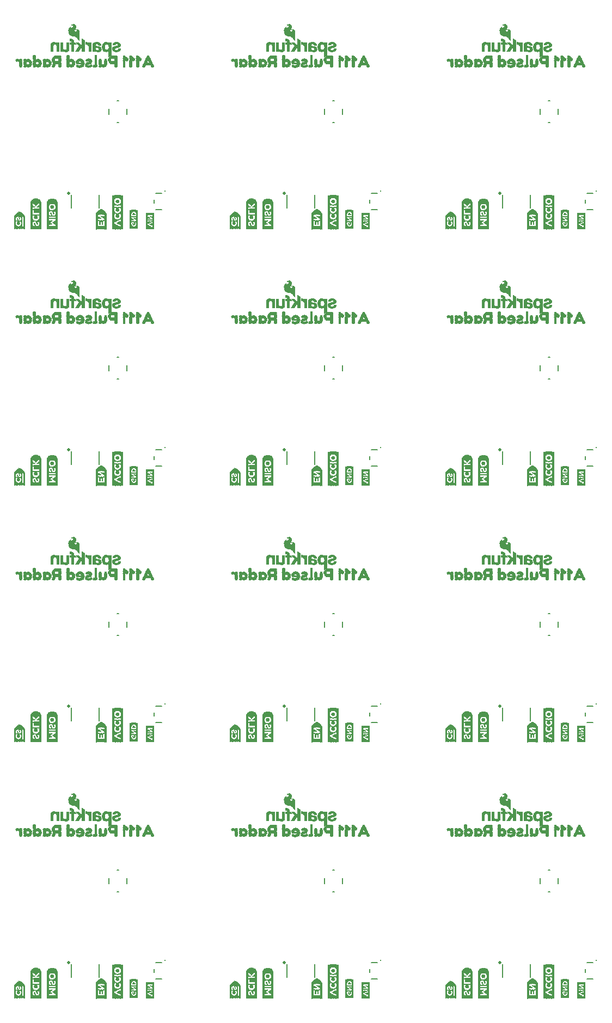
<source format=gbo>
G04 EAGLE Gerber RS-274X export*
G75*
%MOMM*%
%FSLAX34Y34*%
%LPD*%
%INSilkscreen Bottom*%
%IPPOS*%
%AMOC8*
5,1,8,0,0,1.08239X$1,22.5*%
G01*
%ADD10C,0.203200*%
%ADD11C,0.254000*%
%ADD12C,0.508000*%
%ADD13R,0.040000X4.160000*%
%ADD14R,0.040000X4.280000*%
%ADD15R,0.040000X4.360000*%
%ADD16R,0.040000X4.440000*%
%ADD17R,0.040000X4.480000*%
%ADD18R,0.040000X4.520000*%
%ADD19R,0.040000X4.560000*%
%ADD20R,0.040000X0.680000*%
%ADD21R,0.040000X0.840000*%
%ADD22R,0.040000X1.840000*%
%ADD23R,0.040000X0.800000*%
%ADD24R,0.040000X0.600000*%
%ADD25R,0.040000X0.560000*%
%ADD26R,0.040000X0.240000*%
%ADD27R,0.040000X0.320000*%
%ADD28R,0.040000X0.760000*%
%ADD29R,0.040000X0.440000*%
%ADD30R,0.040000X0.200000*%
%ADD31R,0.040000X0.280000*%
%ADD32R,0.040000X0.720000*%
%ADD33R,0.040000X0.520000*%
%ADD34R,0.040000X0.360000*%
%ADD35R,0.040000X0.120000*%
%ADD36R,0.040000X0.480000*%
%ADD37R,0.040000X0.160000*%
%ADD38R,0.040000X0.880000*%
%ADD39R,0.040000X0.920000*%
%ADD40R,0.040000X0.640000*%
%ADD41R,0.040000X0.400000*%
%ADD42R,0.040000X0.080000*%
%ADD43R,0.040000X1.000000*%
%ADD44R,0.040000X0.040000*%
%ADD45R,0.040000X1.040000*%
%ADD46R,0.040000X1.080000*%
%ADD47R,0.040000X1.120000*%
%ADD48R,0.040000X1.160000*%
%ADD49R,0.040000X1.200000*%
%ADD50R,0.040000X2.320000*%
%ADD51R,0.040000X0.960000*%
%ADD52R,0.280000X0.070000*%
%ADD53R,0.350000X0.070000*%
%ADD54R,0.070000X0.070000*%
%ADD55R,0.140000X0.070000*%
%ADD56R,0.630000X0.070000*%
%ADD57R,0.420000X0.070000*%
%ADD58R,0.490000X0.070000*%
%ADD59R,0.350000X0.080000*%
%ADD60R,0.420000X0.080000*%
%ADD61R,0.980000X0.080000*%
%ADD62R,0.490000X0.080000*%
%ADD63R,1.050000X0.080000*%
%ADD64R,1.190000X0.070000*%
%ADD65R,0.490000X0.060000*%
%ADD66R,0.560000X0.060000*%
%ADD67R,1.260000X0.060000*%
%ADD68R,0.420000X0.060000*%
%ADD69R,0.560000X0.080000*%
%ADD70R,0.630000X0.080000*%
%ADD71R,1.330000X0.080000*%
%ADD72R,0.700000X0.070000*%
%ADD73R,1.400000X0.070000*%
%ADD74R,0.770000X0.070000*%
%ADD75R,0.840000X0.070000*%
%ADD76R,0.770000X0.060000*%
%ADD77R,0.840000X0.060000*%
%ADD78R,0.910000X0.060000*%
%ADD79R,0.140000X0.060000*%
%ADD80R,0.840000X0.080000*%
%ADD81R,0.910000X0.080000*%
%ADD82R,0.700000X0.080000*%
%ADD83R,0.910000X0.070000*%
%ADD84R,1.120000X0.070000*%
%ADD85R,1.050000X0.070000*%
%ADD86R,0.980000X0.070000*%
%ADD87R,1.260000X0.070000*%
%ADD88R,0.560000X0.070000*%
%ADD89R,1.330000X0.070000*%
%ADD90R,1.470000X0.070000*%
%ADD91R,0.770000X0.080000*%
%ADD92R,1.400000X0.080000*%
%ADD93R,1.540000X0.070000*%
%ADD94R,1.680000X0.070000*%
%ADD95R,1.190000X0.060000*%
%ADD96R,0.700000X0.060000*%
%ADD97R,1.120000X0.060000*%
%ADD98R,0.350000X0.060000*%
%ADD99R,0.040000X2.000000*%
%ADD100R,0.040000X2.040000*%
%ADD101R,0.040000X2.120000*%
%ADD102R,0.040000X2.160000*%
%ADD103R,0.040000X2.440000*%
%ADD104R,0.040000X2.480000*%
%ADD105R,0.040000X2.520000*%
%ADD106R,0.040000X2.560000*%
%ADD107R,0.040000X1.240000*%
%ADD108R,0.040000X2.200000*%
%ADD109R,0.040000X2.600000*%
%ADD110R,0.040000X2.640000*%
%ADD111R,0.040000X2.680000*%
%ADD112R,0.040000X2.720000*%
%ADD113R,0.040000X2.760000*%
%ADD114R,0.040000X2.800000*%
%ADD115R,0.040000X5.320000*%
%ADD116R,0.030000X2.490000*%
%ADD117R,0.020000X2.490000*%
%ADD118R,0.040000X2.490000*%
%ADD119R,0.030000X0.420000*%
%ADD120R,0.030000X0.540000*%
%ADD121R,0.030000X1.470000*%
%ADD122R,0.040000X0.330000*%
%ADD123R,0.030000X0.330000*%
%ADD124R,0.030000X0.090000*%
%ADD125R,0.030000X0.300000*%
%ADD126R,0.030000X0.360000*%
%ADD127R,0.030000X0.270000*%
%ADD128R,0.040000X0.090000*%
%ADD129R,0.030000X0.120000*%
%ADD130R,0.030000X0.240000*%
%ADD131R,0.030000X0.210000*%
%ADD132R,0.030000X0.390000*%
%ADD133R,0.030000X0.150000*%
%ADD134R,0.030000X0.180000*%
%ADD135R,0.040000X0.390000*%
%ADD136R,0.040000X0.150000*%
%ADD137R,0.030000X0.450000*%
%ADD138R,0.040000X0.450000*%
%ADD139R,0.040000X0.210000*%
%ADD140R,0.040000X0.030000*%
%ADD141R,0.040000X0.060000*%
%ADD142R,0.030000X0.480000*%
%ADD143R,0.030000X0.060000*%
%ADD144R,0.030000X0.510000*%
%ADD145R,0.040000X0.510000*%
%ADD146R,0.040000X0.270000*%
%ADD147R,0.030000X0.570000*%
%ADD148R,0.040000X0.570000*%
%ADD149R,0.030000X0.600000*%
%ADD150R,0.030000X0.630000*%
%ADD151R,0.040000X0.630000*%
%ADD152R,0.040000X0.300000*%
%ADD153R,0.030000X0.660000*%
%ADD154R,0.030000X2.910000*%
%ADD155R,0.020000X2.910000*%
%ADD156R,0.040000X2.910000*%
%ADD157R,0.030000X2.100000*%
%ADD158R,0.040000X0.420000*%
%ADD159R,0.040000X0.180000*%
%ADD160R,0.030000X0.030000*%
%ADD161R,0.040000X0.540000*%

G36*
X826800Y363951D02*
X826800Y363951D01*
X826851Y363953D01*
X826883Y363971D01*
X826919Y363979D01*
X826958Y364012D01*
X827003Y364036D01*
X827024Y364066D01*
X827052Y364089D01*
X827073Y364136D01*
X827103Y364178D01*
X827111Y364220D01*
X827123Y364248D01*
X827122Y364278D01*
X827130Y364320D01*
X827130Y377120D01*
X827126Y377138D01*
X827128Y377162D01*
X826928Y378962D01*
X826917Y378993D01*
X826911Y379040D01*
X826711Y379640D01*
X826698Y379660D01*
X826690Y379690D01*
X826390Y380290D01*
X826382Y380300D01*
X826376Y380316D01*
X826076Y380816D01*
X826062Y380830D01*
X826053Y380849D01*
X825976Y380919D01*
X825955Y380940D01*
X825950Y380942D01*
X825946Y380946D01*
X825462Y381236D01*
X825078Y381524D01*
X825043Y381539D01*
X824991Y381573D01*
X823991Y381973D01*
X823958Y381978D01*
X823913Y381995D01*
X823313Y382095D01*
X823286Y382093D01*
X823250Y382100D01*
X822450Y382100D01*
X822414Y382092D01*
X822358Y382089D01*
X822003Y382000D01*
X821850Y382000D01*
X821835Y381997D01*
X821820Y381999D01*
X821688Y381962D01*
X821681Y381961D01*
X821681Y381960D01*
X821680Y381960D01*
X821480Y381860D01*
X821461Y381844D01*
X821437Y381835D01*
X821395Y381789D01*
X821347Y381749D01*
X821337Y381727D01*
X821320Y381708D01*
X821302Y381648D01*
X821276Y381591D01*
X821278Y381566D01*
X821270Y381542D01*
X821281Y381480D01*
X821284Y381418D01*
X821296Y381396D01*
X821300Y381371D01*
X821349Y381298D01*
X821367Y381266D01*
X821375Y381261D01*
X821381Y381251D01*
X821481Y381151D01*
X821513Y381131D01*
X821580Y381080D01*
X821980Y380880D01*
X822003Y380874D01*
X822030Y380859D01*
X822245Y380788D01*
X822555Y380478D01*
X822705Y380252D01*
X822770Y380058D01*
X822770Y379882D01*
X822698Y379666D01*
X822538Y379345D01*
X822308Y379116D01*
X822072Y378958D01*
X821641Y378786D01*
X821212Y378700D01*
X820497Y378700D01*
X819806Y378873D01*
X819310Y379204D01*
X818989Y379605D01*
X818830Y380082D01*
X818830Y380642D01*
X819076Y381215D01*
X819736Y381969D01*
X820534Y382867D01*
X820535Y382869D01*
X820536Y382870D01*
X821236Y383670D01*
X821252Y383699D01*
X821282Y383735D01*
X821782Y384635D01*
X821793Y384673D01*
X821821Y384738D01*
X822021Y385638D01*
X822021Y385671D01*
X822030Y385720D01*
X822030Y386520D01*
X822022Y386557D01*
X822011Y386640D01*
X821711Y387540D01*
X821690Y387574D01*
X821659Y387641D01*
X821159Y388341D01*
X821133Y388364D01*
X821103Y388404D01*
X820203Y389204D01*
X820172Y389221D01*
X820132Y389254D01*
X819032Y389854D01*
X818996Y389864D01*
X818918Y389894D01*
X817818Y390094D01*
X817789Y390093D01*
X817750Y390100D01*
X816750Y390100D01*
X816713Y390092D01*
X816630Y390081D01*
X815730Y389781D01*
X815724Y389777D01*
X815717Y389776D01*
X814917Y389476D01*
X814902Y389466D01*
X814880Y389460D01*
X814714Y389377D01*
X814280Y389160D01*
X814258Y389142D01*
X814222Y389124D01*
X813822Y388824D01*
X813807Y388806D01*
X813781Y388789D01*
X813681Y388689D01*
X813668Y388667D01*
X813648Y388651D01*
X813622Y388594D01*
X813590Y388542D01*
X813587Y388516D01*
X813577Y388492D01*
X813579Y388431D01*
X813573Y388369D01*
X813582Y388345D01*
X813583Y388319D01*
X813613Y388265D01*
X813635Y388207D01*
X813654Y388190D01*
X813666Y388167D01*
X813717Y388132D01*
X813762Y388090D01*
X813787Y388082D01*
X813808Y388067D01*
X813892Y388051D01*
X813928Y388040D01*
X813938Y388042D01*
X813950Y388040D01*
X814250Y388040D01*
X814287Y388048D01*
X814370Y388059D01*
X814612Y388140D01*
X814803Y388140D01*
X815158Y388051D01*
X815166Y388051D01*
X815175Y388047D01*
X815626Y387957D01*
X815949Y387795D01*
X816270Y387555D01*
X816405Y387352D01*
X816489Y387100D01*
X816502Y387080D01*
X816510Y387050D01*
X816598Y386874D01*
X816649Y386720D01*
X816589Y386540D01*
X816588Y386527D01*
X816581Y386512D01*
X816497Y386176D01*
X816334Y385931D01*
X816326Y385911D01*
X816310Y385890D01*
X816138Y385545D01*
X815908Y385316D01*
X815639Y385136D01*
X815632Y385129D01*
X815622Y385124D01*
X815230Y384831D01*
X814959Y384650D01*
X814527Y384434D01*
X814260Y384300D01*
X813712Y384300D01*
X813519Y384365D01*
X813370Y384464D01*
X813230Y384882D01*
X813230Y385620D01*
X813218Y385670D01*
X813218Y385691D01*
X813217Y385715D01*
X813216Y385722D01*
X813199Y385754D01*
X813191Y385789D01*
X813158Y385829D01*
X813133Y385874D01*
X813103Y385895D01*
X813081Y385922D01*
X813033Y385944D01*
X812991Y385973D01*
X812955Y385979D01*
X812922Y385993D01*
X812871Y385991D01*
X812820Y385999D01*
X812779Y385988D01*
X812749Y385987D01*
X812722Y385972D01*
X812680Y385960D01*
X812669Y385955D01*
X811909Y385575D01*
X811880Y385560D01*
X811876Y385557D01*
X811766Y385473D01*
X810966Y384573D01*
X810951Y384545D01*
X810922Y384512D01*
X810222Y383312D01*
X810213Y383283D01*
X810192Y383248D01*
X809692Y381848D01*
X809689Y381822D01*
X809676Y381790D01*
X809376Y380190D01*
X809378Y380154D01*
X809370Y380099D01*
X809470Y378299D01*
X809480Y378267D01*
X809484Y378218D01*
X809984Y376418D01*
X810001Y376387D01*
X810018Y376335D01*
X811018Y374535D01*
X811035Y374517D01*
X811050Y374487D01*
X811750Y373587D01*
X811757Y373581D01*
X811761Y373573D01*
X811771Y373567D01*
X811781Y373551D01*
X812581Y372751D01*
X812591Y372745D01*
X812600Y372734D01*
X813400Y372034D01*
X813425Y372020D01*
X813454Y371994D01*
X814454Y371394D01*
X814479Y371386D01*
X814509Y371367D01*
X815509Y370967D01*
X815528Y370964D01*
X815550Y370953D01*
X816650Y370653D01*
X816667Y370653D01*
X816688Y370645D01*
X817888Y370445D01*
X817914Y370447D01*
X817950Y370440D01*
X819819Y370440D01*
X820316Y370357D01*
X820732Y370107D01*
X821682Y369347D01*
X822158Y368777D01*
X822170Y368767D01*
X822181Y368751D01*
X823459Y367473D01*
X823941Y366799D01*
X823961Y366781D01*
X823981Y366751D01*
X824569Y366163D01*
X825058Y365577D01*
X825070Y365567D01*
X825081Y365551D01*
X825562Y365070D01*
X825846Y364692D01*
X825864Y364677D01*
X825881Y364651D01*
X826155Y364378D01*
X826334Y364109D01*
X826353Y364091D01*
X826366Y364067D01*
X826416Y364032D01*
X826460Y363991D01*
X826486Y363983D01*
X826508Y363967D01*
X826589Y363952D01*
X826626Y363941D01*
X826637Y363942D01*
X826650Y363940D01*
X826750Y363940D01*
X826800Y363951D01*
G37*
G36*
X826800Y1161511D02*
X826800Y1161511D01*
X826851Y1161513D01*
X826883Y1161531D01*
X826919Y1161539D01*
X826958Y1161572D01*
X827003Y1161596D01*
X827024Y1161626D01*
X827052Y1161649D01*
X827073Y1161696D01*
X827103Y1161738D01*
X827111Y1161780D01*
X827123Y1161808D01*
X827122Y1161838D01*
X827130Y1161880D01*
X827130Y1174680D01*
X827126Y1174698D01*
X827128Y1174722D01*
X826928Y1176522D01*
X826917Y1176553D01*
X826911Y1176600D01*
X826711Y1177200D01*
X826698Y1177220D01*
X826690Y1177250D01*
X826390Y1177850D01*
X826382Y1177860D01*
X826376Y1177876D01*
X826076Y1178376D01*
X826062Y1178390D01*
X826053Y1178409D01*
X825976Y1178479D01*
X825955Y1178500D01*
X825950Y1178502D01*
X825946Y1178506D01*
X825462Y1178796D01*
X825078Y1179084D01*
X825043Y1179099D01*
X824991Y1179133D01*
X823991Y1179533D01*
X823958Y1179538D01*
X823913Y1179555D01*
X823313Y1179655D01*
X823286Y1179653D01*
X823250Y1179660D01*
X822450Y1179660D01*
X822414Y1179652D01*
X822358Y1179649D01*
X822003Y1179560D01*
X821850Y1179560D01*
X821835Y1179557D01*
X821820Y1179559D01*
X821688Y1179522D01*
X821681Y1179521D01*
X821681Y1179520D01*
X821680Y1179520D01*
X821480Y1179420D01*
X821461Y1179404D01*
X821437Y1179395D01*
X821395Y1179349D01*
X821347Y1179309D01*
X821337Y1179287D01*
X821320Y1179268D01*
X821302Y1179208D01*
X821276Y1179151D01*
X821278Y1179126D01*
X821270Y1179102D01*
X821281Y1179040D01*
X821284Y1178978D01*
X821296Y1178956D01*
X821300Y1178931D01*
X821349Y1178858D01*
X821367Y1178826D01*
X821375Y1178821D01*
X821381Y1178811D01*
X821481Y1178711D01*
X821513Y1178691D01*
X821580Y1178640D01*
X821980Y1178440D01*
X822003Y1178434D01*
X822030Y1178419D01*
X822245Y1178348D01*
X822555Y1178038D01*
X822705Y1177812D01*
X822770Y1177618D01*
X822770Y1177442D01*
X822698Y1177226D01*
X822538Y1176905D01*
X822308Y1176676D01*
X822072Y1176518D01*
X821641Y1176346D01*
X821212Y1176260D01*
X820497Y1176260D01*
X819806Y1176433D01*
X819310Y1176764D01*
X818989Y1177165D01*
X818830Y1177642D01*
X818830Y1178202D01*
X819076Y1178775D01*
X819736Y1179529D01*
X820534Y1180427D01*
X820535Y1180429D01*
X820536Y1180430D01*
X821236Y1181230D01*
X821252Y1181259D01*
X821282Y1181295D01*
X821782Y1182195D01*
X821793Y1182233D01*
X821821Y1182298D01*
X822021Y1183198D01*
X822021Y1183231D01*
X822030Y1183280D01*
X822030Y1184080D01*
X822022Y1184117D01*
X822011Y1184200D01*
X821711Y1185100D01*
X821690Y1185134D01*
X821659Y1185201D01*
X821159Y1185901D01*
X821133Y1185924D01*
X821103Y1185964D01*
X820203Y1186764D01*
X820172Y1186781D01*
X820132Y1186814D01*
X819032Y1187414D01*
X818996Y1187424D01*
X818918Y1187454D01*
X817818Y1187654D01*
X817789Y1187653D01*
X817750Y1187660D01*
X816750Y1187660D01*
X816713Y1187652D01*
X816630Y1187641D01*
X815730Y1187341D01*
X815724Y1187337D01*
X815717Y1187336D01*
X814917Y1187036D01*
X814902Y1187026D01*
X814880Y1187020D01*
X814714Y1186937D01*
X814280Y1186720D01*
X814258Y1186702D01*
X814222Y1186684D01*
X813822Y1186384D01*
X813807Y1186366D01*
X813781Y1186349D01*
X813681Y1186249D01*
X813668Y1186227D01*
X813648Y1186211D01*
X813622Y1186154D01*
X813590Y1186102D01*
X813587Y1186076D01*
X813577Y1186052D01*
X813579Y1185991D01*
X813573Y1185929D01*
X813582Y1185905D01*
X813583Y1185879D01*
X813613Y1185825D01*
X813635Y1185767D01*
X813654Y1185750D01*
X813666Y1185727D01*
X813717Y1185692D01*
X813762Y1185650D01*
X813787Y1185642D01*
X813808Y1185627D01*
X813892Y1185611D01*
X813928Y1185600D01*
X813938Y1185602D01*
X813950Y1185600D01*
X814250Y1185600D01*
X814287Y1185608D01*
X814370Y1185619D01*
X814612Y1185700D01*
X814803Y1185700D01*
X815158Y1185611D01*
X815166Y1185611D01*
X815175Y1185607D01*
X815626Y1185517D01*
X815949Y1185355D01*
X816270Y1185115D01*
X816405Y1184912D01*
X816489Y1184660D01*
X816502Y1184640D01*
X816510Y1184610D01*
X816598Y1184434D01*
X816649Y1184280D01*
X816589Y1184100D01*
X816588Y1184087D01*
X816581Y1184072D01*
X816497Y1183736D01*
X816334Y1183491D01*
X816326Y1183471D01*
X816310Y1183450D01*
X816138Y1183105D01*
X815908Y1182876D01*
X815639Y1182696D01*
X815632Y1182689D01*
X815622Y1182684D01*
X815230Y1182391D01*
X814959Y1182210D01*
X814527Y1181994D01*
X814260Y1181860D01*
X813712Y1181860D01*
X813519Y1181925D01*
X813370Y1182024D01*
X813230Y1182442D01*
X813230Y1183180D01*
X813218Y1183230D01*
X813218Y1183251D01*
X813217Y1183275D01*
X813216Y1183282D01*
X813199Y1183314D01*
X813191Y1183349D01*
X813158Y1183389D01*
X813133Y1183434D01*
X813103Y1183455D01*
X813081Y1183482D01*
X813033Y1183504D01*
X812991Y1183533D01*
X812955Y1183539D01*
X812922Y1183553D01*
X812871Y1183551D01*
X812820Y1183559D01*
X812779Y1183548D01*
X812749Y1183547D01*
X812722Y1183532D01*
X812680Y1183520D01*
X812669Y1183515D01*
X811909Y1183135D01*
X811880Y1183120D01*
X811876Y1183117D01*
X811766Y1183033D01*
X810966Y1182133D01*
X810951Y1182105D01*
X810922Y1182072D01*
X810222Y1180872D01*
X810213Y1180843D01*
X810192Y1180808D01*
X809692Y1179408D01*
X809689Y1179382D01*
X809676Y1179350D01*
X809376Y1177750D01*
X809378Y1177714D01*
X809370Y1177659D01*
X809470Y1175859D01*
X809480Y1175827D01*
X809484Y1175778D01*
X809984Y1173978D01*
X810001Y1173947D01*
X810018Y1173895D01*
X811018Y1172095D01*
X811035Y1172077D01*
X811050Y1172047D01*
X811750Y1171147D01*
X811757Y1171141D01*
X811761Y1171133D01*
X811771Y1171127D01*
X811781Y1171111D01*
X812581Y1170311D01*
X812591Y1170305D01*
X812600Y1170294D01*
X813400Y1169594D01*
X813425Y1169580D01*
X813454Y1169554D01*
X814454Y1168954D01*
X814479Y1168946D01*
X814509Y1168927D01*
X815509Y1168527D01*
X815528Y1168524D01*
X815550Y1168513D01*
X816650Y1168213D01*
X816667Y1168213D01*
X816688Y1168205D01*
X817888Y1168005D01*
X817914Y1168007D01*
X817950Y1168000D01*
X819819Y1168000D01*
X820316Y1167917D01*
X820732Y1167667D01*
X821682Y1166907D01*
X822158Y1166337D01*
X822170Y1166327D01*
X822181Y1166311D01*
X823459Y1165034D01*
X823941Y1164359D01*
X823961Y1164341D01*
X823981Y1164311D01*
X824569Y1163723D01*
X825058Y1163137D01*
X825070Y1163127D01*
X825081Y1163111D01*
X825562Y1162630D01*
X825846Y1162252D01*
X825864Y1162237D01*
X825881Y1162211D01*
X826155Y1161938D01*
X826334Y1161669D01*
X826353Y1161651D01*
X826366Y1161627D01*
X826416Y1161592D01*
X826460Y1161551D01*
X826486Y1161543D01*
X826508Y1161527D01*
X826589Y1161512D01*
X826626Y1161501D01*
X826637Y1161502D01*
X826650Y1161500D01*
X826750Y1161500D01*
X826800Y1161511D01*
G37*
G36*
X491520Y1560291D02*
X491520Y1560291D01*
X491571Y1560293D01*
X491603Y1560311D01*
X491639Y1560319D01*
X491678Y1560352D01*
X491723Y1560376D01*
X491744Y1560406D01*
X491772Y1560429D01*
X491793Y1560476D01*
X491823Y1560518D01*
X491831Y1560560D01*
X491843Y1560588D01*
X491842Y1560618D01*
X491850Y1560660D01*
X491850Y1573460D01*
X491846Y1573478D01*
X491848Y1573502D01*
X491648Y1575302D01*
X491637Y1575333D01*
X491631Y1575380D01*
X491431Y1575980D01*
X491418Y1576000D01*
X491410Y1576030D01*
X491110Y1576630D01*
X491102Y1576640D01*
X491096Y1576656D01*
X490796Y1577156D01*
X490782Y1577170D01*
X490773Y1577189D01*
X490696Y1577259D01*
X490675Y1577280D01*
X490670Y1577282D01*
X490666Y1577286D01*
X490182Y1577576D01*
X489798Y1577864D01*
X489763Y1577879D01*
X489711Y1577913D01*
X488711Y1578313D01*
X488678Y1578318D01*
X488633Y1578335D01*
X488033Y1578435D01*
X488006Y1578433D01*
X487970Y1578440D01*
X487170Y1578440D01*
X487134Y1578432D01*
X487078Y1578429D01*
X486723Y1578340D01*
X486570Y1578340D01*
X486555Y1578337D01*
X486540Y1578339D01*
X486408Y1578302D01*
X486401Y1578301D01*
X486401Y1578300D01*
X486400Y1578300D01*
X486200Y1578200D01*
X486181Y1578184D01*
X486157Y1578175D01*
X486115Y1578129D01*
X486067Y1578089D01*
X486057Y1578067D01*
X486040Y1578048D01*
X486022Y1577988D01*
X485996Y1577931D01*
X485998Y1577906D01*
X485990Y1577882D01*
X486001Y1577820D01*
X486004Y1577758D01*
X486016Y1577736D01*
X486020Y1577711D01*
X486069Y1577638D01*
X486087Y1577606D01*
X486095Y1577601D01*
X486101Y1577591D01*
X486201Y1577491D01*
X486233Y1577471D01*
X486300Y1577420D01*
X486700Y1577220D01*
X486723Y1577214D01*
X486750Y1577199D01*
X486965Y1577128D01*
X487275Y1576818D01*
X487425Y1576592D01*
X487490Y1576398D01*
X487490Y1576222D01*
X487418Y1576006D01*
X487258Y1575685D01*
X487028Y1575456D01*
X486792Y1575298D01*
X486361Y1575126D01*
X485932Y1575040D01*
X485217Y1575040D01*
X484526Y1575213D01*
X484030Y1575544D01*
X483709Y1575945D01*
X483550Y1576422D01*
X483550Y1576982D01*
X483796Y1577555D01*
X484456Y1578309D01*
X485254Y1579207D01*
X485255Y1579209D01*
X485256Y1579210D01*
X485956Y1580010D01*
X485972Y1580039D01*
X486002Y1580075D01*
X486502Y1580975D01*
X486513Y1581013D01*
X486541Y1581078D01*
X486741Y1581978D01*
X486741Y1582011D01*
X486750Y1582060D01*
X486750Y1582860D01*
X486742Y1582897D01*
X486731Y1582980D01*
X486431Y1583880D01*
X486410Y1583914D01*
X486379Y1583981D01*
X485879Y1584681D01*
X485853Y1584704D01*
X485823Y1584744D01*
X484923Y1585544D01*
X484892Y1585561D01*
X484852Y1585594D01*
X483752Y1586194D01*
X483716Y1586204D01*
X483638Y1586234D01*
X482538Y1586434D01*
X482509Y1586433D01*
X482470Y1586440D01*
X481470Y1586440D01*
X481433Y1586432D01*
X481350Y1586421D01*
X480450Y1586121D01*
X480444Y1586117D01*
X480437Y1586116D01*
X479637Y1585816D01*
X479622Y1585806D01*
X479600Y1585800D01*
X479434Y1585717D01*
X479000Y1585500D01*
X478978Y1585482D01*
X478942Y1585464D01*
X478542Y1585164D01*
X478527Y1585146D01*
X478501Y1585129D01*
X478401Y1585029D01*
X478388Y1585007D01*
X478368Y1584991D01*
X478342Y1584934D01*
X478310Y1584882D01*
X478307Y1584856D01*
X478297Y1584832D01*
X478299Y1584771D01*
X478293Y1584709D01*
X478302Y1584685D01*
X478303Y1584659D01*
X478333Y1584605D01*
X478355Y1584547D01*
X478374Y1584530D01*
X478386Y1584507D01*
X478437Y1584472D01*
X478482Y1584430D01*
X478507Y1584422D01*
X478528Y1584407D01*
X478612Y1584391D01*
X478648Y1584380D01*
X478658Y1584382D01*
X478670Y1584380D01*
X478970Y1584380D01*
X479007Y1584388D01*
X479090Y1584399D01*
X479332Y1584480D01*
X479523Y1584480D01*
X479878Y1584391D01*
X479886Y1584391D01*
X479895Y1584387D01*
X480346Y1584297D01*
X480669Y1584135D01*
X480990Y1583895D01*
X481125Y1583692D01*
X481209Y1583440D01*
X481222Y1583420D01*
X481230Y1583390D01*
X481318Y1583214D01*
X481369Y1583060D01*
X481309Y1582880D01*
X481308Y1582867D01*
X481301Y1582852D01*
X481217Y1582516D01*
X481054Y1582271D01*
X481046Y1582251D01*
X481030Y1582230D01*
X480858Y1581885D01*
X480628Y1581656D01*
X480359Y1581476D01*
X480352Y1581469D01*
X480342Y1581464D01*
X479950Y1581171D01*
X479679Y1580990D01*
X479247Y1580774D01*
X478980Y1580640D01*
X478432Y1580640D01*
X478239Y1580705D01*
X478090Y1580804D01*
X477950Y1581222D01*
X477950Y1581960D01*
X477938Y1582010D01*
X477938Y1582031D01*
X477937Y1582055D01*
X477936Y1582062D01*
X477919Y1582094D01*
X477911Y1582129D01*
X477878Y1582169D01*
X477853Y1582214D01*
X477823Y1582235D01*
X477801Y1582262D01*
X477753Y1582284D01*
X477711Y1582313D01*
X477675Y1582319D01*
X477642Y1582333D01*
X477591Y1582331D01*
X477540Y1582339D01*
X477499Y1582328D01*
X477469Y1582327D01*
X477442Y1582312D01*
X477400Y1582300D01*
X477389Y1582295D01*
X476629Y1581915D01*
X476600Y1581900D01*
X476596Y1581897D01*
X476486Y1581813D01*
X475686Y1580913D01*
X475671Y1580885D01*
X475642Y1580852D01*
X474942Y1579652D01*
X474933Y1579623D01*
X474912Y1579588D01*
X474412Y1578188D01*
X474409Y1578162D01*
X474396Y1578130D01*
X474096Y1576530D01*
X474098Y1576494D01*
X474090Y1576439D01*
X474190Y1574639D01*
X474200Y1574607D01*
X474204Y1574558D01*
X474704Y1572758D01*
X474721Y1572727D01*
X474738Y1572675D01*
X475738Y1570875D01*
X475755Y1570857D01*
X475770Y1570827D01*
X476470Y1569927D01*
X476477Y1569921D01*
X476481Y1569913D01*
X476491Y1569907D01*
X476501Y1569891D01*
X477301Y1569091D01*
X477311Y1569085D01*
X477320Y1569074D01*
X478120Y1568374D01*
X478145Y1568360D01*
X478174Y1568334D01*
X479174Y1567734D01*
X479199Y1567726D01*
X479229Y1567707D01*
X480229Y1567307D01*
X480248Y1567304D01*
X480270Y1567293D01*
X481370Y1566993D01*
X481387Y1566993D01*
X481408Y1566985D01*
X482608Y1566785D01*
X482634Y1566787D01*
X482670Y1566780D01*
X484539Y1566780D01*
X485036Y1566697D01*
X485452Y1566447D01*
X486402Y1565687D01*
X486878Y1565117D01*
X486890Y1565107D01*
X486901Y1565091D01*
X488179Y1563813D01*
X488661Y1563139D01*
X488681Y1563121D01*
X488701Y1563091D01*
X489289Y1562503D01*
X489778Y1561917D01*
X489790Y1561907D01*
X489801Y1561891D01*
X490282Y1561410D01*
X490566Y1561032D01*
X490584Y1561017D01*
X490601Y1560991D01*
X490875Y1560718D01*
X491054Y1560449D01*
X491073Y1560431D01*
X491086Y1560407D01*
X491136Y1560372D01*
X491180Y1560331D01*
X491206Y1560323D01*
X491228Y1560307D01*
X491309Y1560292D01*
X491346Y1560281D01*
X491357Y1560282D01*
X491370Y1560280D01*
X491470Y1560280D01*
X491520Y1560291D01*
G37*
G36*
X826800Y1560291D02*
X826800Y1560291D01*
X826851Y1560293D01*
X826883Y1560311D01*
X826919Y1560319D01*
X826958Y1560352D01*
X827003Y1560376D01*
X827024Y1560406D01*
X827052Y1560429D01*
X827073Y1560476D01*
X827103Y1560518D01*
X827111Y1560560D01*
X827123Y1560588D01*
X827122Y1560618D01*
X827130Y1560660D01*
X827130Y1573460D01*
X827126Y1573478D01*
X827128Y1573502D01*
X826928Y1575302D01*
X826917Y1575333D01*
X826911Y1575380D01*
X826711Y1575980D01*
X826698Y1576000D01*
X826690Y1576030D01*
X826390Y1576630D01*
X826382Y1576640D01*
X826376Y1576656D01*
X826076Y1577156D01*
X826062Y1577170D01*
X826053Y1577189D01*
X825976Y1577259D01*
X825955Y1577280D01*
X825950Y1577282D01*
X825946Y1577286D01*
X825462Y1577576D01*
X825078Y1577864D01*
X825043Y1577879D01*
X824991Y1577913D01*
X823991Y1578313D01*
X823958Y1578318D01*
X823913Y1578335D01*
X823313Y1578435D01*
X823286Y1578433D01*
X823250Y1578440D01*
X822450Y1578440D01*
X822414Y1578432D01*
X822358Y1578429D01*
X822003Y1578340D01*
X821850Y1578340D01*
X821835Y1578337D01*
X821820Y1578339D01*
X821688Y1578302D01*
X821681Y1578301D01*
X821681Y1578300D01*
X821680Y1578300D01*
X821480Y1578200D01*
X821461Y1578184D01*
X821437Y1578175D01*
X821395Y1578129D01*
X821347Y1578089D01*
X821337Y1578067D01*
X821320Y1578048D01*
X821302Y1577988D01*
X821276Y1577931D01*
X821278Y1577906D01*
X821270Y1577882D01*
X821281Y1577820D01*
X821284Y1577758D01*
X821296Y1577736D01*
X821300Y1577711D01*
X821349Y1577638D01*
X821367Y1577606D01*
X821375Y1577601D01*
X821381Y1577591D01*
X821481Y1577491D01*
X821513Y1577471D01*
X821580Y1577420D01*
X821980Y1577220D01*
X822003Y1577214D01*
X822030Y1577199D01*
X822245Y1577128D01*
X822555Y1576818D01*
X822705Y1576592D01*
X822770Y1576398D01*
X822770Y1576222D01*
X822698Y1576006D01*
X822538Y1575685D01*
X822308Y1575456D01*
X822072Y1575298D01*
X821641Y1575126D01*
X821212Y1575040D01*
X820497Y1575040D01*
X819806Y1575213D01*
X819310Y1575544D01*
X818989Y1575945D01*
X818830Y1576422D01*
X818830Y1576982D01*
X819076Y1577555D01*
X819736Y1578309D01*
X820534Y1579207D01*
X820535Y1579209D01*
X820536Y1579210D01*
X821236Y1580010D01*
X821252Y1580039D01*
X821282Y1580075D01*
X821782Y1580975D01*
X821793Y1581013D01*
X821821Y1581078D01*
X822021Y1581978D01*
X822021Y1582011D01*
X822030Y1582060D01*
X822030Y1582860D01*
X822022Y1582897D01*
X822011Y1582980D01*
X821711Y1583880D01*
X821690Y1583914D01*
X821659Y1583981D01*
X821159Y1584681D01*
X821133Y1584704D01*
X821103Y1584744D01*
X820203Y1585544D01*
X820172Y1585561D01*
X820132Y1585594D01*
X819032Y1586194D01*
X818996Y1586204D01*
X818918Y1586234D01*
X817818Y1586434D01*
X817789Y1586433D01*
X817750Y1586440D01*
X816750Y1586440D01*
X816713Y1586432D01*
X816630Y1586421D01*
X815730Y1586121D01*
X815724Y1586117D01*
X815717Y1586116D01*
X814917Y1585816D01*
X814902Y1585806D01*
X814880Y1585800D01*
X814714Y1585717D01*
X814280Y1585500D01*
X814258Y1585482D01*
X814222Y1585464D01*
X813822Y1585164D01*
X813807Y1585146D01*
X813781Y1585129D01*
X813681Y1585029D01*
X813668Y1585007D01*
X813648Y1584991D01*
X813622Y1584934D01*
X813590Y1584882D01*
X813587Y1584856D01*
X813577Y1584832D01*
X813579Y1584771D01*
X813573Y1584709D01*
X813582Y1584685D01*
X813583Y1584659D01*
X813613Y1584605D01*
X813635Y1584547D01*
X813654Y1584530D01*
X813666Y1584507D01*
X813717Y1584472D01*
X813762Y1584430D01*
X813787Y1584422D01*
X813808Y1584407D01*
X813892Y1584391D01*
X813928Y1584380D01*
X813938Y1584382D01*
X813950Y1584380D01*
X814250Y1584380D01*
X814287Y1584388D01*
X814370Y1584399D01*
X814612Y1584480D01*
X814803Y1584480D01*
X815158Y1584391D01*
X815166Y1584391D01*
X815175Y1584387D01*
X815626Y1584297D01*
X815949Y1584135D01*
X816270Y1583895D01*
X816405Y1583692D01*
X816489Y1583440D01*
X816502Y1583420D01*
X816510Y1583390D01*
X816598Y1583214D01*
X816649Y1583060D01*
X816589Y1582880D01*
X816588Y1582867D01*
X816581Y1582852D01*
X816497Y1582516D01*
X816334Y1582271D01*
X816326Y1582251D01*
X816310Y1582230D01*
X816138Y1581885D01*
X815908Y1581656D01*
X815639Y1581476D01*
X815632Y1581469D01*
X815622Y1581464D01*
X815230Y1581171D01*
X814959Y1580990D01*
X814527Y1580774D01*
X814260Y1580640D01*
X813712Y1580640D01*
X813519Y1580705D01*
X813370Y1580804D01*
X813230Y1581222D01*
X813230Y1581960D01*
X813218Y1582010D01*
X813218Y1582031D01*
X813217Y1582055D01*
X813216Y1582062D01*
X813199Y1582094D01*
X813191Y1582129D01*
X813158Y1582169D01*
X813133Y1582214D01*
X813103Y1582235D01*
X813081Y1582262D01*
X813033Y1582284D01*
X812991Y1582313D01*
X812955Y1582319D01*
X812922Y1582333D01*
X812871Y1582331D01*
X812820Y1582339D01*
X812779Y1582328D01*
X812749Y1582327D01*
X812722Y1582312D01*
X812680Y1582300D01*
X812669Y1582295D01*
X811909Y1581915D01*
X811880Y1581900D01*
X811876Y1581897D01*
X811766Y1581813D01*
X810966Y1580913D01*
X810951Y1580885D01*
X810922Y1580852D01*
X810222Y1579652D01*
X810213Y1579623D01*
X810192Y1579588D01*
X809692Y1578188D01*
X809689Y1578162D01*
X809676Y1578130D01*
X809376Y1576530D01*
X809378Y1576494D01*
X809370Y1576439D01*
X809470Y1574639D01*
X809480Y1574607D01*
X809484Y1574558D01*
X809984Y1572758D01*
X810001Y1572727D01*
X810018Y1572675D01*
X811018Y1570875D01*
X811035Y1570857D01*
X811050Y1570827D01*
X811750Y1569927D01*
X811757Y1569921D01*
X811761Y1569913D01*
X811771Y1569907D01*
X811781Y1569891D01*
X812581Y1569091D01*
X812591Y1569085D01*
X812600Y1569074D01*
X813400Y1568374D01*
X813425Y1568360D01*
X813454Y1568334D01*
X814454Y1567734D01*
X814479Y1567726D01*
X814509Y1567707D01*
X815509Y1567307D01*
X815528Y1567304D01*
X815550Y1567293D01*
X816650Y1566993D01*
X816667Y1566993D01*
X816688Y1566985D01*
X817888Y1566785D01*
X817914Y1566787D01*
X817950Y1566780D01*
X819819Y1566780D01*
X820316Y1566697D01*
X820732Y1566447D01*
X821682Y1565687D01*
X822158Y1565117D01*
X822170Y1565107D01*
X822181Y1565091D01*
X823459Y1563813D01*
X823941Y1563139D01*
X823961Y1563121D01*
X823981Y1563091D01*
X824569Y1562503D01*
X825058Y1561917D01*
X825070Y1561907D01*
X825081Y1561891D01*
X825562Y1561410D01*
X825846Y1561032D01*
X825864Y1561017D01*
X825881Y1560991D01*
X826155Y1560718D01*
X826334Y1560449D01*
X826353Y1560431D01*
X826366Y1560407D01*
X826416Y1560372D01*
X826460Y1560331D01*
X826486Y1560323D01*
X826508Y1560307D01*
X826589Y1560292D01*
X826626Y1560281D01*
X826637Y1560282D01*
X826650Y1560280D01*
X826750Y1560280D01*
X826800Y1560291D01*
G37*
G36*
X156240Y1560291D02*
X156240Y1560291D01*
X156291Y1560293D01*
X156323Y1560311D01*
X156359Y1560319D01*
X156398Y1560352D01*
X156443Y1560376D01*
X156464Y1560406D01*
X156492Y1560429D01*
X156513Y1560476D01*
X156543Y1560518D01*
X156551Y1560560D01*
X156563Y1560588D01*
X156562Y1560618D01*
X156570Y1560660D01*
X156570Y1573460D01*
X156566Y1573478D01*
X156568Y1573502D01*
X156368Y1575302D01*
X156357Y1575333D01*
X156351Y1575380D01*
X156151Y1575980D01*
X156138Y1576000D01*
X156130Y1576030D01*
X155830Y1576630D01*
X155822Y1576640D01*
X155816Y1576656D01*
X155516Y1577156D01*
X155502Y1577170D01*
X155493Y1577189D01*
X155416Y1577259D01*
X155395Y1577280D01*
X155390Y1577282D01*
X155386Y1577286D01*
X154902Y1577576D01*
X154518Y1577864D01*
X154483Y1577879D01*
X154431Y1577913D01*
X153431Y1578313D01*
X153398Y1578318D01*
X153353Y1578335D01*
X152753Y1578435D01*
X152726Y1578433D01*
X152690Y1578440D01*
X151890Y1578440D01*
X151854Y1578432D01*
X151798Y1578429D01*
X151443Y1578340D01*
X151290Y1578340D01*
X151275Y1578337D01*
X151260Y1578339D01*
X151128Y1578302D01*
X151121Y1578301D01*
X151121Y1578300D01*
X151120Y1578300D01*
X150920Y1578200D01*
X150901Y1578184D01*
X150877Y1578175D01*
X150835Y1578129D01*
X150787Y1578089D01*
X150777Y1578067D01*
X150760Y1578048D01*
X150742Y1577988D01*
X150716Y1577931D01*
X150718Y1577906D01*
X150710Y1577882D01*
X150721Y1577820D01*
X150724Y1577758D01*
X150736Y1577736D01*
X150740Y1577711D01*
X150789Y1577638D01*
X150807Y1577606D01*
X150815Y1577601D01*
X150821Y1577591D01*
X150921Y1577491D01*
X150953Y1577471D01*
X151020Y1577420D01*
X151420Y1577220D01*
X151443Y1577214D01*
X151470Y1577199D01*
X151685Y1577128D01*
X151995Y1576818D01*
X152145Y1576592D01*
X152210Y1576398D01*
X152210Y1576222D01*
X152138Y1576006D01*
X151978Y1575685D01*
X151748Y1575456D01*
X151512Y1575298D01*
X151081Y1575126D01*
X150652Y1575040D01*
X149937Y1575040D01*
X149246Y1575213D01*
X148750Y1575544D01*
X148429Y1575945D01*
X148270Y1576422D01*
X148270Y1576982D01*
X148516Y1577555D01*
X149176Y1578309D01*
X149974Y1579207D01*
X149975Y1579209D01*
X149976Y1579210D01*
X150676Y1580010D01*
X150692Y1580039D01*
X150722Y1580075D01*
X151222Y1580975D01*
X151233Y1581013D01*
X151261Y1581078D01*
X151461Y1581978D01*
X151461Y1582011D01*
X151470Y1582060D01*
X151470Y1582860D01*
X151462Y1582897D01*
X151451Y1582980D01*
X151151Y1583880D01*
X151130Y1583914D01*
X151099Y1583981D01*
X150599Y1584681D01*
X150573Y1584704D01*
X150543Y1584744D01*
X149643Y1585544D01*
X149612Y1585561D01*
X149572Y1585594D01*
X148472Y1586194D01*
X148436Y1586204D01*
X148358Y1586234D01*
X147258Y1586434D01*
X147229Y1586433D01*
X147190Y1586440D01*
X146190Y1586440D01*
X146153Y1586432D01*
X146070Y1586421D01*
X145170Y1586121D01*
X145164Y1586117D01*
X145157Y1586116D01*
X144357Y1585816D01*
X144342Y1585806D01*
X144320Y1585800D01*
X144154Y1585717D01*
X143720Y1585500D01*
X143698Y1585482D01*
X143662Y1585464D01*
X143262Y1585164D01*
X143247Y1585146D01*
X143221Y1585129D01*
X143121Y1585029D01*
X143108Y1585007D01*
X143088Y1584991D01*
X143062Y1584934D01*
X143030Y1584882D01*
X143027Y1584856D01*
X143017Y1584832D01*
X143019Y1584771D01*
X143013Y1584709D01*
X143022Y1584685D01*
X143023Y1584659D01*
X143053Y1584605D01*
X143075Y1584547D01*
X143094Y1584530D01*
X143106Y1584507D01*
X143157Y1584472D01*
X143202Y1584430D01*
X143227Y1584422D01*
X143248Y1584407D01*
X143332Y1584391D01*
X143368Y1584380D01*
X143378Y1584382D01*
X143390Y1584380D01*
X143690Y1584380D01*
X143727Y1584388D01*
X143810Y1584399D01*
X144052Y1584480D01*
X144243Y1584480D01*
X144598Y1584391D01*
X144606Y1584391D01*
X144615Y1584387D01*
X145066Y1584297D01*
X145389Y1584135D01*
X145710Y1583895D01*
X145845Y1583692D01*
X145929Y1583440D01*
X145942Y1583420D01*
X145950Y1583390D01*
X146038Y1583214D01*
X146089Y1583060D01*
X146029Y1582880D01*
X146028Y1582867D01*
X146021Y1582852D01*
X145937Y1582516D01*
X145774Y1582271D01*
X145766Y1582251D01*
X145750Y1582230D01*
X145578Y1581885D01*
X145348Y1581656D01*
X145079Y1581476D01*
X145072Y1581469D01*
X145062Y1581464D01*
X144670Y1581171D01*
X144399Y1580990D01*
X143967Y1580774D01*
X143700Y1580640D01*
X143152Y1580640D01*
X142959Y1580705D01*
X142810Y1580804D01*
X142670Y1581222D01*
X142670Y1581960D01*
X142658Y1582010D01*
X142658Y1582031D01*
X142657Y1582055D01*
X142656Y1582062D01*
X142639Y1582094D01*
X142631Y1582129D01*
X142598Y1582169D01*
X142573Y1582214D01*
X142543Y1582235D01*
X142521Y1582262D01*
X142473Y1582284D01*
X142431Y1582313D01*
X142395Y1582319D01*
X142362Y1582333D01*
X142311Y1582331D01*
X142260Y1582339D01*
X142219Y1582328D01*
X142189Y1582327D01*
X142162Y1582312D01*
X142120Y1582300D01*
X142109Y1582295D01*
X141349Y1581915D01*
X141320Y1581900D01*
X141316Y1581897D01*
X141206Y1581813D01*
X140406Y1580913D01*
X140391Y1580885D01*
X140362Y1580852D01*
X139662Y1579652D01*
X139653Y1579623D01*
X139632Y1579588D01*
X139132Y1578188D01*
X139129Y1578162D01*
X139116Y1578130D01*
X138816Y1576530D01*
X138818Y1576494D01*
X138810Y1576439D01*
X138910Y1574639D01*
X138920Y1574607D01*
X138924Y1574558D01*
X139424Y1572758D01*
X139441Y1572727D01*
X139458Y1572675D01*
X140458Y1570875D01*
X140475Y1570857D01*
X140490Y1570827D01*
X141190Y1569927D01*
X141197Y1569921D01*
X141201Y1569913D01*
X141211Y1569907D01*
X141221Y1569891D01*
X142021Y1569091D01*
X142031Y1569085D01*
X142040Y1569074D01*
X142840Y1568374D01*
X142865Y1568360D01*
X142894Y1568334D01*
X143894Y1567734D01*
X143919Y1567726D01*
X143949Y1567707D01*
X144949Y1567307D01*
X144968Y1567304D01*
X144990Y1567293D01*
X146090Y1566993D01*
X146107Y1566993D01*
X146128Y1566985D01*
X147328Y1566785D01*
X147354Y1566787D01*
X147390Y1566780D01*
X149259Y1566780D01*
X149756Y1566697D01*
X150172Y1566447D01*
X151122Y1565687D01*
X151598Y1565117D01*
X151610Y1565107D01*
X151621Y1565091D01*
X152899Y1563813D01*
X153381Y1563139D01*
X153401Y1563121D01*
X153421Y1563091D01*
X154009Y1562503D01*
X154498Y1561917D01*
X154510Y1561907D01*
X154521Y1561891D01*
X155002Y1561410D01*
X155286Y1561032D01*
X155304Y1561017D01*
X155321Y1560991D01*
X155595Y1560718D01*
X155774Y1560449D01*
X155793Y1560431D01*
X155806Y1560407D01*
X155856Y1560372D01*
X155900Y1560331D01*
X155926Y1560323D01*
X155948Y1560307D01*
X156029Y1560292D01*
X156066Y1560281D01*
X156077Y1560282D01*
X156090Y1560280D01*
X156190Y1560280D01*
X156240Y1560291D01*
G37*
G36*
X156240Y363951D02*
X156240Y363951D01*
X156291Y363953D01*
X156323Y363971D01*
X156359Y363979D01*
X156398Y364012D01*
X156443Y364036D01*
X156464Y364066D01*
X156492Y364089D01*
X156513Y364136D01*
X156543Y364178D01*
X156551Y364220D01*
X156563Y364248D01*
X156562Y364278D01*
X156570Y364320D01*
X156570Y377120D01*
X156566Y377138D01*
X156568Y377162D01*
X156368Y378962D01*
X156357Y378993D01*
X156351Y379040D01*
X156151Y379640D01*
X156138Y379660D01*
X156130Y379690D01*
X155830Y380290D01*
X155822Y380300D01*
X155816Y380316D01*
X155516Y380816D01*
X155502Y380830D01*
X155493Y380849D01*
X155416Y380919D01*
X155395Y380940D01*
X155390Y380942D01*
X155386Y380946D01*
X154902Y381236D01*
X154518Y381524D01*
X154483Y381539D01*
X154431Y381573D01*
X153431Y381973D01*
X153398Y381978D01*
X153353Y381995D01*
X152753Y382095D01*
X152726Y382093D01*
X152690Y382100D01*
X151890Y382100D01*
X151854Y382092D01*
X151798Y382089D01*
X151443Y382000D01*
X151290Y382000D01*
X151275Y381997D01*
X151260Y381999D01*
X151128Y381962D01*
X151121Y381961D01*
X151121Y381960D01*
X151120Y381960D01*
X150920Y381860D01*
X150901Y381844D01*
X150877Y381835D01*
X150835Y381789D01*
X150787Y381749D01*
X150777Y381727D01*
X150760Y381708D01*
X150742Y381648D01*
X150716Y381591D01*
X150718Y381566D01*
X150710Y381542D01*
X150721Y381480D01*
X150724Y381418D01*
X150736Y381396D01*
X150740Y381371D01*
X150789Y381298D01*
X150807Y381266D01*
X150815Y381261D01*
X150821Y381251D01*
X150921Y381151D01*
X150953Y381131D01*
X151020Y381080D01*
X151420Y380880D01*
X151443Y380874D01*
X151470Y380859D01*
X151685Y380788D01*
X151995Y380478D01*
X152145Y380252D01*
X152210Y380058D01*
X152210Y379882D01*
X152138Y379666D01*
X151978Y379345D01*
X151748Y379116D01*
X151512Y378958D01*
X151081Y378786D01*
X150652Y378700D01*
X149937Y378700D01*
X149246Y378873D01*
X148750Y379204D01*
X148429Y379605D01*
X148270Y380082D01*
X148270Y380642D01*
X148516Y381215D01*
X149176Y381969D01*
X149974Y382867D01*
X149975Y382869D01*
X149976Y382870D01*
X150676Y383670D01*
X150692Y383699D01*
X150722Y383735D01*
X151222Y384635D01*
X151233Y384673D01*
X151261Y384738D01*
X151461Y385638D01*
X151461Y385671D01*
X151470Y385720D01*
X151470Y386520D01*
X151462Y386557D01*
X151451Y386640D01*
X151151Y387540D01*
X151130Y387574D01*
X151099Y387641D01*
X150599Y388341D01*
X150573Y388364D01*
X150543Y388404D01*
X149643Y389204D01*
X149612Y389221D01*
X149572Y389254D01*
X148472Y389854D01*
X148436Y389864D01*
X148358Y389894D01*
X147258Y390094D01*
X147229Y390093D01*
X147190Y390100D01*
X146190Y390100D01*
X146153Y390092D01*
X146070Y390081D01*
X145170Y389781D01*
X145164Y389777D01*
X145157Y389776D01*
X144357Y389476D01*
X144342Y389466D01*
X144320Y389460D01*
X144154Y389377D01*
X143720Y389160D01*
X143698Y389142D01*
X143662Y389124D01*
X143262Y388824D01*
X143247Y388806D01*
X143221Y388789D01*
X143121Y388689D01*
X143108Y388667D01*
X143088Y388651D01*
X143062Y388594D01*
X143030Y388542D01*
X143027Y388516D01*
X143017Y388492D01*
X143019Y388431D01*
X143013Y388369D01*
X143022Y388345D01*
X143023Y388319D01*
X143053Y388265D01*
X143075Y388207D01*
X143094Y388190D01*
X143106Y388167D01*
X143157Y388132D01*
X143202Y388090D01*
X143227Y388082D01*
X143248Y388067D01*
X143332Y388051D01*
X143368Y388040D01*
X143378Y388042D01*
X143390Y388040D01*
X143690Y388040D01*
X143727Y388048D01*
X143810Y388059D01*
X144052Y388140D01*
X144243Y388140D01*
X144598Y388051D01*
X144606Y388051D01*
X144615Y388047D01*
X145066Y387957D01*
X145389Y387795D01*
X145710Y387555D01*
X145845Y387352D01*
X145929Y387100D01*
X145942Y387080D01*
X145950Y387050D01*
X146038Y386874D01*
X146089Y386720D01*
X146029Y386540D01*
X146028Y386527D01*
X146021Y386512D01*
X145937Y386176D01*
X145774Y385931D01*
X145766Y385911D01*
X145750Y385890D01*
X145578Y385545D01*
X145348Y385316D01*
X145079Y385136D01*
X145072Y385129D01*
X145062Y385124D01*
X144670Y384831D01*
X144399Y384650D01*
X143967Y384434D01*
X143700Y384300D01*
X143152Y384300D01*
X142959Y384365D01*
X142810Y384464D01*
X142670Y384882D01*
X142670Y385620D01*
X142658Y385670D01*
X142658Y385691D01*
X142657Y385715D01*
X142656Y385722D01*
X142639Y385754D01*
X142631Y385789D01*
X142598Y385829D01*
X142573Y385874D01*
X142543Y385895D01*
X142521Y385922D01*
X142473Y385944D01*
X142431Y385973D01*
X142395Y385979D01*
X142362Y385993D01*
X142311Y385991D01*
X142260Y385999D01*
X142219Y385988D01*
X142189Y385987D01*
X142162Y385972D01*
X142120Y385960D01*
X142109Y385955D01*
X141349Y385575D01*
X141320Y385560D01*
X141316Y385557D01*
X141206Y385473D01*
X140406Y384573D01*
X140391Y384545D01*
X140362Y384512D01*
X139662Y383312D01*
X139653Y383283D01*
X139632Y383248D01*
X139132Y381848D01*
X139129Y381822D01*
X139116Y381790D01*
X138816Y380190D01*
X138818Y380154D01*
X138810Y380099D01*
X138910Y378299D01*
X138920Y378267D01*
X138924Y378218D01*
X139424Y376418D01*
X139441Y376387D01*
X139458Y376335D01*
X140458Y374535D01*
X140475Y374517D01*
X140490Y374487D01*
X141190Y373587D01*
X141197Y373581D01*
X141201Y373573D01*
X141211Y373567D01*
X141221Y373551D01*
X142021Y372751D01*
X142031Y372745D01*
X142040Y372734D01*
X142840Y372034D01*
X142865Y372020D01*
X142894Y371994D01*
X143894Y371394D01*
X143919Y371386D01*
X143949Y371367D01*
X144949Y370967D01*
X144968Y370964D01*
X144990Y370953D01*
X146090Y370653D01*
X146107Y370653D01*
X146128Y370645D01*
X147328Y370445D01*
X147354Y370447D01*
X147390Y370440D01*
X149259Y370440D01*
X149756Y370357D01*
X150172Y370107D01*
X151122Y369347D01*
X151598Y368777D01*
X151610Y368767D01*
X151621Y368751D01*
X152899Y367473D01*
X153381Y366799D01*
X153401Y366781D01*
X153421Y366751D01*
X154009Y366163D01*
X154498Y365577D01*
X154510Y365567D01*
X154521Y365551D01*
X155002Y365070D01*
X155286Y364692D01*
X155304Y364677D01*
X155321Y364651D01*
X155595Y364378D01*
X155774Y364109D01*
X155793Y364091D01*
X155806Y364067D01*
X155856Y364032D01*
X155900Y363991D01*
X155926Y363983D01*
X155948Y363967D01*
X156029Y363952D01*
X156066Y363941D01*
X156077Y363942D01*
X156090Y363940D01*
X156190Y363940D01*
X156240Y363951D01*
G37*
G36*
X491520Y363951D02*
X491520Y363951D01*
X491571Y363953D01*
X491603Y363971D01*
X491639Y363979D01*
X491678Y364012D01*
X491723Y364036D01*
X491744Y364066D01*
X491772Y364089D01*
X491793Y364136D01*
X491823Y364178D01*
X491831Y364220D01*
X491843Y364248D01*
X491842Y364278D01*
X491850Y364320D01*
X491850Y377120D01*
X491846Y377138D01*
X491848Y377162D01*
X491648Y378962D01*
X491637Y378993D01*
X491631Y379040D01*
X491431Y379640D01*
X491418Y379660D01*
X491410Y379690D01*
X491110Y380290D01*
X491102Y380300D01*
X491096Y380316D01*
X490796Y380816D01*
X490782Y380830D01*
X490773Y380849D01*
X490696Y380919D01*
X490675Y380940D01*
X490670Y380942D01*
X490666Y380946D01*
X490182Y381236D01*
X489798Y381524D01*
X489763Y381539D01*
X489711Y381573D01*
X488711Y381973D01*
X488678Y381978D01*
X488633Y381995D01*
X488033Y382095D01*
X488006Y382093D01*
X487970Y382100D01*
X487170Y382100D01*
X487134Y382092D01*
X487078Y382089D01*
X486723Y382000D01*
X486570Y382000D01*
X486555Y381997D01*
X486540Y381999D01*
X486408Y381962D01*
X486401Y381961D01*
X486401Y381960D01*
X486400Y381960D01*
X486200Y381860D01*
X486181Y381844D01*
X486157Y381835D01*
X486115Y381789D01*
X486067Y381749D01*
X486057Y381727D01*
X486040Y381708D01*
X486022Y381648D01*
X485996Y381591D01*
X485998Y381566D01*
X485990Y381542D01*
X486001Y381480D01*
X486004Y381418D01*
X486016Y381396D01*
X486020Y381371D01*
X486069Y381298D01*
X486087Y381266D01*
X486095Y381261D01*
X486101Y381251D01*
X486201Y381151D01*
X486233Y381131D01*
X486300Y381080D01*
X486700Y380880D01*
X486723Y380874D01*
X486750Y380859D01*
X486965Y380788D01*
X487275Y380478D01*
X487425Y380252D01*
X487490Y380058D01*
X487490Y379882D01*
X487418Y379666D01*
X487258Y379345D01*
X487028Y379116D01*
X486792Y378958D01*
X486361Y378786D01*
X485932Y378700D01*
X485217Y378700D01*
X484526Y378873D01*
X484030Y379204D01*
X483709Y379605D01*
X483550Y380082D01*
X483550Y380642D01*
X483796Y381215D01*
X484456Y381969D01*
X485254Y382867D01*
X485255Y382869D01*
X485256Y382870D01*
X485956Y383670D01*
X485972Y383699D01*
X486002Y383735D01*
X486502Y384635D01*
X486513Y384673D01*
X486541Y384738D01*
X486741Y385638D01*
X486741Y385671D01*
X486750Y385720D01*
X486750Y386520D01*
X486742Y386557D01*
X486731Y386640D01*
X486431Y387540D01*
X486410Y387574D01*
X486379Y387641D01*
X485879Y388341D01*
X485853Y388364D01*
X485823Y388404D01*
X484923Y389204D01*
X484892Y389221D01*
X484852Y389254D01*
X483752Y389854D01*
X483716Y389864D01*
X483638Y389894D01*
X482538Y390094D01*
X482509Y390093D01*
X482470Y390100D01*
X481470Y390100D01*
X481433Y390092D01*
X481350Y390081D01*
X480450Y389781D01*
X480444Y389777D01*
X480437Y389776D01*
X479637Y389476D01*
X479622Y389466D01*
X479600Y389460D01*
X479434Y389377D01*
X479000Y389160D01*
X478978Y389142D01*
X478942Y389124D01*
X478542Y388824D01*
X478527Y388806D01*
X478501Y388789D01*
X478401Y388689D01*
X478388Y388667D01*
X478368Y388651D01*
X478342Y388594D01*
X478310Y388542D01*
X478307Y388516D01*
X478297Y388492D01*
X478299Y388431D01*
X478293Y388369D01*
X478302Y388345D01*
X478303Y388319D01*
X478333Y388265D01*
X478355Y388207D01*
X478374Y388190D01*
X478386Y388167D01*
X478437Y388132D01*
X478482Y388090D01*
X478507Y388082D01*
X478528Y388067D01*
X478612Y388051D01*
X478648Y388040D01*
X478658Y388042D01*
X478670Y388040D01*
X478970Y388040D01*
X479007Y388048D01*
X479090Y388059D01*
X479332Y388140D01*
X479523Y388140D01*
X479878Y388051D01*
X479886Y388051D01*
X479895Y388047D01*
X480346Y387957D01*
X480669Y387795D01*
X480990Y387555D01*
X481125Y387352D01*
X481209Y387100D01*
X481222Y387080D01*
X481230Y387050D01*
X481318Y386874D01*
X481369Y386720D01*
X481309Y386540D01*
X481308Y386527D01*
X481301Y386512D01*
X481217Y386176D01*
X481054Y385931D01*
X481046Y385911D01*
X481030Y385890D01*
X480858Y385545D01*
X480628Y385316D01*
X480359Y385136D01*
X480352Y385129D01*
X480342Y385124D01*
X479950Y384831D01*
X479679Y384650D01*
X479247Y384434D01*
X478980Y384300D01*
X478432Y384300D01*
X478239Y384365D01*
X478090Y384464D01*
X477950Y384882D01*
X477950Y385620D01*
X477938Y385670D01*
X477938Y385691D01*
X477937Y385715D01*
X477936Y385722D01*
X477919Y385754D01*
X477911Y385789D01*
X477878Y385829D01*
X477853Y385874D01*
X477823Y385895D01*
X477801Y385922D01*
X477753Y385944D01*
X477711Y385973D01*
X477675Y385979D01*
X477642Y385993D01*
X477591Y385991D01*
X477540Y385999D01*
X477499Y385988D01*
X477469Y385987D01*
X477442Y385972D01*
X477400Y385960D01*
X477389Y385955D01*
X476629Y385575D01*
X476600Y385560D01*
X476596Y385557D01*
X476486Y385473D01*
X475686Y384573D01*
X475671Y384545D01*
X475642Y384512D01*
X474942Y383312D01*
X474933Y383283D01*
X474912Y383248D01*
X474412Y381848D01*
X474409Y381822D01*
X474396Y381790D01*
X474096Y380190D01*
X474098Y380154D01*
X474090Y380099D01*
X474190Y378299D01*
X474200Y378267D01*
X474204Y378218D01*
X474704Y376418D01*
X474721Y376387D01*
X474738Y376335D01*
X475738Y374535D01*
X475755Y374517D01*
X475770Y374487D01*
X476470Y373587D01*
X476477Y373581D01*
X476481Y373573D01*
X476491Y373567D01*
X476501Y373551D01*
X477301Y372751D01*
X477311Y372745D01*
X477320Y372734D01*
X478120Y372034D01*
X478145Y372020D01*
X478174Y371994D01*
X479174Y371394D01*
X479199Y371386D01*
X479229Y371367D01*
X480229Y370967D01*
X480248Y370964D01*
X480270Y370953D01*
X481370Y370653D01*
X481387Y370653D01*
X481408Y370645D01*
X482608Y370445D01*
X482634Y370447D01*
X482670Y370440D01*
X484539Y370440D01*
X485036Y370357D01*
X485452Y370107D01*
X486402Y369347D01*
X486878Y368777D01*
X486890Y368767D01*
X486901Y368751D01*
X488179Y367473D01*
X488661Y366799D01*
X488681Y366781D01*
X488701Y366751D01*
X489289Y366163D01*
X489778Y365577D01*
X489790Y365567D01*
X489801Y365551D01*
X490282Y365070D01*
X490566Y364692D01*
X490584Y364677D01*
X490601Y364651D01*
X490875Y364378D01*
X491054Y364109D01*
X491073Y364091D01*
X491086Y364067D01*
X491136Y364032D01*
X491180Y363991D01*
X491206Y363983D01*
X491228Y363967D01*
X491309Y363952D01*
X491346Y363941D01*
X491357Y363942D01*
X491370Y363940D01*
X491470Y363940D01*
X491520Y363951D01*
G37*
G36*
X826800Y762731D02*
X826800Y762731D01*
X826851Y762733D01*
X826883Y762751D01*
X826919Y762759D01*
X826958Y762792D01*
X827003Y762816D01*
X827024Y762846D01*
X827052Y762869D01*
X827073Y762916D01*
X827103Y762958D01*
X827111Y763000D01*
X827123Y763028D01*
X827122Y763058D01*
X827130Y763100D01*
X827130Y775900D01*
X827126Y775918D01*
X827128Y775942D01*
X826928Y777742D01*
X826917Y777773D01*
X826911Y777820D01*
X826711Y778420D01*
X826698Y778440D01*
X826690Y778470D01*
X826390Y779070D01*
X826382Y779080D01*
X826376Y779096D01*
X826076Y779596D01*
X826062Y779610D01*
X826053Y779629D01*
X825976Y779699D01*
X825955Y779720D01*
X825950Y779722D01*
X825946Y779726D01*
X825462Y780016D01*
X825078Y780304D01*
X825043Y780319D01*
X824991Y780353D01*
X823991Y780753D01*
X823958Y780758D01*
X823913Y780775D01*
X823313Y780875D01*
X823286Y780873D01*
X823250Y780880D01*
X822450Y780880D01*
X822414Y780872D01*
X822358Y780869D01*
X822003Y780780D01*
X821850Y780780D01*
X821835Y780777D01*
X821820Y780779D01*
X821688Y780742D01*
X821681Y780741D01*
X821681Y780740D01*
X821680Y780740D01*
X821480Y780640D01*
X821461Y780624D01*
X821437Y780615D01*
X821395Y780569D01*
X821347Y780529D01*
X821337Y780507D01*
X821320Y780488D01*
X821302Y780428D01*
X821276Y780371D01*
X821278Y780346D01*
X821270Y780322D01*
X821281Y780260D01*
X821284Y780198D01*
X821296Y780176D01*
X821300Y780151D01*
X821349Y780078D01*
X821367Y780046D01*
X821375Y780041D01*
X821381Y780031D01*
X821481Y779931D01*
X821513Y779911D01*
X821580Y779860D01*
X821980Y779660D01*
X822003Y779654D01*
X822030Y779639D01*
X822245Y779568D01*
X822555Y779258D01*
X822705Y779032D01*
X822770Y778838D01*
X822770Y778662D01*
X822698Y778446D01*
X822538Y778125D01*
X822308Y777896D01*
X822072Y777738D01*
X821641Y777566D01*
X821212Y777480D01*
X820497Y777480D01*
X819806Y777653D01*
X819310Y777984D01*
X818989Y778385D01*
X818830Y778862D01*
X818830Y779422D01*
X819076Y779995D01*
X819736Y780749D01*
X820534Y781647D01*
X820535Y781649D01*
X820536Y781650D01*
X821236Y782450D01*
X821252Y782479D01*
X821282Y782515D01*
X821782Y783415D01*
X821793Y783453D01*
X821821Y783518D01*
X822021Y784418D01*
X822021Y784451D01*
X822030Y784500D01*
X822030Y785300D01*
X822022Y785337D01*
X822011Y785420D01*
X821711Y786320D01*
X821690Y786354D01*
X821659Y786421D01*
X821159Y787121D01*
X821133Y787144D01*
X821103Y787184D01*
X820203Y787984D01*
X820172Y788001D01*
X820132Y788034D01*
X819032Y788634D01*
X818996Y788644D01*
X818918Y788674D01*
X817818Y788874D01*
X817789Y788873D01*
X817750Y788880D01*
X816750Y788880D01*
X816713Y788872D01*
X816630Y788861D01*
X815730Y788561D01*
X815724Y788557D01*
X815717Y788556D01*
X814917Y788256D01*
X814902Y788246D01*
X814880Y788240D01*
X814714Y788157D01*
X814280Y787940D01*
X814258Y787922D01*
X814222Y787904D01*
X813822Y787604D01*
X813807Y787586D01*
X813781Y787569D01*
X813681Y787469D01*
X813668Y787447D01*
X813648Y787431D01*
X813622Y787374D01*
X813590Y787322D01*
X813587Y787296D01*
X813577Y787272D01*
X813579Y787211D01*
X813573Y787149D01*
X813582Y787125D01*
X813583Y787099D01*
X813613Y787045D01*
X813635Y786987D01*
X813654Y786970D01*
X813666Y786947D01*
X813717Y786912D01*
X813762Y786870D01*
X813787Y786862D01*
X813808Y786847D01*
X813892Y786831D01*
X813928Y786820D01*
X813938Y786822D01*
X813950Y786820D01*
X814250Y786820D01*
X814287Y786828D01*
X814370Y786839D01*
X814612Y786920D01*
X814803Y786920D01*
X815158Y786831D01*
X815166Y786831D01*
X815175Y786827D01*
X815626Y786737D01*
X815949Y786575D01*
X816270Y786335D01*
X816405Y786132D01*
X816489Y785880D01*
X816502Y785860D01*
X816510Y785830D01*
X816598Y785654D01*
X816649Y785500D01*
X816589Y785320D01*
X816588Y785307D01*
X816581Y785292D01*
X816497Y784956D01*
X816334Y784711D01*
X816326Y784691D01*
X816310Y784670D01*
X816138Y784325D01*
X815908Y784096D01*
X815639Y783916D01*
X815632Y783909D01*
X815622Y783904D01*
X815230Y783611D01*
X814959Y783430D01*
X814527Y783214D01*
X814260Y783080D01*
X813712Y783080D01*
X813519Y783145D01*
X813370Y783244D01*
X813230Y783662D01*
X813230Y784400D01*
X813218Y784450D01*
X813218Y784471D01*
X813217Y784495D01*
X813216Y784502D01*
X813199Y784534D01*
X813191Y784569D01*
X813158Y784609D01*
X813133Y784654D01*
X813103Y784675D01*
X813081Y784702D01*
X813033Y784724D01*
X812991Y784753D01*
X812955Y784759D01*
X812922Y784773D01*
X812871Y784771D01*
X812820Y784779D01*
X812779Y784768D01*
X812749Y784767D01*
X812722Y784752D01*
X812680Y784740D01*
X812669Y784735D01*
X811909Y784355D01*
X811880Y784340D01*
X811876Y784337D01*
X811766Y784253D01*
X810966Y783353D01*
X810951Y783325D01*
X810922Y783292D01*
X810222Y782092D01*
X810213Y782063D01*
X810192Y782028D01*
X809692Y780628D01*
X809689Y780602D01*
X809676Y780570D01*
X809376Y778970D01*
X809378Y778934D01*
X809370Y778879D01*
X809470Y777079D01*
X809480Y777047D01*
X809484Y776998D01*
X809984Y775198D01*
X810001Y775167D01*
X810018Y775115D01*
X811018Y773315D01*
X811035Y773297D01*
X811050Y773267D01*
X811750Y772367D01*
X811757Y772361D01*
X811761Y772353D01*
X811771Y772347D01*
X811781Y772331D01*
X812581Y771531D01*
X812591Y771525D01*
X812600Y771514D01*
X813400Y770814D01*
X813425Y770800D01*
X813454Y770774D01*
X814454Y770174D01*
X814479Y770166D01*
X814509Y770147D01*
X815509Y769747D01*
X815528Y769744D01*
X815550Y769733D01*
X816650Y769433D01*
X816667Y769433D01*
X816688Y769425D01*
X817888Y769225D01*
X817914Y769227D01*
X817950Y769220D01*
X819819Y769220D01*
X820316Y769137D01*
X820732Y768887D01*
X821682Y768127D01*
X822158Y767557D01*
X822170Y767547D01*
X822181Y767531D01*
X823459Y766253D01*
X823941Y765579D01*
X823961Y765561D01*
X823981Y765531D01*
X824569Y764943D01*
X825058Y764357D01*
X825070Y764347D01*
X825081Y764331D01*
X825562Y763850D01*
X825846Y763472D01*
X825864Y763457D01*
X825881Y763431D01*
X826155Y763158D01*
X826334Y762889D01*
X826353Y762871D01*
X826366Y762847D01*
X826416Y762812D01*
X826460Y762771D01*
X826486Y762763D01*
X826508Y762747D01*
X826589Y762732D01*
X826626Y762721D01*
X826637Y762722D01*
X826650Y762720D01*
X826750Y762720D01*
X826800Y762731D01*
G37*
G36*
X156240Y762731D02*
X156240Y762731D01*
X156291Y762733D01*
X156323Y762751D01*
X156359Y762759D01*
X156398Y762792D01*
X156443Y762816D01*
X156464Y762846D01*
X156492Y762869D01*
X156513Y762916D01*
X156543Y762958D01*
X156551Y763000D01*
X156563Y763028D01*
X156562Y763058D01*
X156570Y763100D01*
X156570Y775900D01*
X156566Y775918D01*
X156568Y775942D01*
X156368Y777742D01*
X156357Y777773D01*
X156351Y777820D01*
X156151Y778420D01*
X156138Y778440D01*
X156130Y778470D01*
X155830Y779070D01*
X155822Y779080D01*
X155816Y779096D01*
X155516Y779596D01*
X155502Y779610D01*
X155493Y779629D01*
X155416Y779699D01*
X155395Y779720D01*
X155390Y779722D01*
X155386Y779726D01*
X154902Y780016D01*
X154518Y780304D01*
X154483Y780319D01*
X154431Y780353D01*
X153431Y780753D01*
X153398Y780758D01*
X153353Y780775D01*
X152753Y780875D01*
X152726Y780873D01*
X152690Y780880D01*
X151890Y780880D01*
X151854Y780872D01*
X151798Y780869D01*
X151443Y780780D01*
X151290Y780780D01*
X151275Y780777D01*
X151260Y780779D01*
X151128Y780742D01*
X151121Y780741D01*
X151121Y780740D01*
X151120Y780740D01*
X150920Y780640D01*
X150901Y780624D01*
X150877Y780615D01*
X150835Y780569D01*
X150787Y780529D01*
X150777Y780507D01*
X150760Y780488D01*
X150742Y780428D01*
X150716Y780371D01*
X150718Y780346D01*
X150710Y780322D01*
X150721Y780260D01*
X150724Y780198D01*
X150736Y780176D01*
X150740Y780151D01*
X150789Y780078D01*
X150807Y780046D01*
X150815Y780041D01*
X150821Y780031D01*
X150921Y779931D01*
X150953Y779911D01*
X151020Y779860D01*
X151420Y779660D01*
X151443Y779654D01*
X151470Y779639D01*
X151685Y779568D01*
X151995Y779258D01*
X152145Y779032D01*
X152210Y778838D01*
X152210Y778662D01*
X152138Y778446D01*
X151978Y778125D01*
X151748Y777896D01*
X151512Y777738D01*
X151081Y777566D01*
X150652Y777480D01*
X149937Y777480D01*
X149246Y777653D01*
X148750Y777984D01*
X148429Y778385D01*
X148270Y778862D01*
X148270Y779422D01*
X148516Y779995D01*
X149176Y780749D01*
X149974Y781647D01*
X149975Y781649D01*
X149976Y781650D01*
X150676Y782450D01*
X150692Y782479D01*
X150722Y782515D01*
X151222Y783415D01*
X151233Y783453D01*
X151261Y783518D01*
X151461Y784418D01*
X151461Y784451D01*
X151470Y784500D01*
X151470Y785300D01*
X151462Y785337D01*
X151451Y785420D01*
X151151Y786320D01*
X151130Y786354D01*
X151099Y786421D01*
X150599Y787121D01*
X150573Y787144D01*
X150543Y787184D01*
X149643Y787984D01*
X149612Y788001D01*
X149572Y788034D01*
X148472Y788634D01*
X148436Y788644D01*
X148358Y788674D01*
X147258Y788874D01*
X147229Y788873D01*
X147190Y788880D01*
X146190Y788880D01*
X146153Y788872D01*
X146070Y788861D01*
X145170Y788561D01*
X145164Y788557D01*
X145157Y788556D01*
X144357Y788256D01*
X144342Y788246D01*
X144320Y788240D01*
X144154Y788157D01*
X143720Y787940D01*
X143698Y787922D01*
X143662Y787904D01*
X143262Y787604D01*
X143247Y787586D01*
X143221Y787569D01*
X143121Y787469D01*
X143108Y787447D01*
X143088Y787431D01*
X143062Y787374D01*
X143030Y787322D01*
X143027Y787296D01*
X143017Y787272D01*
X143019Y787211D01*
X143013Y787149D01*
X143022Y787125D01*
X143023Y787099D01*
X143053Y787045D01*
X143075Y786987D01*
X143094Y786970D01*
X143106Y786947D01*
X143157Y786912D01*
X143202Y786870D01*
X143227Y786862D01*
X143248Y786847D01*
X143332Y786831D01*
X143368Y786820D01*
X143378Y786822D01*
X143390Y786820D01*
X143690Y786820D01*
X143727Y786828D01*
X143810Y786839D01*
X144052Y786920D01*
X144243Y786920D01*
X144598Y786831D01*
X144606Y786831D01*
X144615Y786827D01*
X145066Y786737D01*
X145389Y786575D01*
X145710Y786335D01*
X145845Y786132D01*
X145929Y785880D01*
X145942Y785860D01*
X145950Y785830D01*
X146038Y785654D01*
X146089Y785500D01*
X146029Y785320D01*
X146028Y785307D01*
X146021Y785292D01*
X145937Y784956D01*
X145774Y784711D01*
X145766Y784691D01*
X145750Y784670D01*
X145578Y784325D01*
X145348Y784096D01*
X145079Y783916D01*
X145072Y783909D01*
X145062Y783904D01*
X144670Y783611D01*
X144399Y783430D01*
X143967Y783214D01*
X143700Y783080D01*
X143152Y783080D01*
X142959Y783145D01*
X142810Y783244D01*
X142670Y783662D01*
X142670Y784400D01*
X142658Y784450D01*
X142658Y784471D01*
X142657Y784495D01*
X142656Y784502D01*
X142639Y784534D01*
X142631Y784569D01*
X142598Y784609D01*
X142573Y784654D01*
X142543Y784675D01*
X142521Y784702D01*
X142473Y784724D01*
X142431Y784753D01*
X142395Y784759D01*
X142362Y784773D01*
X142311Y784771D01*
X142260Y784779D01*
X142219Y784768D01*
X142189Y784767D01*
X142162Y784752D01*
X142120Y784740D01*
X142109Y784735D01*
X141349Y784355D01*
X141320Y784340D01*
X141316Y784337D01*
X141206Y784253D01*
X140406Y783353D01*
X140391Y783325D01*
X140362Y783292D01*
X139662Y782092D01*
X139653Y782063D01*
X139632Y782028D01*
X139132Y780628D01*
X139129Y780602D01*
X139116Y780570D01*
X138816Y778970D01*
X138818Y778934D01*
X138810Y778879D01*
X138910Y777079D01*
X138920Y777047D01*
X138924Y776998D01*
X139424Y775198D01*
X139441Y775167D01*
X139458Y775115D01*
X140458Y773315D01*
X140475Y773297D01*
X140490Y773267D01*
X141190Y772367D01*
X141197Y772361D01*
X141201Y772353D01*
X141211Y772347D01*
X141221Y772331D01*
X142021Y771531D01*
X142031Y771525D01*
X142040Y771514D01*
X142840Y770814D01*
X142865Y770800D01*
X142894Y770774D01*
X143894Y770174D01*
X143919Y770166D01*
X143949Y770147D01*
X144949Y769747D01*
X144968Y769744D01*
X144990Y769733D01*
X146090Y769433D01*
X146107Y769433D01*
X146128Y769425D01*
X147328Y769225D01*
X147354Y769227D01*
X147390Y769220D01*
X149259Y769220D01*
X149756Y769137D01*
X150172Y768887D01*
X151122Y768127D01*
X151598Y767557D01*
X151610Y767547D01*
X151621Y767531D01*
X152899Y766253D01*
X153381Y765579D01*
X153401Y765561D01*
X153421Y765531D01*
X154009Y764943D01*
X154498Y764357D01*
X154510Y764347D01*
X154521Y764331D01*
X155002Y763850D01*
X155286Y763472D01*
X155304Y763457D01*
X155321Y763431D01*
X155595Y763158D01*
X155774Y762889D01*
X155793Y762871D01*
X155806Y762847D01*
X155856Y762812D01*
X155900Y762771D01*
X155926Y762763D01*
X155948Y762747D01*
X156029Y762732D01*
X156066Y762721D01*
X156077Y762722D01*
X156090Y762720D01*
X156190Y762720D01*
X156240Y762731D01*
G37*
G36*
X491520Y762731D02*
X491520Y762731D01*
X491571Y762733D01*
X491603Y762751D01*
X491639Y762759D01*
X491678Y762792D01*
X491723Y762816D01*
X491744Y762846D01*
X491772Y762869D01*
X491793Y762916D01*
X491823Y762958D01*
X491831Y763000D01*
X491843Y763028D01*
X491842Y763058D01*
X491850Y763100D01*
X491850Y775900D01*
X491846Y775918D01*
X491848Y775942D01*
X491648Y777742D01*
X491637Y777773D01*
X491631Y777820D01*
X491431Y778420D01*
X491418Y778440D01*
X491410Y778470D01*
X491110Y779070D01*
X491102Y779080D01*
X491096Y779096D01*
X490796Y779596D01*
X490782Y779610D01*
X490773Y779629D01*
X490696Y779699D01*
X490675Y779720D01*
X490670Y779722D01*
X490666Y779726D01*
X490182Y780016D01*
X489798Y780304D01*
X489763Y780319D01*
X489711Y780353D01*
X488711Y780753D01*
X488678Y780758D01*
X488633Y780775D01*
X488033Y780875D01*
X488006Y780873D01*
X487970Y780880D01*
X487170Y780880D01*
X487134Y780872D01*
X487078Y780869D01*
X486723Y780780D01*
X486570Y780780D01*
X486555Y780777D01*
X486540Y780779D01*
X486408Y780742D01*
X486401Y780741D01*
X486401Y780740D01*
X486400Y780740D01*
X486200Y780640D01*
X486181Y780624D01*
X486157Y780615D01*
X486115Y780569D01*
X486067Y780529D01*
X486057Y780507D01*
X486040Y780488D01*
X486022Y780428D01*
X485996Y780371D01*
X485998Y780346D01*
X485990Y780322D01*
X486001Y780260D01*
X486004Y780198D01*
X486016Y780176D01*
X486020Y780151D01*
X486069Y780078D01*
X486087Y780046D01*
X486095Y780041D01*
X486101Y780031D01*
X486201Y779931D01*
X486233Y779911D01*
X486300Y779860D01*
X486700Y779660D01*
X486723Y779654D01*
X486750Y779639D01*
X486965Y779568D01*
X487275Y779258D01*
X487425Y779032D01*
X487490Y778838D01*
X487490Y778662D01*
X487418Y778446D01*
X487258Y778125D01*
X487028Y777896D01*
X486792Y777738D01*
X486361Y777566D01*
X485932Y777480D01*
X485217Y777480D01*
X484526Y777653D01*
X484030Y777984D01*
X483709Y778385D01*
X483550Y778862D01*
X483550Y779422D01*
X483796Y779995D01*
X484456Y780749D01*
X485254Y781647D01*
X485255Y781649D01*
X485256Y781650D01*
X485956Y782450D01*
X485972Y782479D01*
X486002Y782515D01*
X486502Y783415D01*
X486513Y783453D01*
X486541Y783518D01*
X486741Y784418D01*
X486741Y784451D01*
X486750Y784500D01*
X486750Y785300D01*
X486742Y785337D01*
X486731Y785420D01*
X486431Y786320D01*
X486410Y786354D01*
X486379Y786421D01*
X485879Y787121D01*
X485853Y787144D01*
X485823Y787184D01*
X484923Y787984D01*
X484892Y788001D01*
X484852Y788034D01*
X483752Y788634D01*
X483716Y788644D01*
X483638Y788674D01*
X482538Y788874D01*
X482509Y788873D01*
X482470Y788880D01*
X481470Y788880D01*
X481433Y788872D01*
X481350Y788861D01*
X480450Y788561D01*
X480444Y788557D01*
X480437Y788556D01*
X479637Y788256D01*
X479622Y788246D01*
X479600Y788240D01*
X479434Y788157D01*
X479000Y787940D01*
X478978Y787922D01*
X478942Y787904D01*
X478542Y787604D01*
X478527Y787586D01*
X478501Y787569D01*
X478401Y787469D01*
X478388Y787447D01*
X478368Y787431D01*
X478342Y787374D01*
X478310Y787322D01*
X478307Y787296D01*
X478297Y787272D01*
X478299Y787211D01*
X478293Y787149D01*
X478302Y787125D01*
X478303Y787099D01*
X478333Y787045D01*
X478355Y786987D01*
X478374Y786970D01*
X478386Y786947D01*
X478437Y786912D01*
X478482Y786870D01*
X478507Y786862D01*
X478528Y786847D01*
X478612Y786831D01*
X478648Y786820D01*
X478658Y786822D01*
X478670Y786820D01*
X478970Y786820D01*
X479007Y786828D01*
X479090Y786839D01*
X479332Y786920D01*
X479523Y786920D01*
X479878Y786831D01*
X479886Y786831D01*
X479895Y786827D01*
X480346Y786737D01*
X480669Y786575D01*
X480990Y786335D01*
X481125Y786132D01*
X481209Y785880D01*
X481222Y785860D01*
X481230Y785830D01*
X481318Y785654D01*
X481369Y785500D01*
X481309Y785320D01*
X481308Y785307D01*
X481301Y785292D01*
X481217Y784956D01*
X481054Y784711D01*
X481046Y784691D01*
X481030Y784670D01*
X480858Y784325D01*
X480628Y784096D01*
X480359Y783916D01*
X480352Y783909D01*
X480342Y783904D01*
X479950Y783611D01*
X479679Y783430D01*
X479247Y783214D01*
X478980Y783080D01*
X478432Y783080D01*
X478239Y783145D01*
X478090Y783244D01*
X477950Y783662D01*
X477950Y784400D01*
X477938Y784450D01*
X477938Y784471D01*
X477937Y784495D01*
X477936Y784502D01*
X477919Y784534D01*
X477911Y784569D01*
X477878Y784609D01*
X477853Y784654D01*
X477823Y784675D01*
X477801Y784702D01*
X477753Y784724D01*
X477711Y784753D01*
X477675Y784759D01*
X477642Y784773D01*
X477591Y784771D01*
X477540Y784779D01*
X477499Y784768D01*
X477469Y784767D01*
X477442Y784752D01*
X477400Y784740D01*
X477389Y784735D01*
X476629Y784355D01*
X476600Y784340D01*
X476596Y784337D01*
X476486Y784253D01*
X475686Y783353D01*
X475671Y783325D01*
X475642Y783292D01*
X474942Y782092D01*
X474933Y782063D01*
X474912Y782028D01*
X474412Y780628D01*
X474409Y780602D01*
X474396Y780570D01*
X474096Y778970D01*
X474098Y778934D01*
X474090Y778879D01*
X474190Y777079D01*
X474200Y777047D01*
X474204Y776998D01*
X474704Y775198D01*
X474721Y775167D01*
X474738Y775115D01*
X475738Y773315D01*
X475755Y773297D01*
X475770Y773267D01*
X476470Y772367D01*
X476477Y772361D01*
X476481Y772353D01*
X476491Y772347D01*
X476501Y772331D01*
X477301Y771531D01*
X477311Y771525D01*
X477320Y771514D01*
X478120Y770814D01*
X478145Y770800D01*
X478174Y770774D01*
X479174Y770174D01*
X479199Y770166D01*
X479229Y770147D01*
X480229Y769747D01*
X480248Y769744D01*
X480270Y769733D01*
X481370Y769433D01*
X481387Y769433D01*
X481408Y769425D01*
X482608Y769225D01*
X482634Y769227D01*
X482670Y769220D01*
X484539Y769220D01*
X485036Y769137D01*
X485452Y768887D01*
X486402Y768127D01*
X486878Y767557D01*
X486890Y767547D01*
X486901Y767531D01*
X488179Y766253D01*
X488661Y765579D01*
X488681Y765561D01*
X488701Y765531D01*
X489289Y764943D01*
X489778Y764357D01*
X489790Y764347D01*
X489801Y764331D01*
X490282Y763850D01*
X490566Y763472D01*
X490584Y763457D01*
X490601Y763431D01*
X490875Y763158D01*
X491054Y762889D01*
X491073Y762871D01*
X491086Y762847D01*
X491136Y762812D01*
X491180Y762771D01*
X491206Y762763D01*
X491228Y762747D01*
X491309Y762732D01*
X491346Y762721D01*
X491357Y762722D01*
X491370Y762720D01*
X491470Y762720D01*
X491520Y762731D01*
G37*
G36*
X491520Y1161511D02*
X491520Y1161511D01*
X491571Y1161513D01*
X491603Y1161531D01*
X491639Y1161539D01*
X491678Y1161572D01*
X491723Y1161596D01*
X491744Y1161626D01*
X491772Y1161649D01*
X491793Y1161696D01*
X491823Y1161738D01*
X491831Y1161780D01*
X491843Y1161808D01*
X491842Y1161838D01*
X491850Y1161880D01*
X491850Y1174680D01*
X491846Y1174698D01*
X491848Y1174722D01*
X491648Y1176522D01*
X491637Y1176553D01*
X491631Y1176600D01*
X491431Y1177200D01*
X491418Y1177220D01*
X491410Y1177250D01*
X491110Y1177850D01*
X491102Y1177860D01*
X491096Y1177876D01*
X490796Y1178376D01*
X490782Y1178390D01*
X490773Y1178409D01*
X490696Y1178479D01*
X490675Y1178500D01*
X490670Y1178502D01*
X490666Y1178506D01*
X490182Y1178796D01*
X489798Y1179084D01*
X489763Y1179099D01*
X489711Y1179133D01*
X488711Y1179533D01*
X488678Y1179538D01*
X488633Y1179555D01*
X488033Y1179655D01*
X488006Y1179653D01*
X487970Y1179660D01*
X487170Y1179660D01*
X487134Y1179652D01*
X487078Y1179649D01*
X486723Y1179560D01*
X486570Y1179560D01*
X486555Y1179557D01*
X486540Y1179559D01*
X486408Y1179522D01*
X486401Y1179521D01*
X486401Y1179520D01*
X486400Y1179520D01*
X486200Y1179420D01*
X486181Y1179404D01*
X486157Y1179395D01*
X486115Y1179349D01*
X486067Y1179309D01*
X486057Y1179287D01*
X486040Y1179268D01*
X486022Y1179208D01*
X485996Y1179151D01*
X485998Y1179126D01*
X485990Y1179102D01*
X486001Y1179040D01*
X486004Y1178978D01*
X486016Y1178956D01*
X486020Y1178931D01*
X486069Y1178858D01*
X486087Y1178826D01*
X486095Y1178821D01*
X486101Y1178811D01*
X486201Y1178711D01*
X486233Y1178691D01*
X486300Y1178640D01*
X486700Y1178440D01*
X486723Y1178434D01*
X486750Y1178419D01*
X486965Y1178348D01*
X487275Y1178038D01*
X487425Y1177812D01*
X487490Y1177618D01*
X487490Y1177442D01*
X487418Y1177226D01*
X487258Y1176905D01*
X487028Y1176676D01*
X486792Y1176518D01*
X486361Y1176346D01*
X485932Y1176260D01*
X485217Y1176260D01*
X484526Y1176433D01*
X484030Y1176764D01*
X483709Y1177165D01*
X483550Y1177642D01*
X483550Y1178202D01*
X483796Y1178775D01*
X484456Y1179529D01*
X485254Y1180427D01*
X485255Y1180429D01*
X485256Y1180430D01*
X485956Y1181230D01*
X485972Y1181259D01*
X486002Y1181295D01*
X486502Y1182195D01*
X486513Y1182233D01*
X486541Y1182298D01*
X486741Y1183198D01*
X486741Y1183231D01*
X486750Y1183280D01*
X486750Y1184080D01*
X486742Y1184117D01*
X486731Y1184200D01*
X486431Y1185100D01*
X486410Y1185134D01*
X486379Y1185201D01*
X485879Y1185901D01*
X485853Y1185924D01*
X485823Y1185964D01*
X484923Y1186764D01*
X484892Y1186781D01*
X484852Y1186814D01*
X483752Y1187414D01*
X483716Y1187424D01*
X483638Y1187454D01*
X482538Y1187654D01*
X482509Y1187653D01*
X482470Y1187660D01*
X481470Y1187660D01*
X481433Y1187652D01*
X481350Y1187641D01*
X480450Y1187341D01*
X480444Y1187337D01*
X480437Y1187336D01*
X479637Y1187036D01*
X479622Y1187026D01*
X479600Y1187020D01*
X479434Y1186937D01*
X479000Y1186720D01*
X478978Y1186702D01*
X478942Y1186684D01*
X478542Y1186384D01*
X478527Y1186366D01*
X478501Y1186349D01*
X478401Y1186249D01*
X478388Y1186227D01*
X478368Y1186211D01*
X478342Y1186154D01*
X478310Y1186102D01*
X478307Y1186076D01*
X478297Y1186052D01*
X478299Y1185991D01*
X478293Y1185929D01*
X478302Y1185905D01*
X478303Y1185879D01*
X478333Y1185825D01*
X478355Y1185767D01*
X478374Y1185750D01*
X478386Y1185727D01*
X478437Y1185692D01*
X478482Y1185650D01*
X478507Y1185642D01*
X478528Y1185627D01*
X478612Y1185611D01*
X478648Y1185600D01*
X478658Y1185602D01*
X478670Y1185600D01*
X478970Y1185600D01*
X479007Y1185608D01*
X479090Y1185619D01*
X479332Y1185700D01*
X479523Y1185700D01*
X479878Y1185611D01*
X479886Y1185611D01*
X479895Y1185607D01*
X480346Y1185517D01*
X480669Y1185355D01*
X480990Y1185115D01*
X481125Y1184912D01*
X481209Y1184660D01*
X481222Y1184640D01*
X481230Y1184610D01*
X481318Y1184434D01*
X481369Y1184280D01*
X481309Y1184100D01*
X481308Y1184087D01*
X481301Y1184072D01*
X481217Y1183736D01*
X481054Y1183491D01*
X481046Y1183471D01*
X481030Y1183450D01*
X480858Y1183105D01*
X480628Y1182876D01*
X480359Y1182696D01*
X480352Y1182689D01*
X480342Y1182684D01*
X479950Y1182391D01*
X479679Y1182210D01*
X479247Y1181994D01*
X478980Y1181860D01*
X478432Y1181860D01*
X478239Y1181925D01*
X478090Y1182024D01*
X477950Y1182442D01*
X477950Y1183180D01*
X477938Y1183230D01*
X477938Y1183251D01*
X477937Y1183275D01*
X477936Y1183282D01*
X477919Y1183314D01*
X477911Y1183349D01*
X477878Y1183389D01*
X477853Y1183434D01*
X477823Y1183455D01*
X477801Y1183482D01*
X477753Y1183504D01*
X477711Y1183533D01*
X477675Y1183539D01*
X477642Y1183553D01*
X477591Y1183551D01*
X477540Y1183559D01*
X477499Y1183548D01*
X477469Y1183547D01*
X477442Y1183532D01*
X477400Y1183520D01*
X477389Y1183515D01*
X476629Y1183135D01*
X476600Y1183120D01*
X476596Y1183117D01*
X476486Y1183033D01*
X475686Y1182133D01*
X475671Y1182105D01*
X475642Y1182072D01*
X474942Y1180872D01*
X474933Y1180843D01*
X474912Y1180808D01*
X474412Y1179408D01*
X474409Y1179382D01*
X474396Y1179350D01*
X474096Y1177750D01*
X474098Y1177714D01*
X474090Y1177659D01*
X474190Y1175859D01*
X474200Y1175827D01*
X474204Y1175778D01*
X474704Y1173978D01*
X474721Y1173947D01*
X474738Y1173895D01*
X475738Y1172095D01*
X475755Y1172077D01*
X475770Y1172047D01*
X476470Y1171147D01*
X476477Y1171141D01*
X476481Y1171133D01*
X476491Y1171127D01*
X476501Y1171111D01*
X477301Y1170311D01*
X477311Y1170305D01*
X477320Y1170294D01*
X478120Y1169594D01*
X478145Y1169580D01*
X478174Y1169554D01*
X479174Y1168954D01*
X479199Y1168946D01*
X479229Y1168927D01*
X480229Y1168527D01*
X480248Y1168524D01*
X480270Y1168513D01*
X481370Y1168213D01*
X481387Y1168213D01*
X481408Y1168205D01*
X482608Y1168005D01*
X482634Y1168007D01*
X482670Y1168000D01*
X484539Y1168000D01*
X485036Y1167917D01*
X485452Y1167667D01*
X486402Y1166907D01*
X486878Y1166337D01*
X486890Y1166327D01*
X486901Y1166311D01*
X488179Y1165034D01*
X488661Y1164359D01*
X488681Y1164341D01*
X488701Y1164311D01*
X489289Y1163723D01*
X489778Y1163137D01*
X489790Y1163127D01*
X489801Y1163111D01*
X490282Y1162630D01*
X490566Y1162252D01*
X490584Y1162237D01*
X490601Y1162211D01*
X490875Y1161938D01*
X491054Y1161669D01*
X491073Y1161651D01*
X491086Y1161627D01*
X491136Y1161592D01*
X491180Y1161551D01*
X491206Y1161543D01*
X491228Y1161527D01*
X491309Y1161512D01*
X491346Y1161501D01*
X491357Y1161502D01*
X491370Y1161500D01*
X491470Y1161500D01*
X491520Y1161511D01*
G37*
G36*
X156240Y1161511D02*
X156240Y1161511D01*
X156291Y1161513D01*
X156323Y1161531D01*
X156359Y1161539D01*
X156398Y1161572D01*
X156443Y1161596D01*
X156464Y1161626D01*
X156492Y1161649D01*
X156513Y1161696D01*
X156543Y1161738D01*
X156551Y1161780D01*
X156563Y1161808D01*
X156562Y1161838D01*
X156570Y1161880D01*
X156570Y1174680D01*
X156566Y1174698D01*
X156568Y1174722D01*
X156368Y1176522D01*
X156357Y1176553D01*
X156351Y1176600D01*
X156151Y1177200D01*
X156138Y1177220D01*
X156130Y1177250D01*
X155830Y1177850D01*
X155822Y1177860D01*
X155816Y1177876D01*
X155516Y1178376D01*
X155502Y1178390D01*
X155493Y1178409D01*
X155416Y1178479D01*
X155395Y1178500D01*
X155390Y1178502D01*
X155386Y1178506D01*
X154902Y1178796D01*
X154518Y1179084D01*
X154483Y1179099D01*
X154431Y1179133D01*
X153431Y1179533D01*
X153398Y1179538D01*
X153353Y1179555D01*
X152753Y1179655D01*
X152726Y1179653D01*
X152690Y1179660D01*
X151890Y1179660D01*
X151854Y1179652D01*
X151798Y1179649D01*
X151443Y1179560D01*
X151290Y1179560D01*
X151275Y1179557D01*
X151260Y1179559D01*
X151128Y1179522D01*
X151121Y1179521D01*
X151121Y1179520D01*
X151120Y1179520D01*
X150920Y1179420D01*
X150901Y1179404D01*
X150877Y1179395D01*
X150835Y1179349D01*
X150787Y1179309D01*
X150777Y1179287D01*
X150760Y1179268D01*
X150742Y1179208D01*
X150716Y1179151D01*
X150718Y1179126D01*
X150710Y1179102D01*
X150721Y1179040D01*
X150724Y1178978D01*
X150736Y1178956D01*
X150740Y1178931D01*
X150789Y1178858D01*
X150807Y1178826D01*
X150815Y1178821D01*
X150821Y1178811D01*
X150921Y1178711D01*
X150953Y1178691D01*
X151020Y1178640D01*
X151420Y1178440D01*
X151443Y1178434D01*
X151470Y1178419D01*
X151685Y1178348D01*
X151995Y1178038D01*
X152145Y1177812D01*
X152210Y1177618D01*
X152210Y1177442D01*
X152138Y1177226D01*
X151978Y1176905D01*
X151748Y1176676D01*
X151512Y1176518D01*
X151081Y1176346D01*
X150652Y1176260D01*
X149937Y1176260D01*
X149246Y1176433D01*
X148750Y1176764D01*
X148429Y1177165D01*
X148270Y1177642D01*
X148270Y1178202D01*
X148516Y1178775D01*
X149176Y1179529D01*
X149974Y1180427D01*
X149975Y1180429D01*
X149976Y1180430D01*
X150676Y1181230D01*
X150692Y1181259D01*
X150722Y1181295D01*
X151222Y1182195D01*
X151233Y1182233D01*
X151261Y1182298D01*
X151461Y1183198D01*
X151461Y1183231D01*
X151470Y1183280D01*
X151470Y1184080D01*
X151462Y1184117D01*
X151451Y1184200D01*
X151151Y1185100D01*
X151130Y1185134D01*
X151099Y1185201D01*
X150599Y1185901D01*
X150573Y1185924D01*
X150543Y1185964D01*
X149643Y1186764D01*
X149612Y1186781D01*
X149572Y1186814D01*
X148472Y1187414D01*
X148436Y1187424D01*
X148358Y1187454D01*
X147258Y1187654D01*
X147229Y1187653D01*
X147190Y1187660D01*
X146190Y1187660D01*
X146153Y1187652D01*
X146070Y1187641D01*
X145170Y1187341D01*
X145164Y1187337D01*
X145157Y1187336D01*
X144357Y1187036D01*
X144342Y1187026D01*
X144320Y1187020D01*
X144154Y1186937D01*
X143720Y1186720D01*
X143698Y1186702D01*
X143662Y1186684D01*
X143262Y1186384D01*
X143247Y1186366D01*
X143221Y1186349D01*
X143121Y1186249D01*
X143108Y1186227D01*
X143088Y1186211D01*
X143062Y1186154D01*
X143030Y1186102D01*
X143027Y1186076D01*
X143017Y1186052D01*
X143019Y1185991D01*
X143013Y1185929D01*
X143022Y1185905D01*
X143023Y1185879D01*
X143053Y1185825D01*
X143075Y1185767D01*
X143094Y1185750D01*
X143106Y1185727D01*
X143157Y1185692D01*
X143202Y1185650D01*
X143227Y1185642D01*
X143248Y1185627D01*
X143332Y1185611D01*
X143368Y1185600D01*
X143378Y1185602D01*
X143390Y1185600D01*
X143690Y1185600D01*
X143727Y1185608D01*
X143810Y1185619D01*
X144052Y1185700D01*
X144243Y1185700D01*
X144598Y1185611D01*
X144606Y1185611D01*
X144615Y1185607D01*
X145066Y1185517D01*
X145389Y1185355D01*
X145710Y1185115D01*
X145845Y1184912D01*
X145929Y1184660D01*
X145942Y1184640D01*
X145950Y1184610D01*
X146038Y1184434D01*
X146089Y1184280D01*
X146029Y1184100D01*
X146028Y1184087D01*
X146021Y1184072D01*
X145937Y1183736D01*
X145774Y1183491D01*
X145766Y1183471D01*
X145750Y1183450D01*
X145578Y1183105D01*
X145348Y1182876D01*
X145079Y1182696D01*
X145072Y1182689D01*
X145062Y1182684D01*
X144670Y1182391D01*
X144399Y1182210D01*
X143967Y1181994D01*
X143700Y1181860D01*
X143152Y1181860D01*
X142959Y1181925D01*
X142810Y1182024D01*
X142670Y1182442D01*
X142670Y1183180D01*
X142658Y1183230D01*
X142658Y1183251D01*
X142657Y1183275D01*
X142656Y1183282D01*
X142639Y1183314D01*
X142631Y1183349D01*
X142598Y1183389D01*
X142573Y1183434D01*
X142543Y1183455D01*
X142521Y1183482D01*
X142473Y1183504D01*
X142431Y1183533D01*
X142395Y1183539D01*
X142362Y1183553D01*
X142311Y1183551D01*
X142260Y1183559D01*
X142219Y1183548D01*
X142189Y1183547D01*
X142162Y1183532D01*
X142120Y1183520D01*
X142109Y1183515D01*
X141349Y1183135D01*
X141320Y1183120D01*
X141316Y1183117D01*
X141206Y1183033D01*
X140406Y1182133D01*
X140391Y1182105D01*
X140362Y1182072D01*
X139662Y1180872D01*
X139653Y1180843D01*
X139632Y1180808D01*
X139132Y1179408D01*
X139129Y1179382D01*
X139116Y1179350D01*
X138816Y1177750D01*
X138818Y1177714D01*
X138810Y1177659D01*
X138910Y1175859D01*
X138920Y1175827D01*
X138924Y1175778D01*
X139424Y1173978D01*
X139441Y1173947D01*
X139458Y1173895D01*
X140458Y1172095D01*
X140475Y1172077D01*
X140490Y1172047D01*
X141190Y1171147D01*
X141197Y1171141D01*
X141201Y1171133D01*
X141211Y1171127D01*
X141221Y1171111D01*
X142021Y1170311D01*
X142031Y1170305D01*
X142040Y1170294D01*
X142840Y1169594D01*
X142865Y1169580D01*
X142894Y1169554D01*
X143894Y1168954D01*
X143919Y1168946D01*
X143949Y1168927D01*
X144949Y1168527D01*
X144968Y1168524D01*
X144990Y1168513D01*
X146090Y1168213D01*
X146107Y1168213D01*
X146128Y1168205D01*
X147328Y1168005D01*
X147354Y1168007D01*
X147390Y1168000D01*
X149259Y1168000D01*
X149756Y1167917D01*
X150172Y1167667D01*
X151122Y1166907D01*
X151598Y1166337D01*
X151610Y1166327D01*
X151621Y1166311D01*
X152899Y1165034D01*
X153381Y1164359D01*
X153401Y1164341D01*
X153421Y1164311D01*
X154009Y1163723D01*
X154498Y1163137D01*
X154510Y1163127D01*
X154521Y1163111D01*
X155002Y1162630D01*
X155286Y1162252D01*
X155304Y1162237D01*
X155321Y1162211D01*
X155595Y1161938D01*
X155774Y1161669D01*
X155793Y1161651D01*
X155806Y1161627D01*
X155856Y1161592D01*
X155900Y1161551D01*
X155926Y1161543D01*
X155948Y1161527D01*
X156029Y1161512D01*
X156066Y1161501D01*
X156077Y1161502D01*
X156090Y1161500D01*
X156190Y1161500D01*
X156240Y1161511D01*
G37*
G36*
X201929Y338451D02*
X201929Y338451D01*
X201991Y338453D01*
X202013Y338466D01*
X202039Y338470D01*
X202110Y338518D01*
X202143Y338536D01*
X202149Y338544D01*
X202159Y338551D01*
X203044Y339436D01*
X204528Y340623D01*
X204539Y340638D01*
X204559Y340651D01*
X205444Y341536D01*
X205928Y341923D01*
X205934Y341931D01*
X205943Y341936D01*
X205987Y341999D01*
X206035Y342059D01*
X206037Y342069D01*
X206043Y342078D01*
X206058Y342159D01*
X206063Y342170D01*
X206063Y342182D01*
X206070Y342220D01*
X206070Y360720D01*
X206069Y360724D01*
X206070Y360729D01*
X206050Y360809D01*
X206031Y360889D01*
X206028Y360892D01*
X206027Y360897D01*
X205973Y360959D01*
X205921Y361022D01*
X205916Y361024D01*
X205914Y361028D01*
X205782Y361089D01*
X205382Y361189D01*
X205374Y361189D01*
X205365Y361193D01*
X204865Y361293D01*
X204833Y361292D01*
X204790Y361300D01*
X204337Y361300D01*
X203982Y361389D01*
X203974Y361389D01*
X203965Y361393D01*
X203473Y361491D01*
X203082Y361589D01*
X203074Y361589D01*
X203065Y361593D01*
X202065Y361793D01*
X202063Y361793D01*
X202062Y361793D01*
X201978Y361790D01*
X201891Y361787D01*
X201890Y361787D01*
X201889Y361787D01*
X201815Y361746D01*
X201739Y361705D01*
X201738Y361704D01*
X201737Y361704D01*
X201689Y361635D01*
X201638Y361564D01*
X201638Y361563D01*
X201637Y361562D01*
X201610Y361420D01*
X201610Y360638D01*
X201459Y360789D01*
X201443Y360799D01*
X201428Y360817D01*
X200928Y361217D01*
X200907Y361227D01*
X200886Y361246D01*
X199886Y361846D01*
X199873Y361850D01*
X199753Y361895D01*
X198553Y362095D01*
X198526Y362093D01*
X198490Y362100D01*
X197790Y362100D01*
X197779Y362098D01*
X197765Y362099D01*
X196265Y361999D01*
X196228Y361988D01*
X196162Y361978D01*
X194762Y361478D01*
X194733Y361459D01*
X194686Y361441D01*
X193586Y360741D01*
X193559Y360713D01*
X193507Y360674D01*
X192607Y359674D01*
X192594Y359651D01*
X192569Y359624D01*
X191869Y358524D01*
X191857Y358488D01*
X191827Y358432D01*
X191427Y357132D01*
X191426Y357117D01*
X191418Y357100D01*
X191118Y355700D01*
X191119Y355676D01*
X191111Y355645D01*
X191011Y354145D01*
X191014Y354123D01*
X191011Y354093D01*
X191111Y352693D01*
X191118Y352669D01*
X191120Y352635D01*
X191420Y351335D01*
X191432Y351310D01*
X191439Y351274D01*
X191939Y350074D01*
X191949Y350059D01*
X191956Y350038D01*
X192556Y348938D01*
X192582Y348909D01*
X192621Y348851D01*
X193521Y347951D01*
X193543Y347938D01*
X193566Y347912D01*
X194666Y347112D01*
X194702Y347097D01*
X194770Y347059D01*
X195970Y346659D01*
X196000Y346656D01*
X196040Y346643D01*
X197540Y346443D01*
X197579Y346447D01*
X197653Y346445D01*
X199453Y346745D01*
X199489Y346760D01*
X199560Y346780D01*
X199690Y346845D01*
X200160Y347080D01*
X200170Y347088D01*
X200186Y347094D01*
X201186Y347694D01*
X201206Y347714D01*
X201287Y347782D01*
X201510Y348061D01*
X201510Y338820D01*
X201516Y338795D01*
X201513Y338769D01*
X201535Y338712D01*
X201549Y338651D01*
X201566Y338631D01*
X201575Y338607D01*
X201620Y338565D01*
X201659Y338518D01*
X201683Y338507D01*
X201702Y338490D01*
X201761Y338472D01*
X201818Y338447D01*
X201843Y338448D01*
X201868Y338440D01*
X201929Y338451D01*
G37*
G36*
X537209Y737231D02*
X537209Y737231D01*
X537271Y737233D01*
X537293Y737246D01*
X537319Y737250D01*
X537390Y737298D01*
X537423Y737316D01*
X537429Y737324D01*
X537439Y737331D01*
X538324Y738216D01*
X539808Y739403D01*
X539819Y739418D01*
X539839Y739431D01*
X540724Y740316D01*
X541208Y740703D01*
X541214Y740711D01*
X541223Y740716D01*
X541267Y740779D01*
X541315Y740839D01*
X541317Y740849D01*
X541323Y740858D01*
X541338Y740939D01*
X541343Y740950D01*
X541343Y740962D01*
X541350Y741000D01*
X541350Y759500D01*
X541349Y759504D01*
X541350Y759509D01*
X541330Y759589D01*
X541311Y759669D01*
X541308Y759672D01*
X541307Y759677D01*
X541253Y759739D01*
X541201Y759802D01*
X541196Y759804D01*
X541194Y759808D01*
X541062Y759869D01*
X540662Y759969D01*
X540654Y759969D01*
X540645Y759973D01*
X540145Y760073D01*
X540113Y760072D01*
X540070Y760080D01*
X539617Y760080D01*
X539262Y760169D01*
X539254Y760169D01*
X539245Y760173D01*
X538753Y760271D01*
X538362Y760369D01*
X538354Y760369D01*
X538345Y760373D01*
X537345Y760573D01*
X537343Y760573D01*
X537342Y760573D01*
X537258Y760570D01*
X537171Y760567D01*
X537170Y760567D01*
X537169Y760567D01*
X537095Y760526D01*
X537019Y760485D01*
X537018Y760484D01*
X537017Y760484D01*
X536969Y760415D01*
X536918Y760344D01*
X536918Y760343D01*
X536917Y760342D01*
X536890Y760200D01*
X536890Y759418D01*
X536739Y759569D01*
X536723Y759579D01*
X536708Y759597D01*
X536208Y759997D01*
X536187Y760007D01*
X536166Y760026D01*
X535166Y760626D01*
X535153Y760630D01*
X535033Y760675D01*
X533833Y760875D01*
X533806Y760873D01*
X533770Y760880D01*
X533070Y760880D01*
X533059Y760878D01*
X533045Y760879D01*
X531545Y760779D01*
X531508Y760768D01*
X531442Y760758D01*
X530042Y760258D01*
X530013Y760239D01*
X529966Y760221D01*
X528866Y759521D01*
X528839Y759493D01*
X528787Y759454D01*
X527887Y758454D01*
X527874Y758431D01*
X527849Y758404D01*
X527149Y757304D01*
X527137Y757268D01*
X527107Y757212D01*
X526707Y755912D01*
X526706Y755897D01*
X526698Y755880D01*
X526398Y754480D01*
X526399Y754456D01*
X526391Y754425D01*
X526291Y752925D01*
X526294Y752903D01*
X526291Y752873D01*
X526391Y751473D01*
X526398Y751449D01*
X526400Y751415D01*
X526700Y750115D01*
X526712Y750090D01*
X526719Y750054D01*
X527219Y748854D01*
X527229Y748839D01*
X527236Y748818D01*
X527836Y747718D01*
X527862Y747689D01*
X527901Y747631D01*
X528801Y746731D01*
X528823Y746718D01*
X528846Y746692D01*
X529946Y745892D01*
X529982Y745877D01*
X530050Y745839D01*
X531250Y745439D01*
X531280Y745436D01*
X531320Y745423D01*
X532820Y745223D01*
X532859Y745227D01*
X532933Y745225D01*
X534733Y745525D01*
X534769Y745540D01*
X534840Y745560D01*
X534970Y745625D01*
X535440Y745860D01*
X535450Y745868D01*
X535466Y745874D01*
X536466Y746474D01*
X536486Y746494D01*
X536567Y746562D01*
X536790Y746841D01*
X536790Y737600D01*
X536796Y737575D01*
X536793Y737549D01*
X536815Y737492D01*
X536829Y737431D01*
X536846Y737411D01*
X536855Y737387D01*
X536900Y737345D01*
X536939Y737298D01*
X536963Y737287D01*
X536982Y737270D01*
X537041Y737252D01*
X537098Y737227D01*
X537123Y737228D01*
X537148Y737220D01*
X537209Y737231D01*
G37*
G36*
X201929Y737231D02*
X201929Y737231D01*
X201991Y737233D01*
X202013Y737246D01*
X202039Y737250D01*
X202110Y737298D01*
X202143Y737316D01*
X202149Y737324D01*
X202159Y737331D01*
X203044Y738216D01*
X204528Y739403D01*
X204539Y739418D01*
X204559Y739431D01*
X205444Y740316D01*
X205928Y740703D01*
X205934Y740711D01*
X205943Y740716D01*
X205987Y740779D01*
X206035Y740839D01*
X206037Y740849D01*
X206043Y740858D01*
X206058Y740939D01*
X206063Y740950D01*
X206063Y740962D01*
X206070Y741000D01*
X206070Y759500D01*
X206069Y759504D01*
X206070Y759509D01*
X206050Y759589D01*
X206031Y759669D01*
X206028Y759672D01*
X206027Y759677D01*
X205973Y759739D01*
X205921Y759802D01*
X205916Y759804D01*
X205914Y759808D01*
X205782Y759869D01*
X205382Y759969D01*
X205374Y759969D01*
X205365Y759973D01*
X204865Y760073D01*
X204833Y760072D01*
X204790Y760080D01*
X204337Y760080D01*
X203982Y760169D01*
X203974Y760169D01*
X203965Y760173D01*
X203473Y760271D01*
X203082Y760369D01*
X203074Y760369D01*
X203065Y760373D01*
X202065Y760573D01*
X202063Y760573D01*
X202062Y760573D01*
X201978Y760570D01*
X201891Y760567D01*
X201890Y760567D01*
X201889Y760567D01*
X201815Y760526D01*
X201739Y760485D01*
X201738Y760484D01*
X201737Y760484D01*
X201689Y760415D01*
X201638Y760344D01*
X201638Y760343D01*
X201637Y760342D01*
X201610Y760200D01*
X201610Y759418D01*
X201459Y759569D01*
X201443Y759579D01*
X201428Y759597D01*
X200928Y759997D01*
X200907Y760007D01*
X200886Y760026D01*
X199886Y760626D01*
X199873Y760630D01*
X199753Y760675D01*
X198553Y760875D01*
X198526Y760873D01*
X198490Y760880D01*
X197790Y760880D01*
X197779Y760878D01*
X197765Y760879D01*
X196265Y760779D01*
X196228Y760768D01*
X196162Y760758D01*
X194762Y760258D01*
X194733Y760239D01*
X194686Y760221D01*
X193586Y759521D01*
X193559Y759493D01*
X193507Y759454D01*
X192607Y758454D01*
X192594Y758431D01*
X192569Y758404D01*
X191869Y757304D01*
X191857Y757268D01*
X191827Y757212D01*
X191427Y755912D01*
X191426Y755897D01*
X191418Y755880D01*
X191118Y754480D01*
X191119Y754456D01*
X191111Y754425D01*
X191011Y752925D01*
X191014Y752903D01*
X191011Y752873D01*
X191111Y751473D01*
X191118Y751449D01*
X191120Y751415D01*
X191420Y750115D01*
X191432Y750090D01*
X191439Y750054D01*
X191939Y748854D01*
X191949Y748839D01*
X191956Y748818D01*
X192556Y747718D01*
X192582Y747689D01*
X192621Y747631D01*
X193521Y746731D01*
X193543Y746718D01*
X193566Y746692D01*
X194666Y745892D01*
X194702Y745877D01*
X194770Y745839D01*
X195970Y745439D01*
X196000Y745436D01*
X196040Y745423D01*
X197540Y745223D01*
X197579Y745227D01*
X197653Y745225D01*
X199453Y745525D01*
X199489Y745540D01*
X199560Y745560D01*
X199690Y745625D01*
X200160Y745860D01*
X200170Y745868D01*
X200186Y745874D01*
X201186Y746474D01*
X201206Y746494D01*
X201287Y746562D01*
X201510Y746841D01*
X201510Y737600D01*
X201516Y737575D01*
X201513Y737549D01*
X201535Y737492D01*
X201549Y737431D01*
X201566Y737411D01*
X201575Y737387D01*
X201620Y737345D01*
X201659Y737298D01*
X201683Y737287D01*
X201702Y737270D01*
X201761Y737252D01*
X201818Y737227D01*
X201843Y737228D01*
X201868Y737220D01*
X201929Y737231D01*
G37*
G36*
X872489Y737231D02*
X872489Y737231D01*
X872551Y737233D01*
X872573Y737246D01*
X872599Y737250D01*
X872670Y737298D01*
X872703Y737316D01*
X872709Y737324D01*
X872719Y737331D01*
X873604Y738216D01*
X875088Y739403D01*
X875099Y739418D01*
X875119Y739431D01*
X876004Y740316D01*
X876488Y740703D01*
X876494Y740711D01*
X876503Y740716D01*
X876547Y740779D01*
X876595Y740839D01*
X876597Y740849D01*
X876603Y740858D01*
X876618Y740939D01*
X876623Y740950D01*
X876623Y740962D01*
X876630Y741000D01*
X876630Y759500D01*
X876629Y759504D01*
X876630Y759509D01*
X876610Y759589D01*
X876591Y759669D01*
X876588Y759672D01*
X876587Y759677D01*
X876533Y759739D01*
X876481Y759802D01*
X876476Y759804D01*
X876474Y759808D01*
X876342Y759869D01*
X875942Y759969D01*
X875934Y759969D01*
X875925Y759973D01*
X875425Y760073D01*
X875393Y760072D01*
X875350Y760080D01*
X874897Y760080D01*
X874542Y760169D01*
X874534Y760169D01*
X874525Y760173D01*
X874033Y760271D01*
X873642Y760369D01*
X873634Y760369D01*
X873625Y760373D01*
X872625Y760573D01*
X872623Y760573D01*
X872622Y760573D01*
X872538Y760570D01*
X872451Y760567D01*
X872450Y760567D01*
X872449Y760567D01*
X872375Y760526D01*
X872299Y760485D01*
X872298Y760484D01*
X872297Y760484D01*
X872249Y760415D01*
X872198Y760344D01*
X872198Y760343D01*
X872197Y760342D01*
X872170Y760200D01*
X872170Y759418D01*
X872019Y759569D01*
X872003Y759579D01*
X871988Y759597D01*
X871488Y759997D01*
X871467Y760007D01*
X871446Y760026D01*
X870446Y760626D01*
X870433Y760630D01*
X870313Y760675D01*
X869113Y760875D01*
X869086Y760873D01*
X869050Y760880D01*
X868350Y760880D01*
X868339Y760878D01*
X868325Y760879D01*
X866825Y760779D01*
X866788Y760768D01*
X866722Y760758D01*
X865322Y760258D01*
X865293Y760239D01*
X865246Y760221D01*
X864146Y759521D01*
X864119Y759493D01*
X864067Y759454D01*
X863167Y758454D01*
X863154Y758431D01*
X863129Y758404D01*
X862429Y757304D01*
X862417Y757268D01*
X862387Y757212D01*
X861987Y755912D01*
X861986Y755897D01*
X861978Y755880D01*
X861678Y754480D01*
X861679Y754456D01*
X861671Y754425D01*
X861571Y752925D01*
X861574Y752903D01*
X861571Y752873D01*
X861671Y751473D01*
X861678Y751449D01*
X861680Y751415D01*
X861980Y750115D01*
X861992Y750090D01*
X861999Y750054D01*
X862499Y748854D01*
X862509Y748839D01*
X862516Y748818D01*
X863116Y747718D01*
X863142Y747689D01*
X863181Y747631D01*
X864081Y746731D01*
X864103Y746718D01*
X864126Y746692D01*
X865226Y745892D01*
X865262Y745877D01*
X865330Y745839D01*
X866530Y745439D01*
X866560Y745436D01*
X866600Y745423D01*
X868100Y745223D01*
X868139Y745227D01*
X868213Y745225D01*
X870013Y745525D01*
X870049Y745540D01*
X870120Y745560D01*
X870250Y745625D01*
X870720Y745860D01*
X870730Y745868D01*
X870746Y745874D01*
X871746Y746474D01*
X871766Y746494D01*
X871847Y746562D01*
X872070Y746841D01*
X872070Y737600D01*
X872076Y737575D01*
X872073Y737549D01*
X872095Y737492D01*
X872109Y737431D01*
X872126Y737411D01*
X872135Y737387D01*
X872180Y737345D01*
X872219Y737298D01*
X872243Y737287D01*
X872262Y737270D01*
X872321Y737252D01*
X872378Y737227D01*
X872403Y737228D01*
X872428Y737220D01*
X872489Y737231D01*
G37*
G36*
X201929Y1534791D02*
X201929Y1534791D01*
X201991Y1534793D01*
X202013Y1534806D01*
X202039Y1534810D01*
X202110Y1534858D01*
X202143Y1534876D01*
X202149Y1534884D01*
X202159Y1534891D01*
X203044Y1535776D01*
X204528Y1536963D01*
X204539Y1536978D01*
X204559Y1536991D01*
X205444Y1537876D01*
X205928Y1538263D01*
X205934Y1538271D01*
X205943Y1538276D01*
X205987Y1538339D01*
X206035Y1538399D01*
X206037Y1538409D01*
X206043Y1538418D01*
X206058Y1538499D01*
X206063Y1538510D01*
X206063Y1538522D01*
X206070Y1538560D01*
X206070Y1557060D01*
X206069Y1557064D01*
X206070Y1557069D01*
X206050Y1557149D01*
X206031Y1557229D01*
X206028Y1557232D01*
X206027Y1557237D01*
X205973Y1557299D01*
X205921Y1557362D01*
X205916Y1557364D01*
X205914Y1557368D01*
X205782Y1557429D01*
X205382Y1557529D01*
X205374Y1557529D01*
X205365Y1557533D01*
X204865Y1557633D01*
X204833Y1557632D01*
X204790Y1557640D01*
X204337Y1557640D01*
X203982Y1557729D01*
X203974Y1557729D01*
X203965Y1557733D01*
X203473Y1557831D01*
X203082Y1557929D01*
X203074Y1557929D01*
X203065Y1557933D01*
X202065Y1558133D01*
X202063Y1558133D01*
X202062Y1558133D01*
X201978Y1558130D01*
X201891Y1558127D01*
X201890Y1558127D01*
X201889Y1558127D01*
X201815Y1558086D01*
X201739Y1558045D01*
X201738Y1558044D01*
X201737Y1558044D01*
X201689Y1557975D01*
X201638Y1557904D01*
X201638Y1557903D01*
X201637Y1557902D01*
X201610Y1557760D01*
X201610Y1556978D01*
X201459Y1557129D01*
X201443Y1557139D01*
X201428Y1557157D01*
X200928Y1557557D01*
X200907Y1557567D01*
X200886Y1557586D01*
X199886Y1558186D01*
X199873Y1558190D01*
X199753Y1558235D01*
X198553Y1558435D01*
X198526Y1558433D01*
X198490Y1558440D01*
X197790Y1558440D01*
X197779Y1558438D01*
X197765Y1558439D01*
X196265Y1558339D01*
X196228Y1558328D01*
X196162Y1558318D01*
X194762Y1557818D01*
X194733Y1557799D01*
X194686Y1557781D01*
X193586Y1557081D01*
X193559Y1557053D01*
X193507Y1557014D01*
X192607Y1556014D01*
X192594Y1555991D01*
X192569Y1555964D01*
X191869Y1554864D01*
X191857Y1554828D01*
X191827Y1554772D01*
X191427Y1553472D01*
X191426Y1553457D01*
X191418Y1553440D01*
X191118Y1552040D01*
X191119Y1552016D01*
X191111Y1551985D01*
X191011Y1550485D01*
X191014Y1550463D01*
X191011Y1550433D01*
X191111Y1549033D01*
X191118Y1549009D01*
X191120Y1548975D01*
X191420Y1547675D01*
X191432Y1547650D01*
X191439Y1547614D01*
X191939Y1546414D01*
X191949Y1546399D01*
X191956Y1546378D01*
X192556Y1545278D01*
X192582Y1545249D01*
X192621Y1545191D01*
X193521Y1544291D01*
X193543Y1544278D01*
X193566Y1544252D01*
X194666Y1543452D01*
X194702Y1543437D01*
X194770Y1543399D01*
X195970Y1542999D01*
X196000Y1542996D01*
X196040Y1542983D01*
X197540Y1542783D01*
X197579Y1542787D01*
X197653Y1542785D01*
X199453Y1543085D01*
X199489Y1543100D01*
X199560Y1543120D01*
X199690Y1543185D01*
X200160Y1543420D01*
X200170Y1543428D01*
X200186Y1543434D01*
X201186Y1544034D01*
X201206Y1544054D01*
X201287Y1544122D01*
X201510Y1544401D01*
X201510Y1535160D01*
X201516Y1535135D01*
X201513Y1535109D01*
X201535Y1535052D01*
X201549Y1534991D01*
X201566Y1534971D01*
X201575Y1534947D01*
X201620Y1534905D01*
X201659Y1534858D01*
X201683Y1534847D01*
X201702Y1534830D01*
X201761Y1534812D01*
X201818Y1534787D01*
X201843Y1534788D01*
X201868Y1534780D01*
X201929Y1534791D01*
G37*
G36*
X537209Y1534791D02*
X537209Y1534791D01*
X537271Y1534793D01*
X537293Y1534806D01*
X537319Y1534810D01*
X537390Y1534858D01*
X537423Y1534876D01*
X537429Y1534884D01*
X537439Y1534891D01*
X538324Y1535776D01*
X539808Y1536963D01*
X539819Y1536978D01*
X539839Y1536991D01*
X540724Y1537876D01*
X541208Y1538263D01*
X541214Y1538271D01*
X541223Y1538276D01*
X541267Y1538339D01*
X541315Y1538399D01*
X541317Y1538409D01*
X541323Y1538418D01*
X541338Y1538499D01*
X541343Y1538510D01*
X541343Y1538522D01*
X541350Y1538560D01*
X541350Y1557060D01*
X541349Y1557064D01*
X541350Y1557069D01*
X541330Y1557149D01*
X541311Y1557229D01*
X541308Y1557232D01*
X541307Y1557237D01*
X541253Y1557299D01*
X541201Y1557362D01*
X541196Y1557364D01*
X541194Y1557368D01*
X541062Y1557429D01*
X540662Y1557529D01*
X540654Y1557529D01*
X540645Y1557533D01*
X540145Y1557633D01*
X540113Y1557632D01*
X540070Y1557640D01*
X539617Y1557640D01*
X539262Y1557729D01*
X539254Y1557729D01*
X539245Y1557733D01*
X538753Y1557831D01*
X538362Y1557929D01*
X538354Y1557929D01*
X538345Y1557933D01*
X537345Y1558133D01*
X537343Y1558133D01*
X537342Y1558133D01*
X537258Y1558130D01*
X537171Y1558127D01*
X537170Y1558127D01*
X537169Y1558127D01*
X537095Y1558086D01*
X537019Y1558045D01*
X537018Y1558044D01*
X537017Y1558044D01*
X536969Y1557975D01*
X536918Y1557904D01*
X536918Y1557903D01*
X536917Y1557902D01*
X536890Y1557760D01*
X536890Y1556978D01*
X536739Y1557129D01*
X536723Y1557139D01*
X536708Y1557157D01*
X536208Y1557557D01*
X536187Y1557567D01*
X536166Y1557586D01*
X535166Y1558186D01*
X535153Y1558190D01*
X535033Y1558235D01*
X533833Y1558435D01*
X533806Y1558433D01*
X533770Y1558440D01*
X533070Y1558440D01*
X533059Y1558438D01*
X533045Y1558439D01*
X531545Y1558339D01*
X531508Y1558328D01*
X531442Y1558318D01*
X530042Y1557818D01*
X530013Y1557799D01*
X529966Y1557781D01*
X528866Y1557081D01*
X528839Y1557053D01*
X528787Y1557014D01*
X527887Y1556014D01*
X527874Y1555991D01*
X527849Y1555964D01*
X527149Y1554864D01*
X527137Y1554828D01*
X527107Y1554772D01*
X526707Y1553472D01*
X526706Y1553457D01*
X526698Y1553440D01*
X526398Y1552040D01*
X526399Y1552016D01*
X526391Y1551985D01*
X526291Y1550485D01*
X526294Y1550463D01*
X526291Y1550433D01*
X526391Y1549033D01*
X526398Y1549009D01*
X526400Y1548975D01*
X526700Y1547675D01*
X526712Y1547650D01*
X526719Y1547614D01*
X527219Y1546414D01*
X527229Y1546399D01*
X527236Y1546378D01*
X527836Y1545278D01*
X527862Y1545249D01*
X527901Y1545191D01*
X528801Y1544291D01*
X528823Y1544278D01*
X528846Y1544252D01*
X529946Y1543452D01*
X529982Y1543437D01*
X530050Y1543399D01*
X531250Y1542999D01*
X531280Y1542996D01*
X531320Y1542983D01*
X532820Y1542783D01*
X532859Y1542787D01*
X532933Y1542785D01*
X534733Y1543085D01*
X534769Y1543100D01*
X534840Y1543120D01*
X534970Y1543185D01*
X535440Y1543420D01*
X535450Y1543428D01*
X535466Y1543434D01*
X536466Y1544034D01*
X536486Y1544054D01*
X536567Y1544122D01*
X536790Y1544401D01*
X536790Y1535160D01*
X536796Y1535135D01*
X536793Y1535109D01*
X536815Y1535052D01*
X536829Y1534991D01*
X536846Y1534971D01*
X536855Y1534947D01*
X536900Y1534905D01*
X536939Y1534858D01*
X536963Y1534847D01*
X536982Y1534830D01*
X537041Y1534812D01*
X537098Y1534787D01*
X537123Y1534788D01*
X537148Y1534780D01*
X537209Y1534791D01*
G37*
G36*
X872489Y1136011D02*
X872489Y1136011D01*
X872551Y1136013D01*
X872573Y1136026D01*
X872599Y1136030D01*
X872670Y1136078D01*
X872703Y1136096D01*
X872709Y1136104D01*
X872719Y1136111D01*
X873604Y1136996D01*
X875088Y1138183D01*
X875099Y1138198D01*
X875119Y1138211D01*
X876004Y1139096D01*
X876488Y1139483D01*
X876494Y1139491D01*
X876503Y1139496D01*
X876547Y1139559D01*
X876595Y1139619D01*
X876597Y1139629D01*
X876603Y1139638D01*
X876618Y1139719D01*
X876623Y1139730D01*
X876623Y1139742D01*
X876630Y1139780D01*
X876630Y1158280D01*
X876629Y1158284D01*
X876630Y1158289D01*
X876610Y1158369D01*
X876591Y1158449D01*
X876588Y1158452D01*
X876587Y1158457D01*
X876533Y1158519D01*
X876481Y1158582D01*
X876476Y1158584D01*
X876474Y1158588D01*
X876342Y1158649D01*
X875942Y1158749D01*
X875934Y1158749D01*
X875925Y1158753D01*
X875425Y1158853D01*
X875393Y1158852D01*
X875350Y1158860D01*
X874897Y1158860D01*
X874542Y1158949D01*
X874534Y1158949D01*
X874525Y1158953D01*
X874033Y1159051D01*
X873642Y1159149D01*
X873634Y1159149D01*
X873625Y1159153D01*
X872625Y1159353D01*
X872623Y1159353D01*
X872622Y1159353D01*
X872538Y1159350D01*
X872451Y1159347D01*
X872450Y1159347D01*
X872449Y1159347D01*
X872375Y1159306D01*
X872299Y1159265D01*
X872298Y1159264D01*
X872297Y1159264D01*
X872249Y1159195D01*
X872198Y1159124D01*
X872198Y1159123D01*
X872197Y1159122D01*
X872170Y1158980D01*
X872170Y1158198D01*
X872019Y1158349D01*
X872003Y1158359D01*
X871988Y1158377D01*
X871488Y1158777D01*
X871467Y1158787D01*
X871446Y1158806D01*
X870446Y1159406D01*
X870433Y1159410D01*
X870313Y1159455D01*
X869113Y1159655D01*
X869086Y1159653D01*
X869050Y1159660D01*
X868350Y1159660D01*
X868339Y1159658D01*
X868325Y1159659D01*
X866825Y1159559D01*
X866788Y1159548D01*
X866722Y1159538D01*
X865322Y1159038D01*
X865293Y1159019D01*
X865246Y1159001D01*
X864146Y1158301D01*
X864119Y1158273D01*
X864067Y1158234D01*
X863167Y1157234D01*
X863154Y1157211D01*
X863129Y1157184D01*
X862429Y1156084D01*
X862417Y1156048D01*
X862387Y1155992D01*
X861987Y1154692D01*
X861986Y1154677D01*
X861978Y1154660D01*
X861678Y1153260D01*
X861679Y1153236D01*
X861671Y1153205D01*
X861571Y1151705D01*
X861574Y1151683D01*
X861571Y1151653D01*
X861671Y1150253D01*
X861678Y1150229D01*
X861680Y1150195D01*
X861980Y1148895D01*
X861992Y1148870D01*
X861999Y1148834D01*
X862499Y1147634D01*
X862509Y1147619D01*
X862516Y1147598D01*
X863116Y1146498D01*
X863142Y1146469D01*
X863181Y1146411D01*
X864081Y1145511D01*
X864103Y1145498D01*
X864126Y1145472D01*
X865226Y1144672D01*
X865262Y1144657D01*
X865330Y1144619D01*
X866530Y1144219D01*
X866560Y1144216D01*
X866600Y1144203D01*
X868100Y1144003D01*
X868139Y1144007D01*
X868213Y1144005D01*
X870013Y1144305D01*
X870049Y1144320D01*
X870120Y1144340D01*
X870250Y1144405D01*
X870720Y1144640D01*
X870730Y1144648D01*
X870746Y1144654D01*
X871746Y1145254D01*
X871766Y1145274D01*
X871847Y1145342D01*
X872070Y1145621D01*
X872070Y1136380D01*
X872076Y1136355D01*
X872073Y1136329D01*
X872095Y1136272D01*
X872109Y1136211D01*
X872126Y1136191D01*
X872135Y1136167D01*
X872180Y1136125D01*
X872219Y1136078D01*
X872243Y1136067D01*
X872262Y1136050D01*
X872321Y1136032D01*
X872378Y1136007D01*
X872403Y1136008D01*
X872428Y1136000D01*
X872489Y1136011D01*
G37*
G36*
X872489Y1534791D02*
X872489Y1534791D01*
X872551Y1534793D01*
X872573Y1534806D01*
X872599Y1534810D01*
X872670Y1534858D01*
X872703Y1534876D01*
X872709Y1534884D01*
X872719Y1534891D01*
X873604Y1535776D01*
X875088Y1536963D01*
X875099Y1536978D01*
X875119Y1536991D01*
X876004Y1537876D01*
X876488Y1538263D01*
X876494Y1538271D01*
X876503Y1538276D01*
X876547Y1538339D01*
X876595Y1538399D01*
X876597Y1538409D01*
X876603Y1538418D01*
X876618Y1538499D01*
X876623Y1538510D01*
X876623Y1538522D01*
X876630Y1538560D01*
X876630Y1557060D01*
X876629Y1557064D01*
X876630Y1557069D01*
X876610Y1557149D01*
X876591Y1557229D01*
X876588Y1557232D01*
X876587Y1557237D01*
X876533Y1557299D01*
X876481Y1557362D01*
X876476Y1557364D01*
X876474Y1557368D01*
X876342Y1557429D01*
X875942Y1557529D01*
X875934Y1557529D01*
X875925Y1557533D01*
X875425Y1557633D01*
X875393Y1557632D01*
X875350Y1557640D01*
X874897Y1557640D01*
X874542Y1557729D01*
X874534Y1557729D01*
X874525Y1557733D01*
X874033Y1557831D01*
X873642Y1557929D01*
X873634Y1557929D01*
X873625Y1557933D01*
X872625Y1558133D01*
X872623Y1558133D01*
X872622Y1558133D01*
X872538Y1558130D01*
X872451Y1558127D01*
X872450Y1558127D01*
X872449Y1558127D01*
X872375Y1558086D01*
X872299Y1558045D01*
X872298Y1558044D01*
X872297Y1558044D01*
X872249Y1557975D01*
X872198Y1557904D01*
X872198Y1557903D01*
X872197Y1557902D01*
X872170Y1557760D01*
X872170Y1556978D01*
X872019Y1557129D01*
X872003Y1557139D01*
X871988Y1557157D01*
X871488Y1557557D01*
X871467Y1557567D01*
X871446Y1557586D01*
X870446Y1558186D01*
X870433Y1558190D01*
X870313Y1558235D01*
X869113Y1558435D01*
X869086Y1558433D01*
X869050Y1558440D01*
X868350Y1558440D01*
X868339Y1558438D01*
X868325Y1558439D01*
X866825Y1558339D01*
X866788Y1558328D01*
X866722Y1558318D01*
X865322Y1557818D01*
X865293Y1557799D01*
X865246Y1557781D01*
X864146Y1557081D01*
X864119Y1557053D01*
X864067Y1557014D01*
X863167Y1556014D01*
X863154Y1555991D01*
X863129Y1555964D01*
X862429Y1554864D01*
X862417Y1554828D01*
X862387Y1554772D01*
X861987Y1553472D01*
X861986Y1553457D01*
X861978Y1553440D01*
X861678Y1552040D01*
X861679Y1552016D01*
X861671Y1551985D01*
X861571Y1550485D01*
X861574Y1550463D01*
X861571Y1550433D01*
X861671Y1549033D01*
X861678Y1549009D01*
X861680Y1548975D01*
X861980Y1547675D01*
X861992Y1547650D01*
X861999Y1547614D01*
X862499Y1546414D01*
X862509Y1546399D01*
X862516Y1546378D01*
X863116Y1545278D01*
X863142Y1545249D01*
X863181Y1545191D01*
X864081Y1544291D01*
X864103Y1544278D01*
X864126Y1544252D01*
X865226Y1543452D01*
X865262Y1543437D01*
X865330Y1543399D01*
X866530Y1542999D01*
X866560Y1542996D01*
X866600Y1542983D01*
X868100Y1542783D01*
X868139Y1542787D01*
X868213Y1542785D01*
X870013Y1543085D01*
X870049Y1543100D01*
X870120Y1543120D01*
X870250Y1543185D01*
X870720Y1543420D01*
X870730Y1543428D01*
X870746Y1543434D01*
X871746Y1544034D01*
X871766Y1544054D01*
X871847Y1544122D01*
X872070Y1544401D01*
X872070Y1535160D01*
X872076Y1535135D01*
X872073Y1535109D01*
X872095Y1535052D01*
X872109Y1534991D01*
X872126Y1534971D01*
X872135Y1534947D01*
X872180Y1534905D01*
X872219Y1534858D01*
X872243Y1534847D01*
X872262Y1534830D01*
X872321Y1534812D01*
X872378Y1534787D01*
X872403Y1534788D01*
X872428Y1534780D01*
X872489Y1534791D01*
G37*
G36*
X537209Y1136011D02*
X537209Y1136011D01*
X537271Y1136013D01*
X537293Y1136026D01*
X537319Y1136030D01*
X537390Y1136078D01*
X537423Y1136096D01*
X537429Y1136104D01*
X537439Y1136111D01*
X538324Y1136996D01*
X539808Y1138183D01*
X539819Y1138198D01*
X539839Y1138211D01*
X540724Y1139096D01*
X541208Y1139483D01*
X541214Y1139491D01*
X541223Y1139496D01*
X541267Y1139559D01*
X541315Y1139619D01*
X541317Y1139629D01*
X541323Y1139638D01*
X541338Y1139719D01*
X541343Y1139730D01*
X541343Y1139742D01*
X541350Y1139780D01*
X541350Y1158280D01*
X541349Y1158284D01*
X541350Y1158289D01*
X541330Y1158369D01*
X541311Y1158449D01*
X541308Y1158452D01*
X541307Y1158457D01*
X541253Y1158519D01*
X541201Y1158582D01*
X541196Y1158584D01*
X541194Y1158588D01*
X541062Y1158649D01*
X540662Y1158749D01*
X540654Y1158749D01*
X540645Y1158753D01*
X540145Y1158853D01*
X540113Y1158852D01*
X540070Y1158860D01*
X539617Y1158860D01*
X539262Y1158949D01*
X539254Y1158949D01*
X539245Y1158953D01*
X538753Y1159051D01*
X538362Y1159149D01*
X538354Y1159149D01*
X538345Y1159153D01*
X537345Y1159353D01*
X537343Y1159353D01*
X537342Y1159353D01*
X537258Y1159350D01*
X537171Y1159347D01*
X537170Y1159347D01*
X537169Y1159347D01*
X537095Y1159306D01*
X537019Y1159265D01*
X537018Y1159264D01*
X537017Y1159264D01*
X536969Y1159195D01*
X536918Y1159124D01*
X536918Y1159123D01*
X536917Y1159122D01*
X536890Y1158980D01*
X536890Y1158198D01*
X536739Y1158349D01*
X536723Y1158359D01*
X536708Y1158377D01*
X536208Y1158777D01*
X536187Y1158787D01*
X536166Y1158806D01*
X535166Y1159406D01*
X535153Y1159410D01*
X535033Y1159455D01*
X533833Y1159655D01*
X533806Y1159653D01*
X533770Y1159660D01*
X533070Y1159660D01*
X533059Y1159658D01*
X533045Y1159659D01*
X531545Y1159559D01*
X531508Y1159548D01*
X531442Y1159538D01*
X530042Y1159038D01*
X530013Y1159019D01*
X529966Y1159001D01*
X528866Y1158301D01*
X528839Y1158273D01*
X528787Y1158234D01*
X527887Y1157234D01*
X527874Y1157211D01*
X527849Y1157184D01*
X527149Y1156084D01*
X527137Y1156048D01*
X527107Y1155992D01*
X526707Y1154692D01*
X526706Y1154677D01*
X526698Y1154660D01*
X526398Y1153260D01*
X526399Y1153236D01*
X526391Y1153205D01*
X526291Y1151705D01*
X526294Y1151683D01*
X526291Y1151653D01*
X526391Y1150253D01*
X526398Y1150229D01*
X526400Y1150195D01*
X526700Y1148895D01*
X526712Y1148870D01*
X526719Y1148834D01*
X527219Y1147634D01*
X527229Y1147619D01*
X527236Y1147598D01*
X527836Y1146498D01*
X527862Y1146469D01*
X527901Y1146411D01*
X528801Y1145511D01*
X528823Y1145498D01*
X528846Y1145472D01*
X529946Y1144672D01*
X529982Y1144657D01*
X530050Y1144619D01*
X531250Y1144219D01*
X531280Y1144216D01*
X531320Y1144203D01*
X532820Y1144003D01*
X532859Y1144007D01*
X532933Y1144005D01*
X534733Y1144305D01*
X534769Y1144320D01*
X534840Y1144340D01*
X534970Y1144405D01*
X535440Y1144640D01*
X535450Y1144648D01*
X535466Y1144654D01*
X536466Y1145254D01*
X536486Y1145274D01*
X536567Y1145342D01*
X536790Y1145621D01*
X536790Y1136380D01*
X536796Y1136355D01*
X536793Y1136329D01*
X536815Y1136272D01*
X536829Y1136211D01*
X536846Y1136191D01*
X536855Y1136167D01*
X536900Y1136125D01*
X536939Y1136078D01*
X536963Y1136067D01*
X536982Y1136050D01*
X537041Y1136032D01*
X537098Y1136007D01*
X537123Y1136008D01*
X537148Y1136000D01*
X537209Y1136011D01*
G37*
G36*
X201929Y1136011D02*
X201929Y1136011D01*
X201991Y1136013D01*
X202013Y1136026D01*
X202039Y1136030D01*
X202110Y1136078D01*
X202143Y1136096D01*
X202149Y1136104D01*
X202159Y1136111D01*
X203044Y1136996D01*
X204528Y1138183D01*
X204539Y1138198D01*
X204559Y1138211D01*
X205444Y1139096D01*
X205928Y1139483D01*
X205934Y1139491D01*
X205943Y1139496D01*
X205987Y1139559D01*
X206035Y1139619D01*
X206037Y1139629D01*
X206043Y1139638D01*
X206058Y1139719D01*
X206063Y1139730D01*
X206063Y1139742D01*
X206070Y1139780D01*
X206070Y1158280D01*
X206069Y1158284D01*
X206070Y1158289D01*
X206050Y1158369D01*
X206031Y1158449D01*
X206028Y1158452D01*
X206027Y1158457D01*
X205973Y1158519D01*
X205921Y1158582D01*
X205916Y1158584D01*
X205914Y1158588D01*
X205782Y1158649D01*
X205382Y1158749D01*
X205374Y1158749D01*
X205365Y1158753D01*
X204865Y1158853D01*
X204833Y1158852D01*
X204790Y1158860D01*
X204337Y1158860D01*
X203982Y1158949D01*
X203974Y1158949D01*
X203965Y1158953D01*
X203473Y1159051D01*
X203082Y1159149D01*
X203074Y1159149D01*
X203065Y1159153D01*
X202065Y1159353D01*
X202063Y1159353D01*
X202062Y1159353D01*
X201978Y1159350D01*
X201891Y1159347D01*
X201890Y1159347D01*
X201889Y1159347D01*
X201815Y1159306D01*
X201739Y1159265D01*
X201738Y1159264D01*
X201737Y1159264D01*
X201689Y1159195D01*
X201638Y1159124D01*
X201638Y1159123D01*
X201637Y1159122D01*
X201610Y1158980D01*
X201610Y1158198D01*
X201459Y1158349D01*
X201443Y1158359D01*
X201428Y1158377D01*
X200928Y1158777D01*
X200907Y1158787D01*
X200886Y1158806D01*
X199886Y1159406D01*
X199873Y1159410D01*
X199753Y1159455D01*
X198553Y1159655D01*
X198526Y1159653D01*
X198490Y1159660D01*
X197790Y1159660D01*
X197779Y1159658D01*
X197765Y1159659D01*
X196265Y1159559D01*
X196228Y1159548D01*
X196162Y1159538D01*
X194762Y1159038D01*
X194733Y1159019D01*
X194686Y1159001D01*
X193586Y1158301D01*
X193559Y1158273D01*
X193507Y1158234D01*
X192607Y1157234D01*
X192594Y1157211D01*
X192569Y1157184D01*
X191869Y1156084D01*
X191857Y1156048D01*
X191827Y1155992D01*
X191427Y1154692D01*
X191426Y1154677D01*
X191418Y1154660D01*
X191118Y1153260D01*
X191119Y1153236D01*
X191111Y1153205D01*
X191011Y1151705D01*
X191014Y1151683D01*
X191011Y1151653D01*
X191111Y1150253D01*
X191118Y1150229D01*
X191120Y1150195D01*
X191420Y1148895D01*
X191432Y1148870D01*
X191439Y1148834D01*
X191939Y1147634D01*
X191949Y1147619D01*
X191956Y1147598D01*
X192556Y1146498D01*
X192582Y1146469D01*
X192621Y1146411D01*
X193521Y1145511D01*
X193543Y1145498D01*
X193566Y1145472D01*
X194666Y1144672D01*
X194702Y1144657D01*
X194770Y1144619D01*
X195970Y1144219D01*
X196000Y1144216D01*
X196040Y1144203D01*
X197540Y1144003D01*
X197579Y1144007D01*
X197653Y1144005D01*
X199453Y1144305D01*
X199489Y1144320D01*
X199560Y1144340D01*
X199690Y1144405D01*
X200160Y1144640D01*
X200170Y1144648D01*
X200186Y1144654D01*
X201186Y1145254D01*
X201206Y1145274D01*
X201287Y1145342D01*
X201510Y1145621D01*
X201510Y1136380D01*
X201516Y1136355D01*
X201513Y1136329D01*
X201535Y1136272D01*
X201549Y1136211D01*
X201566Y1136191D01*
X201575Y1136167D01*
X201620Y1136125D01*
X201659Y1136078D01*
X201683Y1136067D01*
X201702Y1136050D01*
X201761Y1136032D01*
X201818Y1136007D01*
X201843Y1136008D01*
X201868Y1136000D01*
X201929Y1136011D01*
G37*
G36*
X537209Y338451D02*
X537209Y338451D01*
X537271Y338453D01*
X537293Y338466D01*
X537319Y338470D01*
X537390Y338518D01*
X537423Y338536D01*
X537429Y338544D01*
X537439Y338551D01*
X538324Y339436D01*
X539808Y340623D01*
X539819Y340638D01*
X539839Y340651D01*
X540724Y341536D01*
X541208Y341923D01*
X541214Y341931D01*
X541223Y341936D01*
X541267Y341999D01*
X541315Y342059D01*
X541317Y342069D01*
X541323Y342078D01*
X541338Y342159D01*
X541343Y342170D01*
X541343Y342182D01*
X541350Y342220D01*
X541350Y360720D01*
X541349Y360724D01*
X541350Y360729D01*
X541330Y360809D01*
X541311Y360889D01*
X541308Y360892D01*
X541307Y360897D01*
X541253Y360959D01*
X541201Y361022D01*
X541196Y361024D01*
X541194Y361028D01*
X541062Y361089D01*
X540662Y361189D01*
X540654Y361189D01*
X540645Y361193D01*
X540145Y361293D01*
X540113Y361292D01*
X540070Y361300D01*
X539617Y361300D01*
X539262Y361389D01*
X539254Y361389D01*
X539245Y361393D01*
X538753Y361491D01*
X538362Y361589D01*
X538354Y361589D01*
X538345Y361593D01*
X537345Y361793D01*
X537343Y361793D01*
X537342Y361793D01*
X537258Y361790D01*
X537171Y361787D01*
X537170Y361787D01*
X537169Y361787D01*
X537095Y361746D01*
X537019Y361705D01*
X537018Y361704D01*
X537017Y361704D01*
X536969Y361635D01*
X536918Y361564D01*
X536918Y361563D01*
X536917Y361562D01*
X536890Y361420D01*
X536890Y360638D01*
X536739Y360789D01*
X536723Y360799D01*
X536708Y360817D01*
X536208Y361217D01*
X536187Y361227D01*
X536166Y361246D01*
X535166Y361846D01*
X535153Y361850D01*
X535033Y361895D01*
X533833Y362095D01*
X533806Y362093D01*
X533770Y362100D01*
X533070Y362100D01*
X533059Y362098D01*
X533045Y362099D01*
X531545Y361999D01*
X531508Y361988D01*
X531442Y361978D01*
X530042Y361478D01*
X530013Y361459D01*
X529966Y361441D01*
X528866Y360741D01*
X528839Y360713D01*
X528787Y360674D01*
X527887Y359674D01*
X527874Y359651D01*
X527849Y359624D01*
X527149Y358524D01*
X527137Y358488D01*
X527107Y358432D01*
X526707Y357132D01*
X526706Y357117D01*
X526698Y357100D01*
X526398Y355700D01*
X526399Y355676D01*
X526391Y355645D01*
X526291Y354145D01*
X526294Y354123D01*
X526291Y354093D01*
X526391Y352693D01*
X526398Y352669D01*
X526400Y352635D01*
X526700Y351335D01*
X526712Y351310D01*
X526719Y351274D01*
X527219Y350074D01*
X527229Y350059D01*
X527236Y350038D01*
X527836Y348938D01*
X527862Y348909D01*
X527901Y348851D01*
X528801Y347951D01*
X528823Y347938D01*
X528846Y347912D01*
X529946Y347112D01*
X529982Y347097D01*
X530050Y347059D01*
X531250Y346659D01*
X531280Y346656D01*
X531320Y346643D01*
X532820Y346443D01*
X532859Y346447D01*
X532933Y346445D01*
X534733Y346745D01*
X534769Y346760D01*
X534840Y346780D01*
X534970Y346845D01*
X535440Y347080D01*
X535450Y347088D01*
X535466Y347094D01*
X536466Y347694D01*
X536486Y347714D01*
X536567Y347782D01*
X536790Y348061D01*
X536790Y338820D01*
X536796Y338795D01*
X536793Y338769D01*
X536815Y338712D01*
X536829Y338651D01*
X536846Y338631D01*
X536855Y338607D01*
X536900Y338565D01*
X536939Y338518D01*
X536963Y338507D01*
X536982Y338490D01*
X537041Y338472D01*
X537098Y338447D01*
X537123Y338448D01*
X537148Y338440D01*
X537209Y338451D01*
G37*
G36*
X872489Y338451D02*
X872489Y338451D01*
X872551Y338453D01*
X872573Y338466D01*
X872599Y338470D01*
X872670Y338518D01*
X872703Y338536D01*
X872709Y338544D01*
X872719Y338551D01*
X873604Y339436D01*
X875088Y340623D01*
X875099Y340638D01*
X875119Y340651D01*
X876004Y341536D01*
X876488Y341923D01*
X876494Y341931D01*
X876503Y341936D01*
X876547Y341999D01*
X876595Y342059D01*
X876597Y342069D01*
X876603Y342078D01*
X876618Y342159D01*
X876623Y342170D01*
X876623Y342182D01*
X876630Y342220D01*
X876630Y360720D01*
X876629Y360724D01*
X876630Y360729D01*
X876610Y360809D01*
X876591Y360889D01*
X876588Y360892D01*
X876587Y360897D01*
X876533Y360959D01*
X876481Y361022D01*
X876476Y361024D01*
X876474Y361028D01*
X876342Y361089D01*
X875942Y361189D01*
X875934Y361189D01*
X875925Y361193D01*
X875425Y361293D01*
X875393Y361292D01*
X875350Y361300D01*
X874897Y361300D01*
X874542Y361389D01*
X874534Y361389D01*
X874525Y361393D01*
X874033Y361491D01*
X873642Y361589D01*
X873634Y361589D01*
X873625Y361593D01*
X872625Y361793D01*
X872623Y361793D01*
X872622Y361793D01*
X872538Y361790D01*
X872451Y361787D01*
X872450Y361787D01*
X872449Y361787D01*
X872375Y361746D01*
X872299Y361705D01*
X872298Y361704D01*
X872297Y361704D01*
X872249Y361635D01*
X872198Y361564D01*
X872198Y361563D01*
X872197Y361562D01*
X872170Y361420D01*
X872170Y360638D01*
X872019Y360789D01*
X872003Y360799D01*
X871988Y360817D01*
X871488Y361217D01*
X871467Y361227D01*
X871446Y361246D01*
X870446Y361846D01*
X870433Y361850D01*
X870313Y361895D01*
X869113Y362095D01*
X869086Y362093D01*
X869050Y362100D01*
X868350Y362100D01*
X868339Y362098D01*
X868325Y362099D01*
X866825Y361999D01*
X866788Y361988D01*
X866722Y361978D01*
X865322Y361478D01*
X865293Y361459D01*
X865246Y361441D01*
X864146Y360741D01*
X864119Y360713D01*
X864067Y360674D01*
X863167Y359674D01*
X863154Y359651D01*
X863129Y359624D01*
X862429Y358524D01*
X862417Y358488D01*
X862387Y358432D01*
X861987Y357132D01*
X861986Y357117D01*
X861978Y357100D01*
X861678Y355700D01*
X861679Y355676D01*
X861671Y355645D01*
X861571Y354145D01*
X861574Y354123D01*
X861571Y354093D01*
X861671Y352693D01*
X861678Y352669D01*
X861680Y352635D01*
X861980Y351335D01*
X861992Y351310D01*
X861999Y351274D01*
X862499Y350074D01*
X862509Y350059D01*
X862516Y350038D01*
X863116Y348938D01*
X863142Y348909D01*
X863181Y348851D01*
X864081Y347951D01*
X864103Y347938D01*
X864126Y347912D01*
X865226Y347112D01*
X865262Y347097D01*
X865330Y347059D01*
X866530Y346659D01*
X866560Y346656D01*
X866600Y346643D01*
X868100Y346443D01*
X868139Y346447D01*
X868213Y346445D01*
X870013Y346745D01*
X870049Y346760D01*
X870120Y346780D01*
X870250Y346845D01*
X870720Y347080D01*
X870730Y347088D01*
X870746Y347094D01*
X871746Y347694D01*
X871766Y347714D01*
X871847Y347782D01*
X872070Y348061D01*
X872070Y338820D01*
X872076Y338795D01*
X872073Y338769D01*
X872095Y338712D01*
X872109Y338651D01*
X872126Y338631D01*
X872135Y338607D01*
X872180Y338565D01*
X872219Y338518D01*
X872243Y338507D01*
X872262Y338490D01*
X872321Y338472D01*
X872378Y338447D01*
X872403Y338448D01*
X872428Y338440D01*
X872489Y338451D01*
G37*
G36*
X856480Y1144007D02*
X856480Y1144007D01*
X856525Y1144007D01*
X856988Y1144100D01*
X857450Y1144100D01*
X857486Y1144108D01*
X857542Y1144111D01*
X857942Y1144211D01*
X857962Y1144221D01*
X857991Y1144227D01*
X858491Y1144427D01*
X858503Y1144435D01*
X858520Y1144440D01*
X858920Y1144640D01*
X858936Y1144653D01*
X858961Y1144664D01*
X859241Y1144851D01*
X859620Y1145040D01*
X859649Y1145064D01*
X859719Y1145111D01*
X860019Y1145411D01*
X860035Y1145438D01*
X860066Y1145469D01*
X860261Y1145760D01*
X860554Y1146152D01*
X860558Y1146161D01*
X860566Y1146169D01*
X860766Y1146469D01*
X860767Y1146470D01*
X860768Y1146471D01*
X860823Y1146605D01*
X860913Y1147056D01*
X861090Y1147410D01*
X861094Y1147425D01*
X861103Y1147438D01*
X861129Y1147572D01*
X861130Y1147579D01*
X861130Y1147580D01*
X861130Y1148042D01*
X861223Y1148505D01*
X861223Y1148515D01*
X861224Y1148648D01*
X861024Y1149748D01*
X861015Y1149770D01*
X861011Y1149800D01*
X860711Y1150700D01*
X860694Y1150727D01*
X860680Y1150769D01*
X860280Y1151469D01*
X860257Y1151493D01*
X860197Y1151569D01*
X859497Y1152169D01*
X859471Y1152183D01*
X859439Y1152210D01*
X858739Y1152610D01*
X858713Y1152618D01*
X858684Y1152636D01*
X857884Y1152936D01*
X857865Y1152939D01*
X857842Y1152949D01*
X857042Y1153149D01*
X857020Y1153149D01*
X856992Y1153158D01*
X856092Y1153258D01*
X854298Y1153457D01*
X853629Y1153553D01*
X852963Y1153743D01*
X852410Y1153928D01*
X852010Y1154168D01*
X851830Y1154407D01*
X851830Y1155290D01*
X852063Y1155755D01*
X852119Y1155811D01*
X852139Y1155843D01*
X852190Y1155910D01*
X852233Y1155997D01*
X852640Y1156200D01*
X852750Y1156200D01*
X852765Y1156203D01*
X852780Y1156201D01*
X852912Y1156238D01*
X852919Y1156239D01*
X852919Y1156240D01*
X852920Y1156240D01*
X853040Y1156300D01*
X854660Y1156300D01*
X855525Y1155868D01*
X855838Y1155555D01*
X855898Y1155434D01*
X855989Y1155160D01*
X856002Y1155140D01*
X856010Y1155110D01*
X856070Y1154990D01*
X856070Y1154580D01*
X856081Y1154530D01*
X856083Y1154479D01*
X856101Y1154447D01*
X856109Y1154411D01*
X856142Y1154372D01*
X856166Y1154327D01*
X856196Y1154306D01*
X856219Y1154278D01*
X856266Y1154257D01*
X856308Y1154227D01*
X856350Y1154219D01*
X856378Y1154207D01*
X856408Y1154208D01*
X856450Y1154200D01*
X860350Y1154200D01*
X860430Y1154218D01*
X860510Y1154235D01*
X860514Y1154238D01*
X860519Y1154239D01*
X860582Y1154292D01*
X860646Y1154342D01*
X860648Y1154346D01*
X860652Y1154349D01*
X860686Y1154424D01*
X860721Y1154498D01*
X860721Y1154503D01*
X860723Y1154508D01*
X860722Y1154535D01*
X860725Y1154643D01*
X860525Y1155843D01*
X860515Y1155866D01*
X860515Y1155868D01*
X860514Y1155888D01*
X860512Y1155893D01*
X860511Y1155900D01*
X860311Y1156500D01*
X860291Y1156532D01*
X860254Y1156608D01*
X859966Y1156992D01*
X859676Y1157476D01*
X859664Y1157488D01*
X859654Y1157508D01*
X859354Y1157908D01*
X859329Y1157929D01*
X859322Y1157942D01*
X859307Y1157953D01*
X859278Y1157984D01*
X858878Y1158284D01*
X858862Y1158291D01*
X858846Y1158306D01*
X857846Y1158906D01*
X857821Y1158914D01*
X857791Y1158933D01*
X857291Y1159133D01*
X857262Y1159137D01*
X857225Y1159153D01*
X856748Y1159248D01*
X856170Y1159441D01*
X856145Y1159443D01*
X856113Y1159455D01*
X855519Y1159554D01*
X855025Y1159653D01*
X854993Y1159652D01*
X854950Y1159660D01*
X852650Y1159660D01*
X852620Y1159653D01*
X852575Y1159653D01*
X852112Y1159560D01*
X851550Y1159560D01*
X851520Y1159553D01*
X851475Y1159553D01*
X850975Y1159453D01*
X850949Y1159441D01*
X850909Y1159433D01*
X850441Y1159246D01*
X849975Y1159153D01*
X849949Y1159141D01*
X849909Y1159133D01*
X849409Y1158933D01*
X849378Y1158911D01*
X849322Y1158884D01*
X848122Y1157984D01*
X848097Y1157954D01*
X848046Y1157908D01*
X847746Y1157508D01*
X847734Y1157482D01*
X847710Y1157450D01*
X847510Y1157050D01*
X847507Y1157036D01*
X847497Y1157021D01*
X847297Y1156521D01*
X847293Y1156492D01*
X847277Y1156455D01*
X847177Y1155955D01*
X847178Y1155923D01*
X847170Y1155880D01*
X847170Y1147270D01*
X847110Y1147150D01*
X847106Y1147135D01*
X847097Y1147122D01*
X847071Y1146988D01*
X847070Y1146982D01*
X847070Y1146981D01*
X847070Y1146980D01*
X847070Y1146170D01*
X847010Y1146050D01*
X847006Y1146035D01*
X846997Y1146022D01*
X846988Y1145976D01*
X846987Y1145973D01*
X846987Y1145971D01*
X846971Y1145888D01*
X846970Y1145882D01*
X846970Y1145881D01*
X846970Y1145880D01*
X846970Y1145770D01*
X846910Y1145650D01*
X846906Y1145635D01*
X846897Y1145622D01*
X846871Y1145488D01*
X846870Y1145482D01*
X846870Y1145481D01*
X846870Y1145480D01*
X846870Y1145270D01*
X846838Y1145205D01*
X846781Y1145149D01*
X846741Y1145084D01*
X846697Y1145022D01*
X846695Y1145010D01*
X846690Y1145002D01*
X846686Y1144965D01*
X846670Y1144880D01*
X846670Y1144780D01*
X846681Y1144730D01*
X846683Y1144679D01*
X846701Y1144647D01*
X846709Y1144611D01*
X846742Y1144572D01*
X846766Y1144527D01*
X846796Y1144506D01*
X846819Y1144478D01*
X846866Y1144457D01*
X846908Y1144427D01*
X846950Y1144419D01*
X846978Y1144407D01*
X847008Y1144408D01*
X847050Y1144400D01*
X850950Y1144400D01*
X851000Y1144411D01*
X851051Y1144413D01*
X851083Y1144431D01*
X851119Y1144439D01*
X851158Y1144472D01*
X851203Y1144496D01*
X851224Y1144526D01*
X851252Y1144549D01*
X851273Y1144596D01*
X851303Y1144638D01*
X851311Y1144680D01*
X851323Y1144708D01*
X851323Y1144718D01*
X851359Y1144776D01*
X851403Y1144838D01*
X851405Y1144850D01*
X851410Y1144858D01*
X851414Y1144895D01*
X851416Y1144909D01*
X851419Y1144911D01*
X851459Y1144976D01*
X851503Y1145038D01*
X851505Y1145050D01*
X851510Y1145058D01*
X851514Y1145095D01*
X851530Y1145180D01*
X851530Y1145329D01*
X851543Y1145350D01*
X851681Y1145211D01*
X851708Y1145195D01*
X851739Y1145164D01*
X852039Y1144964D01*
X852075Y1144950D01*
X852130Y1144919D01*
X852382Y1144835D01*
X852639Y1144664D01*
X852675Y1144650D01*
X852730Y1144619D01*
X853930Y1144219D01*
X853967Y1144216D01*
X854050Y1144200D01*
X854288Y1144200D01*
X854530Y1144119D01*
X854567Y1144116D01*
X854650Y1144100D01*
X854988Y1144100D01*
X855230Y1144019D01*
X855267Y1144016D01*
X855350Y1144000D01*
X856450Y1144000D01*
X856480Y1144007D01*
G37*
G36*
X521200Y1144007D02*
X521200Y1144007D01*
X521245Y1144007D01*
X521708Y1144100D01*
X522170Y1144100D01*
X522206Y1144108D01*
X522262Y1144111D01*
X522662Y1144211D01*
X522682Y1144221D01*
X522711Y1144227D01*
X523211Y1144427D01*
X523223Y1144435D01*
X523240Y1144440D01*
X523640Y1144640D01*
X523656Y1144653D01*
X523681Y1144664D01*
X523961Y1144851D01*
X524340Y1145040D01*
X524369Y1145064D01*
X524439Y1145111D01*
X524739Y1145411D01*
X524755Y1145438D01*
X524786Y1145469D01*
X524981Y1145760D01*
X525274Y1146152D01*
X525278Y1146161D01*
X525286Y1146169D01*
X525486Y1146469D01*
X525487Y1146470D01*
X525488Y1146471D01*
X525543Y1146605D01*
X525633Y1147056D01*
X525810Y1147410D01*
X525814Y1147425D01*
X525823Y1147438D01*
X525849Y1147572D01*
X525850Y1147579D01*
X525850Y1147580D01*
X525850Y1148042D01*
X525943Y1148505D01*
X525943Y1148515D01*
X525944Y1148648D01*
X525744Y1149748D01*
X525735Y1149770D01*
X525731Y1149800D01*
X525431Y1150700D01*
X525414Y1150727D01*
X525400Y1150769D01*
X525000Y1151469D01*
X524977Y1151493D01*
X524917Y1151569D01*
X524217Y1152169D01*
X524191Y1152183D01*
X524159Y1152210D01*
X523459Y1152610D01*
X523433Y1152618D01*
X523404Y1152636D01*
X522604Y1152936D01*
X522585Y1152939D01*
X522562Y1152949D01*
X521762Y1153149D01*
X521740Y1153149D01*
X521712Y1153158D01*
X520812Y1153258D01*
X519018Y1153457D01*
X518349Y1153553D01*
X517683Y1153743D01*
X517130Y1153928D01*
X516730Y1154168D01*
X516550Y1154407D01*
X516550Y1155290D01*
X516783Y1155755D01*
X516839Y1155811D01*
X516859Y1155843D01*
X516910Y1155910D01*
X516953Y1155997D01*
X517360Y1156200D01*
X517470Y1156200D01*
X517485Y1156203D01*
X517500Y1156201D01*
X517632Y1156238D01*
X517639Y1156239D01*
X517639Y1156240D01*
X517640Y1156240D01*
X517760Y1156300D01*
X519380Y1156300D01*
X520245Y1155868D01*
X520558Y1155555D01*
X520618Y1155434D01*
X520709Y1155160D01*
X520722Y1155140D01*
X520730Y1155110D01*
X520790Y1154990D01*
X520790Y1154580D01*
X520801Y1154530D01*
X520803Y1154479D01*
X520821Y1154447D01*
X520829Y1154411D01*
X520862Y1154372D01*
X520886Y1154327D01*
X520916Y1154306D01*
X520939Y1154278D01*
X520986Y1154257D01*
X521028Y1154227D01*
X521070Y1154219D01*
X521098Y1154207D01*
X521128Y1154208D01*
X521170Y1154200D01*
X525070Y1154200D01*
X525150Y1154218D01*
X525230Y1154235D01*
X525234Y1154238D01*
X525239Y1154239D01*
X525302Y1154292D01*
X525366Y1154342D01*
X525368Y1154346D01*
X525372Y1154349D01*
X525406Y1154424D01*
X525441Y1154498D01*
X525441Y1154503D01*
X525443Y1154508D01*
X525442Y1154535D01*
X525445Y1154643D01*
X525245Y1155843D01*
X525235Y1155866D01*
X525235Y1155868D01*
X525234Y1155888D01*
X525232Y1155893D01*
X525231Y1155900D01*
X525031Y1156500D01*
X525011Y1156532D01*
X524974Y1156608D01*
X524686Y1156992D01*
X524396Y1157476D01*
X524384Y1157488D01*
X524374Y1157508D01*
X524074Y1157908D01*
X524049Y1157929D01*
X524042Y1157942D01*
X524027Y1157953D01*
X523998Y1157984D01*
X523598Y1158284D01*
X523582Y1158291D01*
X523566Y1158306D01*
X522566Y1158906D01*
X522541Y1158914D01*
X522511Y1158933D01*
X522011Y1159133D01*
X521982Y1159137D01*
X521945Y1159153D01*
X521468Y1159248D01*
X520890Y1159441D01*
X520865Y1159443D01*
X520833Y1159455D01*
X520239Y1159554D01*
X519745Y1159653D01*
X519713Y1159652D01*
X519670Y1159660D01*
X517370Y1159660D01*
X517340Y1159653D01*
X517295Y1159653D01*
X516832Y1159560D01*
X516270Y1159560D01*
X516240Y1159553D01*
X516195Y1159553D01*
X515695Y1159453D01*
X515669Y1159441D01*
X515629Y1159433D01*
X515161Y1159246D01*
X514695Y1159153D01*
X514669Y1159141D01*
X514629Y1159133D01*
X514129Y1158933D01*
X514098Y1158911D01*
X514042Y1158884D01*
X512842Y1157984D01*
X512817Y1157954D01*
X512766Y1157908D01*
X512466Y1157508D01*
X512454Y1157482D01*
X512430Y1157450D01*
X512230Y1157050D01*
X512227Y1157036D01*
X512217Y1157021D01*
X512017Y1156521D01*
X512013Y1156492D01*
X511997Y1156455D01*
X511897Y1155955D01*
X511898Y1155923D01*
X511890Y1155880D01*
X511890Y1147270D01*
X511830Y1147150D01*
X511826Y1147135D01*
X511817Y1147122D01*
X511791Y1146988D01*
X511790Y1146982D01*
X511790Y1146981D01*
X511790Y1146980D01*
X511790Y1146170D01*
X511730Y1146050D01*
X511726Y1146035D01*
X511717Y1146022D01*
X511708Y1145976D01*
X511707Y1145973D01*
X511707Y1145971D01*
X511691Y1145888D01*
X511690Y1145882D01*
X511690Y1145881D01*
X511690Y1145880D01*
X511690Y1145770D01*
X511630Y1145650D01*
X511626Y1145635D01*
X511617Y1145622D01*
X511591Y1145488D01*
X511590Y1145482D01*
X511590Y1145481D01*
X511590Y1145480D01*
X511590Y1145270D01*
X511558Y1145205D01*
X511501Y1145149D01*
X511461Y1145084D01*
X511417Y1145022D01*
X511415Y1145010D01*
X511410Y1145002D01*
X511406Y1144965D01*
X511390Y1144880D01*
X511390Y1144780D01*
X511401Y1144730D01*
X511403Y1144679D01*
X511421Y1144647D01*
X511429Y1144611D01*
X511462Y1144572D01*
X511486Y1144527D01*
X511516Y1144506D01*
X511539Y1144478D01*
X511586Y1144457D01*
X511628Y1144427D01*
X511670Y1144419D01*
X511698Y1144407D01*
X511728Y1144408D01*
X511770Y1144400D01*
X515670Y1144400D01*
X515720Y1144411D01*
X515771Y1144413D01*
X515803Y1144431D01*
X515839Y1144439D01*
X515878Y1144472D01*
X515923Y1144496D01*
X515944Y1144526D01*
X515972Y1144549D01*
X515993Y1144596D01*
X516023Y1144638D01*
X516031Y1144680D01*
X516043Y1144708D01*
X516043Y1144718D01*
X516079Y1144776D01*
X516123Y1144838D01*
X516125Y1144850D01*
X516130Y1144858D01*
X516134Y1144895D01*
X516136Y1144909D01*
X516139Y1144911D01*
X516179Y1144976D01*
X516223Y1145038D01*
X516225Y1145050D01*
X516230Y1145058D01*
X516234Y1145095D01*
X516250Y1145180D01*
X516250Y1145329D01*
X516263Y1145350D01*
X516401Y1145211D01*
X516428Y1145195D01*
X516459Y1145164D01*
X516759Y1144964D01*
X516795Y1144950D01*
X516850Y1144919D01*
X517102Y1144835D01*
X517359Y1144664D01*
X517395Y1144650D01*
X517450Y1144619D01*
X518650Y1144219D01*
X518687Y1144216D01*
X518770Y1144200D01*
X519008Y1144200D01*
X519250Y1144119D01*
X519287Y1144116D01*
X519370Y1144100D01*
X519708Y1144100D01*
X519950Y1144019D01*
X519987Y1144016D01*
X520070Y1144000D01*
X521170Y1144000D01*
X521200Y1144007D01*
G37*
G36*
X185920Y745227D02*
X185920Y745227D01*
X185965Y745227D01*
X186428Y745320D01*
X186890Y745320D01*
X186926Y745328D01*
X186982Y745331D01*
X187382Y745431D01*
X187402Y745441D01*
X187431Y745447D01*
X187931Y745647D01*
X187943Y745655D01*
X187960Y745660D01*
X188360Y745860D01*
X188376Y745873D01*
X188401Y745884D01*
X188681Y746071D01*
X189060Y746260D01*
X189089Y746284D01*
X189159Y746331D01*
X189459Y746631D01*
X189475Y746658D01*
X189506Y746689D01*
X189701Y746980D01*
X189994Y747372D01*
X189998Y747381D01*
X190006Y747389D01*
X190206Y747689D01*
X190207Y747690D01*
X190208Y747691D01*
X190263Y747825D01*
X190353Y748276D01*
X190530Y748630D01*
X190534Y748645D01*
X190543Y748658D01*
X190569Y748792D01*
X190570Y748799D01*
X190570Y748800D01*
X190570Y749262D01*
X190663Y749725D01*
X190663Y749735D01*
X190664Y749868D01*
X190464Y750968D01*
X190455Y750990D01*
X190451Y751020D01*
X190151Y751920D01*
X190134Y751947D01*
X190120Y751989D01*
X189720Y752689D01*
X189697Y752713D01*
X189637Y752789D01*
X188937Y753389D01*
X188911Y753403D01*
X188879Y753430D01*
X188179Y753830D01*
X188153Y753838D01*
X188124Y753856D01*
X187324Y754156D01*
X187305Y754159D01*
X187282Y754169D01*
X186482Y754369D01*
X186460Y754369D01*
X186432Y754378D01*
X185532Y754478D01*
X183738Y754677D01*
X183069Y754773D01*
X182403Y754963D01*
X181850Y755148D01*
X181450Y755388D01*
X181270Y755627D01*
X181270Y756510D01*
X181503Y756975D01*
X181559Y757031D01*
X181579Y757063D01*
X181630Y757130D01*
X181673Y757217D01*
X182080Y757420D01*
X182190Y757420D01*
X182205Y757423D01*
X182220Y757421D01*
X182352Y757458D01*
X182359Y757459D01*
X182359Y757460D01*
X182360Y757460D01*
X182480Y757520D01*
X184100Y757520D01*
X184965Y757088D01*
X185278Y756775D01*
X185338Y756654D01*
X185429Y756380D01*
X185442Y756360D01*
X185450Y756330D01*
X185510Y756210D01*
X185510Y755800D01*
X185521Y755750D01*
X185523Y755699D01*
X185541Y755667D01*
X185549Y755631D01*
X185582Y755592D01*
X185606Y755547D01*
X185636Y755526D01*
X185659Y755498D01*
X185706Y755477D01*
X185748Y755447D01*
X185790Y755439D01*
X185818Y755427D01*
X185848Y755428D01*
X185890Y755420D01*
X189790Y755420D01*
X189870Y755438D01*
X189950Y755455D01*
X189954Y755458D01*
X189959Y755459D01*
X190022Y755512D01*
X190086Y755562D01*
X190088Y755566D01*
X190092Y755569D01*
X190126Y755644D01*
X190161Y755718D01*
X190161Y755723D01*
X190163Y755728D01*
X190162Y755755D01*
X190165Y755863D01*
X189965Y757063D01*
X189955Y757086D01*
X189955Y757088D01*
X189954Y757108D01*
X189952Y757113D01*
X189951Y757120D01*
X189751Y757720D01*
X189731Y757752D01*
X189694Y757828D01*
X189406Y758212D01*
X189116Y758696D01*
X189104Y758708D01*
X189094Y758728D01*
X188794Y759128D01*
X188769Y759149D01*
X188762Y759162D01*
X188747Y759173D01*
X188718Y759204D01*
X188318Y759504D01*
X188302Y759511D01*
X188286Y759526D01*
X187286Y760126D01*
X187261Y760134D01*
X187231Y760153D01*
X186731Y760353D01*
X186702Y760357D01*
X186665Y760373D01*
X186188Y760468D01*
X185610Y760661D01*
X185585Y760663D01*
X185553Y760675D01*
X184959Y760774D01*
X184465Y760873D01*
X184433Y760872D01*
X184390Y760880D01*
X182090Y760880D01*
X182060Y760873D01*
X182015Y760873D01*
X181552Y760780D01*
X180990Y760780D01*
X180960Y760773D01*
X180915Y760773D01*
X180415Y760673D01*
X180389Y760661D01*
X180349Y760653D01*
X179881Y760466D01*
X179415Y760373D01*
X179389Y760361D01*
X179349Y760353D01*
X178849Y760153D01*
X178818Y760131D01*
X178762Y760104D01*
X177562Y759204D01*
X177537Y759174D01*
X177486Y759128D01*
X177186Y758728D01*
X177174Y758702D01*
X177150Y758670D01*
X176950Y758270D01*
X176947Y758256D01*
X176937Y758241D01*
X176737Y757741D01*
X176733Y757712D01*
X176717Y757675D01*
X176617Y757175D01*
X176618Y757143D01*
X176610Y757100D01*
X176610Y748490D01*
X176550Y748370D01*
X176546Y748355D01*
X176537Y748342D01*
X176511Y748208D01*
X176510Y748202D01*
X176510Y748201D01*
X176510Y748200D01*
X176510Y747390D01*
X176450Y747270D01*
X176446Y747255D01*
X176437Y747242D01*
X176428Y747196D01*
X176427Y747193D01*
X176427Y747191D01*
X176411Y747108D01*
X176410Y747102D01*
X176410Y747101D01*
X176410Y747100D01*
X176410Y746990D01*
X176350Y746870D01*
X176346Y746855D01*
X176337Y746842D01*
X176311Y746708D01*
X176310Y746702D01*
X176310Y746701D01*
X176310Y746700D01*
X176310Y746490D01*
X176278Y746425D01*
X176221Y746369D01*
X176181Y746304D01*
X176137Y746242D01*
X176135Y746230D01*
X176130Y746222D01*
X176126Y746185D01*
X176110Y746100D01*
X176110Y746000D01*
X176121Y745950D01*
X176123Y745899D01*
X176141Y745867D01*
X176149Y745831D01*
X176182Y745792D01*
X176206Y745747D01*
X176236Y745726D01*
X176259Y745698D01*
X176306Y745677D01*
X176348Y745647D01*
X176390Y745639D01*
X176418Y745627D01*
X176448Y745628D01*
X176490Y745620D01*
X180390Y745620D01*
X180440Y745631D01*
X180491Y745633D01*
X180523Y745651D01*
X180559Y745659D01*
X180598Y745692D01*
X180643Y745716D01*
X180664Y745746D01*
X180692Y745769D01*
X180713Y745816D01*
X180743Y745858D01*
X180751Y745900D01*
X180763Y745928D01*
X180763Y745938D01*
X180799Y745996D01*
X180843Y746058D01*
X180845Y746070D01*
X180850Y746078D01*
X180854Y746115D01*
X180856Y746129D01*
X180859Y746131D01*
X180899Y746196D01*
X180943Y746258D01*
X180945Y746270D01*
X180950Y746278D01*
X180954Y746315D01*
X180970Y746400D01*
X180970Y746549D01*
X180983Y746570D01*
X181121Y746431D01*
X181148Y746415D01*
X181179Y746384D01*
X181479Y746184D01*
X181515Y746170D01*
X181570Y746139D01*
X181822Y746055D01*
X182079Y745884D01*
X182115Y745870D01*
X182170Y745839D01*
X183370Y745439D01*
X183407Y745436D01*
X183490Y745420D01*
X183728Y745420D01*
X183970Y745339D01*
X184007Y745336D01*
X184090Y745320D01*
X184428Y745320D01*
X184670Y745239D01*
X184707Y745236D01*
X184790Y745220D01*
X185890Y745220D01*
X185920Y745227D01*
G37*
G36*
X521200Y745227D02*
X521200Y745227D01*
X521245Y745227D01*
X521708Y745320D01*
X522170Y745320D01*
X522206Y745328D01*
X522262Y745331D01*
X522662Y745431D01*
X522682Y745441D01*
X522711Y745447D01*
X523211Y745647D01*
X523223Y745655D01*
X523240Y745660D01*
X523640Y745860D01*
X523656Y745873D01*
X523681Y745884D01*
X523961Y746071D01*
X524340Y746260D01*
X524369Y746284D01*
X524439Y746331D01*
X524739Y746631D01*
X524755Y746658D01*
X524786Y746689D01*
X524981Y746980D01*
X525274Y747372D01*
X525278Y747381D01*
X525286Y747389D01*
X525486Y747689D01*
X525487Y747690D01*
X525488Y747691D01*
X525543Y747825D01*
X525633Y748276D01*
X525810Y748630D01*
X525814Y748645D01*
X525823Y748658D01*
X525849Y748792D01*
X525850Y748799D01*
X525850Y748800D01*
X525850Y749262D01*
X525943Y749725D01*
X525943Y749735D01*
X525944Y749868D01*
X525744Y750968D01*
X525735Y750990D01*
X525731Y751020D01*
X525431Y751920D01*
X525414Y751947D01*
X525400Y751989D01*
X525000Y752689D01*
X524977Y752713D01*
X524917Y752789D01*
X524217Y753389D01*
X524191Y753403D01*
X524159Y753430D01*
X523459Y753830D01*
X523433Y753838D01*
X523404Y753856D01*
X522604Y754156D01*
X522585Y754159D01*
X522562Y754169D01*
X521762Y754369D01*
X521740Y754369D01*
X521712Y754378D01*
X520812Y754478D01*
X519018Y754677D01*
X518349Y754773D01*
X517683Y754963D01*
X517130Y755148D01*
X516730Y755388D01*
X516550Y755627D01*
X516550Y756510D01*
X516783Y756975D01*
X516839Y757031D01*
X516859Y757063D01*
X516910Y757130D01*
X516953Y757217D01*
X517360Y757420D01*
X517470Y757420D01*
X517485Y757423D01*
X517500Y757421D01*
X517632Y757458D01*
X517639Y757459D01*
X517639Y757460D01*
X517640Y757460D01*
X517760Y757520D01*
X519380Y757520D01*
X520245Y757088D01*
X520558Y756775D01*
X520618Y756654D01*
X520709Y756380D01*
X520722Y756360D01*
X520730Y756330D01*
X520790Y756210D01*
X520790Y755800D01*
X520801Y755750D01*
X520803Y755699D01*
X520821Y755667D01*
X520829Y755631D01*
X520862Y755592D01*
X520886Y755547D01*
X520916Y755526D01*
X520939Y755498D01*
X520986Y755477D01*
X521028Y755447D01*
X521070Y755439D01*
X521098Y755427D01*
X521128Y755428D01*
X521170Y755420D01*
X525070Y755420D01*
X525150Y755438D01*
X525230Y755455D01*
X525234Y755458D01*
X525239Y755459D01*
X525302Y755512D01*
X525366Y755562D01*
X525368Y755566D01*
X525372Y755569D01*
X525406Y755644D01*
X525441Y755718D01*
X525441Y755723D01*
X525443Y755728D01*
X525442Y755755D01*
X525445Y755863D01*
X525245Y757063D01*
X525235Y757086D01*
X525235Y757088D01*
X525234Y757108D01*
X525232Y757113D01*
X525231Y757120D01*
X525031Y757720D01*
X525011Y757752D01*
X524974Y757828D01*
X524686Y758212D01*
X524396Y758696D01*
X524384Y758708D01*
X524374Y758728D01*
X524074Y759128D01*
X524049Y759149D01*
X524042Y759162D01*
X524027Y759173D01*
X523998Y759204D01*
X523598Y759504D01*
X523582Y759511D01*
X523566Y759526D01*
X522566Y760126D01*
X522541Y760134D01*
X522511Y760153D01*
X522011Y760353D01*
X521982Y760357D01*
X521945Y760373D01*
X521468Y760468D01*
X520890Y760661D01*
X520865Y760663D01*
X520833Y760675D01*
X520239Y760774D01*
X519745Y760873D01*
X519713Y760872D01*
X519670Y760880D01*
X517370Y760880D01*
X517340Y760873D01*
X517295Y760873D01*
X516832Y760780D01*
X516270Y760780D01*
X516240Y760773D01*
X516195Y760773D01*
X515695Y760673D01*
X515669Y760661D01*
X515629Y760653D01*
X515161Y760466D01*
X514695Y760373D01*
X514669Y760361D01*
X514629Y760353D01*
X514129Y760153D01*
X514098Y760131D01*
X514042Y760104D01*
X512842Y759204D01*
X512817Y759174D01*
X512766Y759128D01*
X512466Y758728D01*
X512454Y758702D01*
X512430Y758670D01*
X512230Y758270D01*
X512227Y758256D01*
X512217Y758241D01*
X512017Y757741D01*
X512013Y757712D01*
X511997Y757675D01*
X511897Y757175D01*
X511898Y757143D01*
X511890Y757100D01*
X511890Y748490D01*
X511830Y748370D01*
X511826Y748355D01*
X511817Y748342D01*
X511791Y748208D01*
X511790Y748202D01*
X511790Y748201D01*
X511790Y748200D01*
X511790Y747390D01*
X511730Y747270D01*
X511726Y747255D01*
X511717Y747242D01*
X511708Y747196D01*
X511707Y747193D01*
X511707Y747191D01*
X511691Y747108D01*
X511690Y747102D01*
X511690Y747101D01*
X511690Y747100D01*
X511690Y746990D01*
X511630Y746870D01*
X511626Y746855D01*
X511617Y746842D01*
X511591Y746708D01*
X511590Y746702D01*
X511590Y746701D01*
X511590Y746700D01*
X511590Y746490D01*
X511558Y746425D01*
X511501Y746369D01*
X511461Y746304D01*
X511417Y746242D01*
X511415Y746230D01*
X511410Y746222D01*
X511406Y746185D01*
X511390Y746100D01*
X511390Y746000D01*
X511401Y745950D01*
X511403Y745899D01*
X511421Y745867D01*
X511429Y745831D01*
X511462Y745792D01*
X511486Y745747D01*
X511516Y745726D01*
X511539Y745698D01*
X511586Y745677D01*
X511628Y745647D01*
X511670Y745639D01*
X511698Y745627D01*
X511728Y745628D01*
X511770Y745620D01*
X515670Y745620D01*
X515720Y745631D01*
X515771Y745633D01*
X515803Y745651D01*
X515839Y745659D01*
X515878Y745692D01*
X515923Y745716D01*
X515944Y745746D01*
X515972Y745769D01*
X515993Y745816D01*
X516023Y745858D01*
X516031Y745900D01*
X516043Y745928D01*
X516043Y745938D01*
X516079Y745996D01*
X516123Y746058D01*
X516125Y746070D01*
X516130Y746078D01*
X516134Y746115D01*
X516136Y746129D01*
X516139Y746131D01*
X516179Y746196D01*
X516223Y746258D01*
X516225Y746270D01*
X516230Y746278D01*
X516234Y746315D01*
X516250Y746400D01*
X516250Y746549D01*
X516263Y746570D01*
X516401Y746431D01*
X516428Y746415D01*
X516459Y746384D01*
X516759Y746184D01*
X516795Y746170D01*
X516850Y746139D01*
X517102Y746055D01*
X517359Y745884D01*
X517395Y745870D01*
X517450Y745839D01*
X518650Y745439D01*
X518687Y745436D01*
X518770Y745420D01*
X519008Y745420D01*
X519250Y745339D01*
X519287Y745336D01*
X519370Y745320D01*
X519708Y745320D01*
X519950Y745239D01*
X519987Y745236D01*
X520070Y745220D01*
X521170Y745220D01*
X521200Y745227D01*
G37*
G36*
X856480Y745227D02*
X856480Y745227D01*
X856525Y745227D01*
X856988Y745320D01*
X857450Y745320D01*
X857486Y745328D01*
X857542Y745331D01*
X857942Y745431D01*
X857962Y745441D01*
X857991Y745447D01*
X858491Y745647D01*
X858503Y745655D01*
X858520Y745660D01*
X858920Y745860D01*
X858936Y745873D01*
X858961Y745884D01*
X859241Y746071D01*
X859620Y746260D01*
X859649Y746284D01*
X859719Y746331D01*
X860019Y746631D01*
X860035Y746658D01*
X860066Y746689D01*
X860261Y746980D01*
X860554Y747372D01*
X860558Y747381D01*
X860566Y747389D01*
X860766Y747689D01*
X860767Y747690D01*
X860768Y747691D01*
X860823Y747825D01*
X860913Y748276D01*
X861090Y748630D01*
X861094Y748645D01*
X861103Y748658D01*
X861129Y748792D01*
X861130Y748799D01*
X861130Y748800D01*
X861130Y749262D01*
X861223Y749725D01*
X861223Y749735D01*
X861224Y749868D01*
X861024Y750968D01*
X861015Y750990D01*
X861011Y751020D01*
X860711Y751920D01*
X860694Y751947D01*
X860680Y751989D01*
X860280Y752689D01*
X860257Y752713D01*
X860197Y752789D01*
X859497Y753389D01*
X859471Y753403D01*
X859439Y753430D01*
X858739Y753830D01*
X858713Y753838D01*
X858684Y753856D01*
X857884Y754156D01*
X857865Y754159D01*
X857842Y754169D01*
X857042Y754369D01*
X857020Y754369D01*
X856992Y754378D01*
X856092Y754478D01*
X854298Y754677D01*
X853629Y754773D01*
X852963Y754963D01*
X852410Y755148D01*
X852010Y755388D01*
X851830Y755627D01*
X851830Y756510D01*
X852063Y756975D01*
X852119Y757031D01*
X852139Y757063D01*
X852190Y757130D01*
X852233Y757217D01*
X852640Y757420D01*
X852750Y757420D01*
X852765Y757423D01*
X852780Y757421D01*
X852912Y757458D01*
X852919Y757459D01*
X852919Y757460D01*
X852920Y757460D01*
X853040Y757520D01*
X854660Y757520D01*
X855525Y757088D01*
X855838Y756775D01*
X855898Y756654D01*
X855989Y756380D01*
X856002Y756360D01*
X856010Y756330D01*
X856070Y756210D01*
X856070Y755800D01*
X856081Y755750D01*
X856083Y755699D01*
X856101Y755667D01*
X856109Y755631D01*
X856142Y755592D01*
X856166Y755547D01*
X856196Y755526D01*
X856219Y755498D01*
X856266Y755477D01*
X856308Y755447D01*
X856350Y755439D01*
X856378Y755427D01*
X856408Y755428D01*
X856450Y755420D01*
X860350Y755420D01*
X860430Y755438D01*
X860510Y755455D01*
X860514Y755458D01*
X860519Y755459D01*
X860582Y755512D01*
X860646Y755562D01*
X860648Y755566D01*
X860652Y755569D01*
X860686Y755644D01*
X860721Y755718D01*
X860721Y755723D01*
X860723Y755728D01*
X860722Y755755D01*
X860725Y755863D01*
X860525Y757063D01*
X860515Y757086D01*
X860515Y757088D01*
X860514Y757108D01*
X860512Y757113D01*
X860511Y757120D01*
X860311Y757720D01*
X860291Y757752D01*
X860254Y757828D01*
X859966Y758212D01*
X859676Y758696D01*
X859664Y758708D01*
X859654Y758728D01*
X859354Y759128D01*
X859329Y759149D01*
X859322Y759162D01*
X859307Y759173D01*
X859278Y759204D01*
X858878Y759504D01*
X858862Y759511D01*
X858846Y759526D01*
X857846Y760126D01*
X857821Y760134D01*
X857791Y760153D01*
X857291Y760353D01*
X857262Y760357D01*
X857225Y760373D01*
X856748Y760468D01*
X856170Y760661D01*
X856145Y760663D01*
X856113Y760675D01*
X855519Y760774D01*
X855025Y760873D01*
X854993Y760872D01*
X854950Y760880D01*
X852650Y760880D01*
X852620Y760873D01*
X852575Y760873D01*
X852112Y760780D01*
X851550Y760780D01*
X851520Y760773D01*
X851475Y760773D01*
X850975Y760673D01*
X850949Y760661D01*
X850909Y760653D01*
X850441Y760466D01*
X849975Y760373D01*
X849949Y760361D01*
X849909Y760353D01*
X849409Y760153D01*
X849378Y760131D01*
X849322Y760104D01*
X848122Y759204D01*
X848097Y759174D01*
X848046Y759128D01*
X847746Y758728D01*
X847734Y758702D01*
X847710Y758670D01*
X847510Y758270D01*
X847507Y758256D01*
X847497Y758241D01*
X847297Y757741D01*
X847293Y757712D01*
X847277Y757675D01*
X847177Y757175D01*
X847178Y757143D01*
X847170Y757100D01*
X847170Y748490D01*
X847110Y748370D01*
X847106Y748355D01*
X847097Y748342D01*
X847071Y748208D01*
X847070Y748202D01*
X847070Y748201D01*
X847070Y748200D01*
X847070Y747390D01*
X847010Y747270D01*
X847006Y747255D01*
X846997Y747242D01*
X846988Y747196D01*
X846987Y747193D01*
X846987Y747191D01*
X846971Y747108D01*
X846970Y747102D01*
X846970Y747101D01*
X846970Y747100D01*
X846970Y746990D01*
X846910Y746870D01*
X846906Y746855D01*
X846897Y746842D01*
X846871Y746708D01*
X846870Y746702D01*
X846870Y746701D01*
X846870Y746700D01*
X846870Y746490D01*
X846838Y746425D01*
X846781Y746369D01*
X846741Y746304D01*
X846697Y746242D01*
X846695Y746230D01*
X846690Y746222D01*
X846686Y746185D01*
X846670Y746100D01*
X846670Y746000D01*
X846681Y745950D01*
X846683Y745899D01*
X846701Y745867D01*
X846709Y745831D01*
X846742Y745792D01*
X846766Y745747D01*
X846796Y745726D01*
X846819Y745698D01*
X846866Y745677D01*
X846908Y745647D01*
X846950Y745639D01*
X846978Y745627D01*
X847008Y745628D01*
X847050Y745620D01*
X850950Y745620D01*
X851000Y745631D01*
X851051Y745633D01*
X851083Y745651D01*
X851119Y745659D01*
X851158Y745692D01*
X851203Y745716D01*
X851224Y745746D01*
X851252Y745769D01*
X851273Y745816D01*
X851303Y745858D01*
X851311Y745900D01*
X851323Y745928D01*
X851323Y745938D01*
X851359Y745996D01*
X851403Y746058D01*
X851405Y746070D01*
X851410Y746078D01*
X851414Y746115D01*
X851416Y746129D01*
X851419Y746131D01*
X851459Y746196D01*
X851503Y746258D01*
X851505Y746270D01*
X851510Y746278D01*
X851514Y746315D01*
X851530Y746400D01*
X851530Y746549D01*
X851543Y746570D01*
X851681Y746431D01*
X851708Y746415D01*
X851739Y746384D01*
X852039Y746184D01*
X852075Y746170D01*
X852130Y746139D01*
X852382Y746055D01*
X852639Y745884D01*
X852675Y745870D01*
X852730Y745839D01*
X853930Y745439D01*
X853967Y745436D01*
X854050Y745420D01*
X854288Y745420D01*
X854530Y745339D01*
X854567Y745336D01*
X854650Y745320D01*
X854988Y745320D01*
X855230Y745239D01*
X855267Y745236D01*
X855350Y745220D01*
X856450Y745220D01*
X856480Y745227D01*
G37*
G36*
X185920Y1144007D02*
X185920Y1144007D01*
X185965Y1144007D01*
X186428Y1144100D01*
X186890Y1144100D01*
X186926Y1144108D01*
X186982Y1144111D01*
X187382Y1144211D01*
X187402Y1144221D01*
X187431Y1144227D01*
X187931Y1144427D01*
X187943Y1144435D01*
X187960Y1144440D01*
X188360Y1144640D01*
X188376Y1144653D01*
X188401Y1144664D01*
X188681Y1144851D01*
X189060Y1145040D01*
X189089Y1145064D01*
X189159Y1145111D01*
X189459Y1145411D01*
X189475Y1145438D01*
X189506Y1145469D01*
X189701Y1145760D01*
X189994Y1146152D01*
X189998Y1146161D01*
X190006Y1146169D01*
X190206Y1146469D01*
X190207Y1146470D01*
X190208Y1146471D01*
X190263Y1146605D01*
X190353Y1147056D01*
X190530Y1147410D01*
X190534Y1147425D01*
X190543Y1147438D01*
X190569Y1147572D01*
X190570Y1147579D01*
X190570Y1147580D01*
X190570Y1148042D01*
X190663Y1148505D01*
X190663Y1148515D01*
X190664Y1148648D01*
X190464Y1149748D01*
X190455Y1149770D01*
X190451Y1149800D01*
X190151Y1150700D01*
X190134Y1150727D01*
X190120Y1150769D01*
X189720Y1151469D01*
X189697Y1151493D01*
X189637Y1151569D01*
X188937Y1152169D01*
X188911Y1152183D01*
X188879Y1152210D01*
X188179Y1152610D01*
X188153Y1152618D01*
X188124Y1152636D01*
X187324Y1152936D01*
X187305Y1152939D01*
X187282Y1152949D01*
X186482Y1153149D01*
X186460Y1153149D01*
X186432Y1153158D01*
X185532Y1153258D01*
X183738Y1153457D01*
X183069Y1153553D01*
X182403Y1153743D01*
X181850Y1153928D01*
X181450Y1154168D01*
X181270Y1154407D01*
X181270Y1155290D01*
X181503Y1155755D01*
X181559Y1155811D01*
X181579Y1155843D01*
X181630Y1155910D01*
X181673Y1155997D01*
X182080Y1156200D01*
X182190Y1156200D01*
X182205Y1156203D01*
X182220Y1156201D01*
X182352Y1156238D01*
X182359Y1156239D01*
X182359Y1156240D01*
X182360Y1156240D01*
X182480Y1156300D01*
X184100Y1156300D01*
X184965Y1155868D01*
X185278Y1155555D01*
X185338Y1155434D01*
X185429Y1155160D01*
X185442Y1155140D01*
X185450Y1155110D01*
X185510Y1154990D01*
X185510Y1154580D01*
X185521Y1154530D01*
X185523Y1154479D01*
X185541Y1154447D01*
X185549Y1154411D01*
X185582Y1154372D01*
X185606Y1154327D01*
X185636Y1154306D01*
X185659Y1154278D01*
X185706Y1154257D01*
X185748Y1154227D01*
X185790Y1154219D01*
X185818Y1154207D01*
X185848Y1154208D01*
X185890Y1154200D01*
X189790Y1154200D01*
X189870Y1154218D01*
X189950Y1154235D01*
X189954Y1154238D01*
X189959Y1154239D01*
X190022Y1154292D01*
X190086Y1154342D01*
X190088Y1154346D01*
X190092Y1154349D01*
X190126Y1154424D01*
X190161Y1154498D01*
X190161Y1154503D01*
X190163Y1154508D01*
X190162Y1154535D01*
X190165Y1154643D01*
X189965Y1155843D01*
X189955Y1155866D01*
X189955Y1155868D01*
X189954Y1155888D01*
X189952Y1155893D01*
X189951Y1155900D01*
X189751Y1156500D01*
X189731Y1156532D01*
X189694Y1156608D01*
X189406Y1156992D01*
X189116Y1157476D01*
X189104Y1157488D01*
X189094Y1157508D01*
X188794Y1157908D01*
X188769Y1157929D01*
X188762Y1157942D01*
X188747Y1157953D01*
X188718Y1157984D01*
X188318Y1158284D01*
X188302Y1158291D01*
X188286Y1158306D01*
X187286Y1158906D01*
X187261Y1158914D01*
X187231Y1158933D01*
X186731Y1159133D01*
X186702Y1159137D01*
X186665Y1159153D01*
X186188Y1159248D01*
X185610Y1159441D01*
X185585Y1159443D01*
X185553Y1159455D01*
X184959Y1159554D01*
X184465Y1159653D01*
X184433Y1159652D01*
X184390Y1159660D01*
X182090Y1159660D01*
X182060Y1159653D01*
X182015Y1159653D01*
X181552Y1159560D01*
X180990Y1159560D01*
X180960Y1159553D01*
X180915Y1159553D01*
X180415Y1159453D01*
X180389Y1159441D01*
X180349Y1159433D01*
X179881Y1159246D01*
X179415Y1159153D01*
X179389Y1159141D01*
X179349Y1159133D01*
X178849Y1158933D01*
X178818Y1158911D01*
X178762Y1158884D01*
X177562Y1157984D01*
X177537Y1157954D01*
X177486Y1157908D01*
X177186Y1157508D01*
X177174Y1157482D01*
X177150Y1157450D01*
X176950Y1157050D01*
X176947Y1157036D01*
X176937Y1157021D01*
X176737Y1156521D01*
X176733Y1156492D01*
X176717Y1156455D01*
X176617Y1155955D01*
X176618Y1155923D01*
X176610Y1155880D01*
X176610Y1147270D01*
X176550Y1147150D01*
X176546Y1147135D01*
X176537Y1147122D01*
X176511Y1146988D01*
X176510Y1146982D01*
X176510Y1146981D01*
X176510Y1146980D01*
X176510Y1146170D01*
X176450Y1146050D01*
X176446Y1146035D01*
X176437Y1146022D01*
X176428Y1145976D01*
X176427Y1145973D01*
X176427Y1145971D01*
X176411Y1145888D01*
X176410Y1145882D01*
X176410Y1145881D01*
X176410Y1145880D01*
X176410Y1145770D01*
X176350Y1145650D01*
X176346Y1145635D01*
X176337Y1145622D01*
X176311Y1145488D01*
X176310Y1145482D01*
X176310Y1145481D01*
X176310Y1145480D01*
X176310Y1145270D01*
X176278Y1145205D01*
X176221Y1145149D01*
X176181Y1145084D01*
X176137Y1145022D01*
X176135Y1145010D01*
X176130Y1145002D01*
X176126Y1144965D01*
X176110Y1144880D01*
X176110Y1144780D01*
X176121Y1144730D01*
X176123Y1144679D01*
X176141Y1144647D01*
X176149Y1144611D01*
X176182Y1144572D01*
X176206Y1144527D01*
X176236Y1144506D01*
X176259Y1144478D01*
X176306Y1144457D01*
X176348Y1144427D01*
X176390Y1144419D01*
X176418Y1144407D01*
X176448Y1144408D01*
X176490Y1144400D01*
X180390Y1144400D01*
X180440Y1144411D01*
X180491Y1144413D01*
X180523Y1144431D01*
X180559Y1144439D01*
X180598Y1144472D01*
X180643Y1144496D01*
X180664Y1144526D01*
X180692Y1144549D01*
X180713Y1144596D01*
X180743Y1144638D01*
X180751Y1144680D01*
X180763Y1144708D01*
X180763Y1144718D01*
X180799Y1144776D01*
X180843Y1144838D01*
X180845Y1144850D01*
X180850Y1144858D01*
X180854Y1144895D01*
X180856Y1144909D01*
X180859Y1144911D01*
X180899Y1144976D01*
X180943Y1145038D01*
X180945Y1145050D01*
X180950Y1145058D01*
X180954Y1145095D01*
X180970Y1145180D01*
X180970Y1145329D01*
X180983Y1145350D01*
X181121Y1145211D01*
X181148Y1145195D01*
X181179Y1145164D01*
X181479Y1144964D01*
X181515Y1144950D01*
X181570Y1144919D01*
X181822Y1144835D01*
X182079Y1144664D01*
X182115Y1144650D01*
X182170Y1144619D01*
X183370Y1144219D01*
X183407Y1144216D01*
X183490Y1144200D01*
X183728Y1144200D01*
X183970Y1144119D01*
X184007Y1144116D01*
X184090Y1144100D01*
X184428Y1144100D01*
X184670Y1144019D01*
X184707Y1144016D01*
X184790Y1144000D01*
X185890Y1144000D01*
X185920Y1144007D01*
G37*
G36*
X521200Y1542787D02*
X521200Y1542787D01*
X521245Y1542787D01*
X521708Y1542880D01*
X522170Y1542880D01*
X522206Y1542888D01*
X522262Y1542891D01*
X522662Y1542991D01*
X522682Y1543001D01*
X522711Y1543007D01*
X523211Y1543207D01*
X523223Y1543215D01*
X523240Y1543220D01*
X523640Y1543420D01*
X523656Y1543433D01*
X523681Y1543444D01*
X523961Y1543631D01*
X524340Y1543820D01*
X524369Y1543844D01*
X524439Y1543891D01*
X524739Y1544191D01*
X524755Y1544218D01*
X524786Y1544249D01*
X524981Y1544540D01*
X525274Y1544932D01*
X525278Y1544941D01*
X525286Y1544949D01*
X525486Y1545249D01*
X525487Y1545250D01*
X525488Y1545251D01*
X525543Y1545385D01*
X525633Y1545836D01*
X525810Y1546190D01*
X525814Y1546205D01*
X525823Y1546218D01*
X525849Y1546352D01*
X525850Y1546359D01*
X525850Y1546360D01*
X525850Y1546822D01*
X525943Y1547285D01*
X525943Y1547295D01*
X525944Y1547428D01*
X525744Y1548528D01*
X525735Y1548550D01*
X525731Y1548580D01*
X525431Y1549480D01*
X525414Y1549507D01*
X525400Y1549549D01*
X525000Y1550249D01*
X524977Y1550273D01*
X524917Y1550349D01*
X524217Y1550949D01*
X524191Y1550963D01*
X524159Y1550990D01*
X523459Y1551390D01*
X523433Y1551398D01*
X523404Y1551416D01*
X522604Y1551716D01*
X522585Y1551719D01*
X522562Y1551729D01*
X521762Y1551929D01*
X521740Y1551929D01*
X521712Y1551938D01*
X520812Y1552038D01*
X519018Y1552237D01*
X518349Y1552333D01*
X517683Y1552523D01*
X517130Y1552708D01*
X516730Y1552948D01*
X516550Y1553187D01*
X516550Y1554070D01*
X516783Y1554535D01*
X516839Y1554591D01*
X516859Y1554623D01*
X516910Y1554690D01*
X516953Y1554777D01*
X517360Y1554980D01*
X517470Y1554980D01*
X517485Y1554983D01*
X517500Y1554981D01*
X517632Y1555018D01*
X517639Y1555019D01*
X517639Y1555020D01*
X517640Y1555020D01*
X517760Y1555080D01*
X519380Y1555080D01*
X520245Y1554648D01*
X520558Y1554335D01*
X520618Y1554214D01*
X520709Y1553940D01*
X520722Y1553920D01*
X520730Y1553890D01*
X520790Y1553770D01*
X520790Y1553360D01*
X520801Y1553310D01*
X520803Y1553259D01*
X520821Y1553227D01*
X520829Y1553191D01*
X520862Y1553152D01*
X520886Y1553107D01*
X520916Y1553086D01*
X520939Y1553058D01*
X520986Y1553037D01*
X521028Y1553007D01*
X521070Y1552999D01*
X521098Y1552987D01*
X521128Y1552988D01*
X521170Y1552980D01*
X525070Y1552980D01*
X525150Y1552998D01*
X525230Y1553015D01*
X525234Y1553018D01*
X525239Y1553019D01*
X525302Y1553072D01*
X525366Y1553122D01*
X525368Y1553126D01*
X525372Y1553129D01*
X525406Y1553204D01*
X525441Y1553278D01*
X525441Y1553283D01*
X525443Y1553288D01*
X525442Y1553315D01*
X525445Y1553423D01*
X525245Y1554623D01*
X525235Y1554646D01*
X525235Y1554648D01*
X525234Y1554668D01*
X525232Y1554673D01*
X525231Y1554680D01*
X525031Y1555280D01*
X525011Y1555312D01*
X524974Y1555388D01*
X524686Y1555772D01*
X524396Y1556256D01*
X524384Y1556268D01*
X524374Y1556288D01*
X524074Y1556688D01*
X524049Y1556709D01*
X524042Y1556722D01*
X524027Y1556733D01*
X523998Y1556764D01*
X523598Y1557064D01*
X523582Y1557071D01*
X523566Y1557086D01*
X522566Y1557686D01*
X522541Y1557694D01*
X522511Y1557713D01*
X522011Y1557913D01*
X521982Y1557917D01*
X521945Y1557933D01*
X521468Y1558028D01*
X520890Y1558221D01*
X520865Y1558223D01*
X520833Y1558235D01*
X520239Y1558334D01*
X519745Y1558433D01*
X519713Y1558432D01*
X519670Y1558440D01*
X517370Y1558440D01*
X517340Y1558433D01*
X517295Y1558433D01*
X516832Y1558340D01*
X516270Y1558340D01*
X516240Y1558333D01*
X516195Y1558333D01*
X515695Y1558233D01*
X515669Y1558221D01*
X515629Y1558213D01*
X515161Y1558026D01*
X514695Y1557933D01*
X514669Y1557921D01*
X514629Y1557913D01*
X514129Y1557713D01*
X514098Y1557691D01*
X514042Y1557664D01*
X512842Y1556764D01*
X512817Y1556734D01*
X512766Y1556688D01*
X512466Y1556288D01*
X512454Y1556262D01*
X512430Y1556230D01*
X512230Y1555830D01*
X512227Y1555816D01*
X512217Y1555801D01*
X512017Y1555301D01*
X512013Y1555272D01*
X511997Y1555235D01*
X511897Y1554735D01*
X511898Y1554703D01*
X511890Y1554660D01*
X511890Y1546050D01*
X511830Y1545930D01*
X511826Y1545915D01*
X511817Y1545902D01*
X511791Y1545768D01*
X511790Y1545762D01*
X511790Y1545761D01*
X511790Y1545760D01*
X511790Y1544950D01*
X511730Y1544830D01*
X511726Y1544815D01*
X511717Y1544802D01*
X511708Y1544756D01*
X511707Y1544753D01*
X511707Y1544751D01*
X511691Y1544668D01*
X511690Y1544662D01*
X511690Y1544661D01*
X511690Y1544660D01*
X511690Y1544550D01*
X511630Y1544430D01*
X511626Y1544415D01*
X511617Y1544402D01*
X511591Y1544268D01*
X511590Y1544262D01*
X511590Y1544261D01*
X511590Y1544260D01*
X511590Y1544050D01*
X511558Y1543985D01*
X511501Y1543929D01*
X511461Y1543864D01*
X511417Y1543802D01*
X511415Y1543790D01*
X511410Y1543782D01*
X511406Y1543745D01*
X511390Y1543660D01*
X511390Y1543560D01*
X511401Y1543510D01*
X511403Y1543459D01*
X511421Y1543427D01*
X511429Y1543391D01*
X511462Y1543352D01*
X511486Y1543307D01*
X511516Y1543286D01*
X511539Y1543258D01*
X511586Y1543237D01*
X511628Y1543207D01*
X511670Y1543199D01*
X511698Y1543187D01*
X511728Y1543188D01*
X511770Y1543180D01*
X515670Y1543180D01*
X515720Y1543191D01*
X515771Y1543193D01*
X515803Y1543211D01*
X515839Y1543219D01*
X515878Y1543252D01*
X515923Y1543276D01*
X515944Y1543306D01*
X515972Y1543329D01*
X515993Y1543376D01*
X516023Y1543418D01*
X516031Y1543460D01*
X516043Y1543488D01*
X516043Y1543498D01*
X516079Y1543556D01*
X516123Y1543618D01*
X516125Y1543630D01*
X516130Y1543638D01*
X516134Y1543675D01*
X516136Y1543689D01*
X516139Y1543691D01*
X516179Y1543756D01*
X516223Y1543818D01*
X516225Y1543830D01*
X516230Y1543838D01*
X516234Y1543875D01*
X516250Y1543960D01*
X516250Y1544109D01*
X516263Y1544130D01*
X516401Y1543991D01*
X516428Y1543975D01*
X516459Y1543944D01*
X516759Y1543744D01*
X516795Y1543730D01*
X516850Y1543699D01*
X517102Y1543615D01*
X517359Y1543444D01*
X517395Y1543430D01*
X517450Y1543399D01*
X518650Y1542999D01*
X518687Y1542996D01*
X518770Y1542980D01*
X519008Y1542980D01*
X519250Y1542899D01*
X519287Y1542896D01*
X519370Y1542880D01*
X519708Y1542880D01*
X519950Y1542799D01*
X519987Y1542796D01*
X520070Y1542780D01*
X521170Y1542780D01*
X521200Y1542787D01*
G37*
G36*
X185920Y1542787D02*
X185920Y1542787D01*
X185965Y1542787D01*
X186428Y1542880D01*
X186890Y1542880D01*
X186926Y1542888D01*
X186982Y1542891D01*
X187382Y1542991D01*
X187402Y1543001D01*
X187431Y1543007D01*
X187931Y1543207D01*
X187943Y1543215D01*
X187960Y1543220D01*
X188360Y1543420D01*
X188376Y1543433D01*
X188401Y1543444D01*
X188681Y1543631D01*
X189060Y1543820D01*
X189089Y1543844D01*
X189159Y1543891D01*
X189459Y1544191D01*
X189475Y1544218D01*
X189506Y1544249D01*
X189701Y1544540D01*
X189994Y1544932D01*
X189998Y1544941D01*
X190006Y1544949D01*
X190206Y1545249D01*
X190207Y1545250D01*
X190208Y1545251D01*
X190263Y1545385D01*
X190353Y1545836D01*
X190530Y1546190D01*
X190534Y1546205D01*
X190543Y1546218D01*
X190569Y1546352D01*
X190570Y1546359D01*
X190570Y1546360D01*
X190570Y1546822D01*
X190663Y1547285D01*
X190663Y1547295D01*
X190664Y1547428D01*
X190464Y1548528D01*
X190455Y1548550D01*
X190451Y1548580D01*
X190151Y1549480D01*
X190134Y1549507D01*
X190120Y1549549D01*
X189720Y1550249D01*
X189697Y1550273D01*
X189637Y1550349D01*
X188937Y1550949D01*
X188911Y1550963D01*
X188879Y1550990D01*
X188179Y1551390D01*
X188153Y1551398D01*
X188124Y1551416D01*
X187324Y1551716D01*
X187305Y1551719D01*
X187282Y1551729D01*
X186482Y1551929D01*
X186460Y1551929D01*
X186432Y1551938D01*
X185532Y1552038D01*
X183738Y1552237D01*
X183069Y1552333D01*
X182403Y1552523D01*
X181850Y1552708D01*
X181450Y1552948D01*
X181270Y1553187D01*
X181270Y1554070D01*
X181503Y1554535D01*
X181559Y1554591D01*
X181579Y1554623D01*
X181630Y1554690D01*
X181673Y1554777D01*
X182080Y1554980D01*
X182190Y1554980D01*
X182205Y1554983D01*
X182220Y1554981D01*
X182352Y1555018D01*
X182359Y1555019D01*
X182359Y1555020D01*
X182360Y1555020D01*
X182480Y1555080D01*
X184100Y1555080D01*
X184965Y1554648D01*
X185278Y1554335D01*
X185338Y1554214D01*
X185429Y1553940D01*
X185442Y1553920D01*
X185450Y1553890D01*
X185510Y1553770D01*
X185510Y1553360D01*
X185521Y1553310D01*
X185523Y1553259D01*
X185541Y1553227D01*
X185549Y1553191D01*
X185582Y1553152D01*
X185606Y1553107D01*
X185636Y1553086D01*
X185659Y1553058D01*
X185706Y1553037D01*
X185748Y1553007D01*
X185790Y1552999D01*
X185818Y1552987D01*
X185848Y1552988D01*
X185890Y1552980D01*
X189790Y1552980D01*
X189870Y1552998D01*
X189950Y1553015D01*
X189954Y1553018D01*
X189959Y1553019D01*
X190022Y1553072D01*
X190086Y1553122D01*
X190088Y1553126D01*
X190092Y1553129D01*
X190126Y1553204D01*
X190161Y1553278D01*
X190161Y1553283D01*
X190163Y1553288D01*
X190162Y1553315D01*
X190165Y1553423D01*
X189965Y1554623D01*
X189955Y1554646D01*
X189955Y1554648D01*
X189954Y1554668D01*
X189952Y1554673D01*
X189951Y1554680D01*
X189751Y1555280D01*
X189731Y1555312D01*
X189694Y1555388D01*
X189406Y1555772D01*
X189116Y1556256D01*
X189104Y1556268D01*
X189094Y1556288D01*
X188794Y1556688D01*
X188769Y1556709D01*
X188762Y1556722D01*
X188747Y1556733D01*
X188718Y1556764D01*
X188318Y1557064D01*
X188302Y1557071D01*
X188286Y1557086D01*
X187286Y1557686D01*
X187261Y1557694D01*
X187231Y1557713D01*
X186731Y1557913D01*
X186702Y1557917D01*
X186665Y1557933D01*
X186188Y1558028D01*
X185610Y1558221D01*
X185585Y1558223D01*
X185553Y1558235D01*
X184959Y1558334D01*
X184465Y1558433D01*
X184433Y1558432D01*
X184390Y1558440D01*
X182090Y1558440D01*
X182060Y1558433D01*
X182015Y1558433D01*
X181552Y1558340D01*
X180990Y1558340D01*
X180960Y1558333D01*
X180915Y1558333D01*
X180415Y1558233D01*
X180389Y1558221D01*
X180349Y1558213D01*
X179881Y1558026D01*
X179415Y1557933D01*
X179389Y1557921D01*
X179349Y1557913D01*
X178849Y1557713D01*
X178818Y1557691D01*
X178762Y1557664D01*
X177562Y1556764D01*
X177537Y1556734D01*
X177486Y1556688D01*
X177186Y1556288D01*
X177174Y1556262D01*
X177150Y1556230D01*
X176950Y1555830D01*
X176947Y1555816D01*
X176937Y1555801D01*
X176737Y1555301D01*
X176733Y1555272D01*
X176717Y1555235D01*
X176617Y1554735D01*
X176618Y1554703D01*
X176610Y1554660D01*
X176610Y1546050D01*
X176550Y1545930D01*
X176546Y1545915D01*
X176537Y1545902D01*
X176511Y1545768D01*
X176510Y1545762D01*
X176510Y1545761D01*
X176510Y1545760D01*
X176510Y1544950D01*
X176450Y1544830D01*
X176446Y1544815D01*
X176437Y1544802D01*
X176428Y1544756D01*
X176427Y1544753D01*
X176427Y1544751D01*
X176411Y1544668D01*
X176410Y1544662D01*
X176410Y1544661D01*
X176410Y1544660D01*
X176410Y1544550D01*
X176350Y1544430D01*
X176346Y1544415D01*
X176337Y1544402D01*
X176311Y1544268D01*
X176310Y1544262D01*
X176310Y1544261D01*
X176310Y1544260D01*
X176310Y1544050D01*
X176278Y1543985D01*
X176221Y1543929D01*
X176181Y1543864D01*
X176137Y1543802D01*
X176135Y1543790D01*
X176130Y1543782D01*
X176126Y1543745D01*
X176110Y1543660D01*
X176110Y1543560D01*
X176121Y1543510D01*
X176123Y1543459D01*
X176141Y1543427D01*
X176149Y1543391D01*
X176182Y1543352D01*
X176206Y1543307D01*
X176236Y1543286D01*
X176259Y1543258D01*
X176306Y1543237D01*
X176348Y1543207D01*
X176390Y1543199D01*
X176418Y1543187D01*
X176448Y1543188D01*
X176490Y1543180D01*
X180390Y1543180D01*
X180440Y1543191D01*
X180491Y1543193D01*
X180523Y1543211D01*
X180559Y1543219D01*
X180598Y1543252D01*
X180643Y1543276D01*
X180664Y1543306D01*
X180692Y1543329D01*
X180713Y1543376D01*
X180743Y1543418D01*
X180751Y1543460D01*
X180763Y1543488D01*
X180763Y1543498D01*
X180799Y1543556D01*
X180843Y1543618D01*
X180845Y1543630D01*
X180850Y1543638D01*
X180854Y1543675D01*
X180856Y1543689D01*
X180859Y1543691D01*
X180899Y1543756D01*
X180943Y1543818D01*
X180945Y1543830D01*
X180950Y1543838D01*
X180954Y1543875D01*
X180970Y1543960D01*
X180970Y1544109D01*
X180983Y1544130D01*
X181121Y1543991D01*
X181148Y1543975D01*
X181179Y1543944D01*
X181479Y1543744D01*
X181515Y1543730D01*
X181570Y1543699D01*
X181822Y1543615D01*
X182079Y1543444D01*
X182115Y1543430D01*
X182170Y1543399D01*
X183370Y1542999D01*
X183407Y1542996D01*
X183490Y1542980D01*
X183728Y1542980D01*
X183970Y1542899D01*
X184007Y1542896D01*
X184090Y1542880D01*
X184428Y1542880D01*
X184670Y1542799D01*
X184707Y1542796D01*
X184790Y1542780D01*
X185890Y1542780D01*
X185920Y1542787D01*
G37*
G36*
X185920Y346447D02*
X185920Y346447D01*
X185965Y346447D01*
X186428Y346540D01*
X186890Y346540D01*
X186926Y346548D01*
X186982Y346551D01*
X187382Y346651D01*
X187402Y346661D01*
X187431Y346667D01*
X187931Y346867D01*
X187943Y346875D01*
X187960Y346880D01*
X188360Y347080D01*
X188376Y347093D01*
X188401Y347104D01*
X188681Y347291D01*
X189060Y347480D01*
X189089Y347504D01*
X189159Y347551D01*
X189459Y347851D01*
X189475Y347878D01*
X189506Y347909D01*
X189701Y348200D01*
X189994Y348592D01*
X189998Y348601D01*
X190006Y348609D01*
X190206Y348909D01*
X190207Y348910D01*
X190208Y348911D01*
X190263Y349045D01*
X190353Y349496D01*
X190530Y349850D01*
X190534Y349865D01*
X190543Y349878D01*
X190569Y350012D01*
X190570Y350019D01*
X190570Y350020D01*
X190570Y350482D01*
X190663Y350945D01*
X190663Y350955D01*
X190664Y351088D01*
X190464Y352188D01*
X190455Y352210D01*
X190451Y352240D01*
X190151Y353140D01*
X190134Y353167D01*
X190120Y353209D01*
X189720Y353909D01*
X189697Y353933D01*
X189637Y354009D01*
X188937Y354609D01*
X188911Y354623D01*
X188879Y354650D01*
X188179Y355050D01*
X188153Y355058D01*
X188124Y355076D01*
X187324Y355376D01*
X187305Y355379D01*
X187282Y355389D01*
X186482Y355589D01*
X186460Y355589D01*
X186432Y355598D01*
X185532Y355698D01*
X183738Y355897D01*
X183069Y355993D01*
X182403Y356183D01*
X181850Y356368D01*
X181450Y356608D01*
X181270Y356847D01*
X181270Y357730D01*
X181503Y358195D01*
X181559Y358251D01*
X181579Y358283D01*
X181630Y358350D01*
X181673Y358437D01*
X182080Y358640D01*
X182190Y358640D01*
X182205Y358643D01*
X182220Y358641D01*
X182352Y358678D01*
X182359Y358679D01*
X182359Y358680D01*
X182360Y358680D01*
X182480Y358740D01*
X184100Y358740D01*
X184965Y358308D01*
X185278Y357995D01*
X185338Y357874D01*
X185429Y357600D01*
X185442Y357580D01*
X185450Y357550D01*
X185510Y357430D01*
X185510Y357020D01*
X185521Y356970D01*
X185523Y356919D01*
X185541Y356887D01*
X185549Y356851D01*
X185582Y356812D01*
X185606Y356767D01*
X185636Y356746D01*
X185659Y356718D01*
X185706Y356697D01*
X185748Y356667D01*
X185790Y356659D01*
X185818Y356647D01*
X185848Y356648D01*
X185890Y356640D01*
X189790Y356640D01*
X189870Y356658D01*
X189950Y356675D01*
X189954Y356678D01*
X189959Y356679D01*
X190022Y356732D01*
X190086Y356782D01*
X190088Y356786D01*
X190092Y356789D01*
X190126Y356864D01*
X190161Y356938D01*
X190161Y356943D01*
X190163Y356948D01*
X190162Y356975D01*
X190165Y357083D01*
X189965Y358283D01*
X189955Y358306D01*
X189955Y358308D01*
X189954Y358328D01*
X189952Y358333D01*
X189951Y358340D01*
X189751Y358940D01*
X189731Y358972D01*
X189694Y359048D01*
X189406Y359432D01*
X189116Y359916D01*
X189104Y359928D01*
X189094Y359948D01*
X188794Y360348D01*
X188769Y360369D01*
X188762Y360382D01*
X188747Y360393D01*
X188718Y360424D01*
X188318Y360724D01*
X188302Y360731D01*
X188286Y360746D01*
X187286Y361346D01*
X187261Y361354D01*
X187231Y361373D01*
X186731Y361573D01*
X186702Y361577D01*
X186665Y361593D01*
X186188Y361688D01*
X185610Y361881D01*
X185585Y361883D01*
X185553Y361895D01*
X184959Y361994D01*
X184465Y362093D01*
X184433Y362092D01*
X184390Y362100D01*
X182090Y362100D01*
X182060Y362093D01*
X182015Y362093D01*
X181552Y362000D01*
X180990Y362000D01*
X180960Y361993D01*
X180915Y361993D01*
X180415Y361893D01*
X180389Y361881D01*
X180349Y361873D01*
X179881Y361686D01*
X179415Y361593D01*
X179389Y361581D01*
X179349Y361573D01*
X178849Y361373D01*
X178818Y361351D01*
X178762Y361324D01*
X177562Y360424D01*
X177537Y360394D01*
X177486Y360348D01*
X177186Y359948D01*
X177174Y359922D01*
X177150Y359890D01*
X176950Y359490D01*
X176947Y359476D01*
X176937Y359461D01*
X176737Y358961D01*
X176733Y358932D01*
X176717Y358895D01*
X176617Y358395D01*
X176618Y358363D01*
X176610Y358320D01*
X176610Y349710D01*
X176550Y349590D01*
X176546Y349575D01*
X176537Y349562D01*
X176511Y349428D01*
X176510Y349422D01*
X176510Y349421D01*
X176510Y349420D01*
X176510Y348610D01*
X176450Y348490D01*
X176446Y348475D01*
X176437Y348462D01*
X176428Y348416D01*
X176427Y348413D01*
X176427Y348411D01*
X176411Y348328D01*
X176410Y348322D01*
X176410Y348321D01*
X176410Y348320D01*
X176410Y348210D01*
X176350Y348090D01*
X176346Y348075D01*
X176337Y348062D01*
X176311Y347928D01*
X176310Y347922D01*
X176310Y347921D01*
X176310Y347920D01*
X176310Y347710D01*
X176278Y347645D01*
X176221Y347589D01*
X176181Y347524D01*
X176137Y347462D01*
X176135Y347450D01*
X176130Y347442D01*
X176126Y347405D01*
X176110Y347320D01*
X176110Y347220D01*
X176121Y347170D01*
X176123Y347119D01*
X176141Y347087D01*
X176149Y347051D01*
X176182Y347012D01*
X176206Y346967D01*
X176236Y346946D01*
X176259Y346918D01*
X176306Y346897D01*
X176348Y346867D01*
X176390Y346859D01*
X176418Y346847D01*
X176448Y346848D01*
X176490Y346840D01*
X180390Y346840D01*
X180440Y346851D01*
X180491Y346853D01*
X180523Y346871D01*
X180559Y346879D01*
X180598Y346912D01*
X180643Y346936D01*
X180664Y346966D01*
X180692Y346989D01*
X180713Y347036D01*
X180743Y347078D01*
X180751Y347120D01*
X180763Y347148D01*
X180763Y347158D01*
X180799Y347216D01*
X180843Y347278D01*
X180845Y347290D01*
X180850Y347298D01*
X180854Y347335D01*
X180856Y347349D01*
X180859Y347351D01*
X180899Y347416D01*
X180943Y347478D01*
X180945Y347490D01*
X180950Y347498D01*
X180954Y347535D01*
X180970Y347620D01*
X180970Y347769D01*
X180983Y347790D01*
X181121Y347651D01*
X181148Y347635D01*
X181179Y347604D01*
X181479Y347404D01*
X181515Y347390D01*
X181570Y347359D01*
X181822Y347275D01*
X182079Y347104D01*
X182115Y347090D01*
X182170Y347059D01*
X183370Y346659D01*
X183407Y346656D01*
X183490Y346640D01*
X183728Y346640D01*
X183970Y346559D01*
X184007Y346556D01*
X184090Y346540D01*
X184428Y346540D01*
X184670Y346459D01*
X184707Y346456D01*
X184790Y346440D01*
X185890Y346440D01*
X185920Y346447D01*
G37*
G36*
X856480Y346447D02*
X856480Y346447D01*
X856525Y346447D01*
X856988Y346540D01*
X857450Y346540D01*
X857486Y346548D01*
X857542Y346551D01*
X857942Y346651D01*
X857962Y346661D01*
X857991Y346667D01*
X858491Y346867D01*
X858503Y346875D01*
X858520Y346880D01*
X858920Y347080D01*
X858936Y347093D01*
X858961Y347104D01*
X859241Y347291D01*
X859620Y347480D01*
X859649Y347504D01*
X859719Y347551D01*
X860019Y347851D01*
X860035Y347878D01*
X860066Y347909D01*
X860261Y348200D01*
X860554Y348592D01*
X860558Y348601D01*
X860566Y348609D01*
X860766Y348909D01*
X860767Y348910D01*
X860768Y348911D01*
X860823Y349045D01*
X860913Y349496D01*
X861090Y349850D01*
X861094Y349865D01*
X861103Y349878D01*
X861129Y350012D01*
X861130Y350019D01*
X861130Y350020D01*
X861130Y350482D01*
X861223Y350945D01*
X861223Y350955D01*
X861224Y351088D01*
X861024Y352188D01*
X861015Y352210D01*
X861011Y352240D01*
X860711Y353140D01*
X860694Y353167D01*
X860680Y353209D01*
X860280Y353909D01*
X860257Y353933D01*
X860197Y354009D01*
X859497Y354609D01*
X859471Y354623D01*
X859439Y354650D01*
X858739Y355050D01*
X858713Y355058D01*
X858684Y355076D01*
X857884Y355376D01*
X857865Y355379D01*
X857842Y355389D01*
X857042Y355589D01*
X857020Y355589D01*
X856992Y355598D01*
X856092Y355698D01*
X854298Y355897D01*
X853629Y355993D01*
X852963Y356183D01*
X852410Y356368D01*
X852010Y356608D01*
X851830Y356847D01*
X851830Y357730D01*
X852063Y358195D01*
X852119Y358251D01*
X852139Y358283D01*
X852190Y358350D01*
X852233Y358437D01*
X852640Y358640D01*
X852750Y358640D01*
X852765Y358643D01*
X852780Y358641D01*
X852912Y358678D01*
X852919Y358679D01*
X852919Y358680D01*
X852920Y358680D01*
X853040Y358740D01*
X854660Y358740D01*
X855525Y358308D01*
X855838Y357995D01*
X855898Y357874D01*
X855989Y357600D01*
X856002Y357580D01*
X856010Y357550D01*
X856070Y357430D01*
X856070Y357020D01*
X856081Y356970D01*
X856083Y356919D01*
X856101Y356887D01*
X856109Y356851D01*
X856142Y356812D01*
X856166Y356767D01*
X856196Y356746D01*
X856219Y356718D01*
X856266Y356697D01*
X856308Y356667D01*
X856350Y356659D01*
X856378Y356647D01*
X856408Y356648D01*
X856450Y356640D01*
X860350Y356640D01*
X860430Y356658D01*
X860510Y356675D01*
X860514Y356678D01*
X860519Y356679D01*
X860582Y356732D01*
X860646Y356782D01*
X860648Y356786D01*
X860652Y356789D01*
X860686Y356864D01*
X860721Y356938D01*
X860721Y356943D01*
X860723Y356948D01*
X860722Y356975D01*
X860725Y357083D01*
X860525Y358283D01*
X860515Y358306D01*
X860515Y358308D01*
X860514Y358328D01*
X860512Y358333D01*
X860511Y358340D01*
X860311Y358940D01*
X860291Y358972D01*
X860254Y359048D01*
X859966Y359432D01*
X859676Y359916D01*
X859664Y359928D01*
X859654Y359948D01*
X859354Y360348D01*
X859329Y360369D01*
X859322Y360382D01*
X859307Y360393D01*
X859278Y360424D01*
X858878Y360724D01*
X858862Y360731D01*
X858846Y360746D01*
X857846Y361346D01*
X857821Y361354D01*
X857791Y361373D01*
X857291Y361573D01*
X857262Y361577D01*
X857225Y361593D01*
X856748Y361688D01*
X856170Y361881D01*
X856145Y361883D01*
X856113Y361895D01*
X855519Y361994D01*
X855025Y362093D01*
X854993Y362092D01*
X854950Y362100D01*
X852650Y362100D01*
X852620Y362093D01*
X852575Y362093D01*
X852112Y362000D01*
X851550Y362000D01*
X851520Y361993D01*
X851475Y361993D01*
X850975Y361893D01*
X850949Y361881D01*
X850909Y361873D01*
X850441Y361686D01*
X849975Y361593D01*
X849949Y361581D01*
X849909Y361573D01*
X849409Y361373D01*
X849378Y361351D01*
X849322Y361324D01*
X848122Y360424D01*
X848097Y360394D01*
X848046Y360348D01*
X847746Y359948D01*
X847734Y359922D01*
X847710Y359890D01*
X847510Y359490D01*
X847507Y359476D01*
X847497Y359461D01*
X847297Y358961D01*
X847293Y358932D01*
X847277Y358895D01*
X847177Y358395D01*
X847178Y358363D01*
X847170Y358320D01*
X847170Y349710D01*
X847110Y349590D01*
X847106Y349575D01*
X847097Y349562D01*
X847071Y349428D01*
X847070Y349422D01*
X847070Y349421D01*
X847070Y349420D01*
X847070Y348610D01*
X847010Y348490D01*
X847006Y348475D01*
X846997Y348462D01*
X846988Y348416D01*
X846987Y348413D01*
X846987Y348411D01*
X846971Y348328D01*
X846970Y348322D01*
X846970Y348321D01*
X846970Y348320D01*
X846970Y348210D01*
X846910Y348090D01*
X846906Y348075D01*
X846897Y348062D01*
X846871Y347928D01*
X846870Y347922D01*
X846870Y347921D01*
X846870Y347920D01*
X846870Y347710D01*
X846838Y347645D01*
X846781Y347589D01*
X846741Y347524D01*
X846697Y347462D01*
X846695Y347450D01*
X846690Y347442D01*
X846686Y347405D01*
X846670Y347320D01*
X846670Y347220D01*
X846681Y347170D01*
X846683Y347119D01*
X846701Y347087D01*
X846709Y347051D01*
X846742Y347012D01*
X846766Y346967D01*
X846796Y346946D01*
X846819Y346918D01*
X846866Y346897D01*
X846908Y346867D01*
X846950Y346859D01*
X846978Y346847D01*
X847008Y346848D01*
X847050Y346840D01*
X850950Y346840D01*
X851000Y346851D01*
X851051Y346853D01*
X851083Y346871D01*
X851119Y346879D01*
X851158Y346912D01*
X851203Y346936D01*
X851224Y346966D01*
X851252Y346989D01*
X851273Y347036D01*
X851303Y347078D01*
X851311Y347120D01*
X851323Y347148D01*
X851323Y347158D01*
X851359Y347216D01*
X851403Y347278D01*
X851405Y347290D01*
X851410Y347298D01*
X851414Y347335D01*
X851416Y347349D01*
X851419Y347351D01*
X851459Y347416D01*
X851503Y347478D01*
X851505Y347490D01*
X851510Y347498D01*
X851514Y347535D01*
X851530Y347620D01*
X851530Y347769D01*
X851543Y347790D01*
X851681Y347651D01*
X851708Y347635D01*
X851739Y347604D01*
X852039Y347404D01*
X852075Y347390D01*
X852130Y347359D01*
X852382Y347275D01*
X852639Y347104D01*
X852675Y347090D01*
X852730Y347059D01*
X853930Y346659D01*
X853967Y346656D01*
X854050Y346640D01*
X854288Y346640D01*
X854530Y346559D01*
X854567Y346556D01*
X854650Y346540D01*
X854988Y346540D01*
X855230Y346459D01*
X855267Y346456D01*
X855350Y346440D01*
X856450Y346440D01*
X856480Y346447D01*
G37*
G36*
X521200Y346447D02*
X521200Y346447D01*
X521245Y346447D01*
X521708Y346540D01*
X522170Y346540D01*
X522206Y346548D01*
X522262Y346551D01*
X522662Y346651D01*
X522682Y346661D01*
X522711Y346667D01*
X523211Y346867D01*
X523223Y346875D01*
X523240Y346880D01*
X523640Y347080D01*
X523656Y347093D01*
X523681Y347104D01*
X523961Y347291D01*
X524340Y347480D01*
X524369Y347504D01*
X524439Y347551D01*
X524739Y347851D01*
X524755Y347878D01*
X524786Y347909D01*
X524981Y348200D01*
X525274Y348592D01*
X525278Y348601D01*
X525286Y348609D01*
X525486Y348909D01*
X525487Y348910D01*
X525488Y348911D01*
X525543Y349045D01*
X525633Y349496D01*
X525810Y349850D01*
X525814Y349865D01*
X525823Y349878D01*
X525849Y350012D01*
X525850Y350019D01*
X525850Y350020D01*
X525850Y350482D01*
X525943Y350945D01*
X525943Y350955D01*
X525944Y351088D01*
X525744Y352188D01*
X525735Y352210D01*
X525731Y352240D01*
X525431Y353140D01*
X525414Y353167D01*
X525400Y353209D01*
X525000Y353909D01*
X524977Y353933D01*
X524917Y354009D01*
X524217Y354609D01*
X524191Y354623D01*
X524159Y354650D01*
X523459Y355050D01*
X523433Y355058D01*
X523404Y355076D01*
X522604Y355376D01*
X522585Y355379D01*
X522562Y355389D01*
X521762Y355589D01*
X521740Y355589D01*
X521712Y355598D01*
X520812Y355698D01*
X519018Y355897D01*
X518349Y355993D01*
X517683Y356183D01*
X517130Y356368D01*
X516730Y356608D01*
X516550Y356847D01*
X516550Y357730D01*
X516783Y358195D01*
X516839Y358251D01*
X516859Y358283D01*
X516910Y358350D01*
X516953Y358437D01*
X517360Y358640D01*
X517470Y358640D01*
X517485Y358643D01*
X517500Y358641D01*
X517632Y358678D01*
X517639Y358679D01*
X517639Y358680D01*
X517640Y358680D01*
X517760Y358740D01*
X519380Y358740D01*
X520245Y358308D01*
X520558Y357995D01*
X520618Y357874D01*
X520709Y357600D01*
X520722Y357580D01*
X520730Y357550D01*
X520790Y357430D01*
X520790Y357020D01*
X520801Y356970D01*
X520803Y356919D01*
X520821Y356887D01*
X520829Y356851D01*
X520862Y356812D01*
X520886Y356767D01*
X520916Y356746D01*
X520939Y356718D01*
X520986Y356697D01*
X521028Y356667D01*
X521070Y356659D01*
X521098Y356647D01*
X521128Y356648D01*
X521170Y356640D01*
X525070Y356640D01*
X525150Y356658D01*
X525230Y356675D01*
X525234Y356678D01*
X525239Y356679D01*
X525302Y356732D01*
X525366Y356782D01*
X525368Y356786D01*
X525372Y356789D01*
X525406Y356864D01*
X525441Y356938D01*
X525441Y356943D01*
X525443Y356948D01*
X525442Y356975D01*
X525445Y357083D01*
X525245Y358283D01*
X525235Y358306D01*
X525235Y358308D01*
X525234Y358328D01*
X525232Y358333D01*
X525231Y358340D01*
X525031Y358940D01*
X525011Y358972D01*
X524974Y359048D01*
X524686Y359432D01*
X524396Y359916D01*
X524384Y359928D01*
X524374Y359948D01*
X524074Y360348D01*
X524049Y360369D01*
X524042Y360382D01*
X524027Y360393D01*
X523998Y360424D01*
X523598Y360724D01*
X523582Y360731D01*
X523566Y360746D01*
X522566Y361346D01*
X522541Y361354D01*
X522511Y361373D01*
X522011Y361573D01*
X521982Y361577D01*
X521945Y361593D01*
X521468Y361688D01*
X520890Y361881D01*
X520865Y361883D01*
X520833Y361895D01*
X520239Y361994D01*
X519745Y362093D01*
X519713Y362092D01*
X519670Y362100D01*
X517370Y362100D01*
X517340Y362093D01*
X517295Y362093D01*
X516832Y362000D01*
X516270Y362000D01*
X516240Y361993D01*
X516195Y361993D01*
X515695Y361893D01*
X515669Y361881D01*
X515629Y361873D01*
X515161Y361686D01*
X514695Y361593D01*
X514669Y361581D01*
X514629Y361573D01*
X514129Y361373D01*
X514098Y361351D01*
X514042Y361324D01*
X512842Y360424D01*
X512817Y360394D01*
X512766Y360348D01*
X512466Y359948D01*
X512454Y359922D01*
X512430Y359890D01*
X512230Y359490D01*
X512227Y359476D01*
X512217Y359461D01*
X512017Y358961D01*
X512013Y358932D01*
X511997Y358895D01*
X511897Y358395D01*
X511898Y358363D01*
X511890Y358320D01*
X511890Y349710D01*
X511830Y349590D01*
X511826Y349575D01*
X511817Y349562D01*
X511791Y349428D01*
X511790Y349422D01*
X511790Y349421D01*
X511790Y349420D01*
X511790Y348610D01*
X511730Y348490D01*
X511726Y348475D01*
X511717Y348462D01*
X511708Y348416D01*
X511707Y348413D01*
X511707Y348411D01*
X511691Y348328D01*
X511690Y348322D01*
X511690Y348321D01*
X511690Y348320D01*
X511690Y348210D01*
X511630Y348090D01*
X511626Y348075D01*
X511617Y348062D01*
X511591Y347928D01*
X511590Y347922D01*
X511590Y347921D01*
X511590Y347920D01*
X511590Y347710D01*
X511558Y347645D01*
X511501Y347589D01*
X511461Y347524D01*
X511417Y347462D01*
X511415Y347450D01*
X511410Y347442D01*
X511406Y347405D01*
X511390Y347320D01*
X511390Y347220D01*
X511401Y347170D01*
X511403Y347119D01*
X511421Y347087D01*
X511429Y347051D01*
X511462Y347012D01*
X511486Y346967D01*
X511516Y346946D01*
X511539Y346918D01*
X511586Y346897D01*
X511628Y346867D01*
X511670Y346859D01*
X511698Y346847D01*
X511728Y346848D01*
X511770Y346840D01*
X515670Y346840D01*
X515720Y346851D01*
X515771Y346853D01*
X515803Y346871D01*
X515839Y346879D01*
X515878Y346912D01*
X515923Y346936D01*
X515944Y346966D01*
X515972Y346989D01*
X515993Y347036D01*
X516023Y347078D01*
X516031Y347120D01*
X516043Y347148D01*
X516043Y347158D01*
X516079Y347216D01*
X516123Y347278D01*
X516125Y347290D01*
X516130Y347298D01*
X516134Y347335D01*
X516136Y347349D01*
X516139Y347351D01*
X516179Y347416D01*
X516223Y347478D01*
X516225Y347490D01*
X516230Y347498D01*
X516234Y347535D01*
X516250Y347620D01*
X516250Y347769D01*
X516263Y347790D01*
X516401Y347651D01*
X516428Y347635D01*
X516459Y347604D01*
X516759Y347404D01*
X516795Y347390D01*
X516850Y347359D01*
X517102Y347275D01*
X517359Y347104D01*
X517395Y347090D01*
X517450Y347059D01*
X518650Y346659D01*
X518687Y346656D01*
X518770Y346640D01*
X519008Y346640D01*
X519250Y346559D01*
X519287Y346556D01*
X519370Y346540D01*
X519708Y346540D01*
X519950Y346459D01*
X519987Y346456D01*
X520070Y346440D01*
X521170Y346440D01*
X521200Y346447D01*
G37*
G36*
X856480Y1542787D02*
X856480Y1542787D01*
X856525Y1542787D01*
X856988Y1542880D01*
X857450Y1542880D01*
X857486Y1542888D01*
X857542Y1542891D01*
X857942Y1542991D01*
X857962Y1543001D01*
X857991Y1543007D01*
X858491Y1543207D01*
X858503Y1543215D01*
X858520Y1543220D01*
X858920Y1543420D01*
X858936Y1543433D01*
X858961Y1543444D01*
X859241Y1543631D01*
X859620Y1543820D01*
X859649Y1543844D01*
X859719Y1543891D01*
X860019Y1544191D01*
X860035Y1544218D01*
X860066Y1544249D01*
X860261Y1544540D01*
X860554Y1544932D01*
X860558Y1544941D01*
X860566Y1544949D01*
X860766Y1545249D01*
X860767Y1545250D01*
X860768Y1545251D01*
X860823Y1545385D01*
X860913Y1545836D01*
X861090Y1546190D01*
X861094Y1546205D01*
X861103Y1546218D01*
X861129Y1546352D01*
X861130Y1546359D01*
X861130Y1546360D01*
X861130Y1546822D01*
X861223Y1547285D01*
X861223Y1547295D01*
X861224Y1547428D01*
X861024Y1548528D01*
X861015Y1548550D01*
X861011Y1548580D01*
X860711Y1549480D01*
X860694Y1549507D01*
X860680Y1549549D01*
X860280Y1550249D01*
X860257Y1550273D01*
X860197Y1550349D01*
X859497Y1550949D01*
X859471Y1550963D01*
X859439Y1550990D01*
X858739Y1551390D01*
X858713Y1551398D01*
X858684Y1551416D01*
X857884Y1551716D01*
X857865Y1551719D01*
X857842Y1551729D01*
X857042Y1551929D01*
X857020Y1551929D01*
X856992Y1551938D01*
X856092Y1552038D01*
X854298Y1552237D01*
X853629Y1552333D01*
X852963Y1552523D01*
X852410Y1552708D01*
X852010Y1552948D01*
X851830Y1553187D01*
X851830Y1554070D01*
X852063Y1554535D01*
X852119Y1554591D01*
X852139Y1554623D01*
X852190Y1554690D01*
X852233Y1554777D01*
X852640Y1554980D01*
X852750Y1554980D01*
X852765Y1554983D01*
X852780Y1554981D01*
X852912Y1555018D01*
X852919Y1555019D01*
X852919Y1555020D01*
X852920Y1555020D01*
X853040Y1555080D01*
X854660Y1555080D01*
X855525Y1554648D01*
X855838Y1554335D01*
X855898Y1554214D01*
X855989Y1553940D01*
X856002Y1553920D01*
X856010Y1553890D01*
X856070Y1553770D01*
X856070Y1553360D01*
X856081Y1553310D01*
X856083Y1553259D01*
X856101Y1553227D01*
X856109Y1553191D01*
X856142Y1553152D01*
X856166Y1553107D01*
X856196Y1553086D01*
X856219Y1553058D01*
X856266Y1553037D01*
X856308Y1553007D01*
X856350Y1552999D01*
X856378Y1552987D01*
X856408Y1552988D01*
X856450Y1552980D01*
X860350Y1552980D01*
X860430Y1552998D01*
X860510Y1553015D01*
X860514Y1553018D01*
X860519Y1553019D01*
X860582Y1553072D01*
X860646Y1553122D01*
X860648Y1553126D01*
X860652Y1553129D01*
X860686Y1553204D01*
X860721Y1553278D01*
X860721Y1553283D01*
X860723Y1553288D01*
X860722Y1553315D01*
X860725Y1553423D01*
X860525Y1554623D01*
X860515Y1554646D01*
X860515Y1554648D01*
X860514Y1554668D01*
X860512Y1554673D01*
X860511Y1554680D01*
X860311Y1555280D01*
X860291Y1555312D01*
X860254Y1555388D01*
X859966Y1555772D01*
X859676Y1556256D01*
X859664Y1556268D01*
X859654Y1556288D01*
X859354Y1556688D01*
X859329Y1556709D01*
X859322Y1556722D01*
X859307Y1556733D01*
X859278Y1556764D01*
X858878Y1557064D01*
X858862Y1557071D01*
X858846Y1557086D01*
X857846Y1557686D01*
X857821Y1557694D01*
X857791Y1557713D01*
X857291Y1557913D01*
X857262Y1557917D01*
X857225Y1557933D01*
X856748Y1558028D01*
X856170Y1558221D01*
X856145Y1558223D01*
X856113Y1558235D01*
X855519Y1558334D01*
X855025Y1558433D01*
X854993Y1558432D01*
X854950Y1558440D01*
X852650Y1558440D01*
X852620Y1558433D01*
X852575Y1558433D01*
X852112Y1558340D01*
X851550Y1558340D01*
X851520Y1558333D01*
X851475Y1558333D01*
X850975Y1558233D01*
X850949Y1558221D01*
X850909Y1558213D01*
X850441Y1558026D01*
X849975Y1557933D01*
X849949Y1557921D01*
X849909Y1557913D01*
X849409Y1557713D01*
X849378Y1557691D01*
X849322Y1557664D01*
X848122Y1556764D01*
X848097Y1556734D01*
X848046Y1556688D01*
X847746Y1556288D01*
X847734Y1556262D01*
X847710Y1556230D01*
X847510Y1555830D01*
X847507Y1555816D01*
X847497Y1555801D01*
X847297Y1555301D01*
X847293Y1555272D01*
X847277Y1555235D01*
X847177Y1554735D01*
X847178Y1554703D01*
X847170Y1554660D01*
X847170Y1546050D01*
X847110Y1545930D01*
X847106Y1545915D01*
X847097Y1545902D01*
X847071Y1545768D01*
X847070Y1545762D01*
X847070Y1545761D01*
X847070Y1545760D01*
X847070Y1544950D01*
X847010Y1544830D01*
X847006Y1544815D01*
X846997Y1544802D01*
X846988Y1544756D01*
X846987Y1544753D01*
X846987Y1544751D01*
X846971Y1544668D01*
X846970Y1544662D01*
X846970Y1544661D01*
X846970Y1544660D01*
X846970Y1544550D01*
X846910Y1544430D01*
X846906Y1544415D01*
X846897Y1544402D01*
X846871Y1544268D01*
X846870Y1544262D01*
X846870Y1544261D01*
X846870Y1544260D01*
X846870Y1544050D01*
X846838Y1543985D01*
X846781Y1543929D01*
X846741Y1543864D01*
X846697Y1543802D01*
X846695Y1543790D01*
X846690Y1543782D01*
X846686Y1543745D01*
X846670Y1543660D01*
X846670Y1543560D01*
X846681Y1543510D01*
X846683Y1543459D01*
X846701Y1543427D01*
X846709Y1543391D01*
X846742Y1543352D01*
X846766Y1543307D01*
X846796Y1543286D01*
X846819Y1543258D01*
X846866Y1543237D01*
X846908Y1543207D01*
X846950Y1543199D01*
X846978Y1543187D01*
X847008Y1543188D01*
X847050Y1543180D01*
X850950Y1543180D01*
X851000Y1543191D01*
X851051Y1543193D01*
X851083Y1543211D01*
X851119Y1543219D01*
X851158Y1543252D01*
X851203Y1543276D01*
X851224Y1543306D01*
X851252Y1543329D01*
X851273Y1543376D01*
X851303Y1543418D01*
X851311Y1543460D01*
X851323Y1543488D01*
X851323Y1543498D01*
X851359Y1543556D01*
X851403Y1543618D01*
X851405Y1543630D01*
X851410Y1543638D01*
X851414Y1543675D01*
X851416Y1543689D01*
X851419Y1543691D01*
X851459Y1543756D01*
X851503Y1543818D01*
X851505Y1543830D01*
X851510Y1543838D01*
X851514Y1543875D01*
X851530Y1543960D01*
X851530Y1544109D01*
X851543Y1544130D01*
X851681Y1543991D01*
X851708Y1543975D01*
X851739Y1543944D01*
X852039Y1543744D01*
X852075Y1543730D01*
X852130Y1543699D01*
X852382Y1543615D01*
X852639Y1543444D01*
X852675Y1543430D01*
X852730Y1543399D01*
X853930Y1542999D01*
X853967Y1542996D01*
X854050Y1542980D01*
X854288Y1542980D01*
X854530Y1542899D01*
X854567Y1542896D01*
X854650Y1542880D01*
X854988Y1542880D01*
X855230Y1542799D01*
X855267Y1542796D01*
X855350Y1542780D01*
X856450Y1542780D01*
X856480Y1542787D01*
G37*
G36*
X490202Y346847D02*
X490202Y346847D01*
X490236Y346845D01*
X490286Y346867D01*
X490339Y346879D01*
X490364Y346900D01*
X490395Y346913D01*
X490442Y346965D01*
X490472Y346989D01*
X490479Y347005D01*
X490493Y347020D01*
X494149Y352926D01*
X495190Y351955D01*
X495190Y347220D01*
X495201Y347170D01*
X495203Y347119D01*
X495221Y347087D01*
X495229Y347051D01*
X495262Y347012D01*
X495286Y346967D01*
X495316Y346946D01*
X495339Y346918D01*
X495386Y346897D01*
X495428Y346867D01*
X495470Y346859D01*
X495498Y346847D01*
X495528Y346848D01*
X495570Y346840D01*
X499470Y346840D01*
X499520Y346851D01*
X499571Y346853D01*
X499603Y346871D01*
X499639Y346879D01*
X499678Y346912D01*
X499723Y346936D01*
X499744Y346966D01*
X499772Y346989D01*
X499793Y347036D01*
X499823Y347078D01*
X499831Y347120D01*
X499843Y347148D01*
X499842Y347178D01*
X499850Y347220D01*
X499850Y364620D01*
X499840Y364663D01*
X499840Y364708D01*
X499821Y364747D01*
X499811Y364789D01*
X499782Y364823D01*
X499762Y364863D01*
X499723Y364896D01*
X499701Y364922D01*
X499677Y364933D01*
X499650Y364955D01*
X495750Y367055D01*
X495695Y367070D01*
X495642Y367093D01*
X495612Y367092D01*
X495583Y367100D01*
X495527Y367089D01*
X495469Y367087D01*
X495443Y367072D01*
X495413Y367066D01*
X495368Y367031D01*
X495317Y367004D01*
X495300Y366979D01*
X495276Y366961D01*
X495250Y366909D01*
X495217Y366862D01*
X495211Y366828D01*
X495199Y366805D01*
X495200Y366770D01*
X495190Y366720D01*
X495190Y357265D01*
X490944Y361683D01*
X490877Y361727D01*
X490812Y361773D01*
X490804Y361774D01*
X490799Y361778D01*
X490766Y361782D01*
X490670Y361800D01*
X486070Y361800D01*
X486043Y361794D01*
X486016Y361796D01*
X485960Y361774D01*
X485901Y361761D01*
X485880Y361743D01*
X485854Y361733D01*
X485814Y361689D01*
X485768Y361651D01*
X485756Y361625D01*
X485738Y361605D01*
X485721Y361547D01*
X485697Y361492D01*
X485698Y361465D01*
X485690Y361438D01*
X485701Y361379D01*
X485703Y361319D01*
X485717Y361295D01*
X485722Y361268D01*
X485768Y361201D01*
X485786Y361167D01*
X485796Y361160D01*
X485804Y361149D01*
X490881Y356167D01*
X485152Y347428D01*
X485127Y347359D01*
X485097Y347292D01*
X485097Y347279D01*
X485093Y347266D01*
X485101Y347193D01*
X485103Y347119D01*
X485110Y347107D01*
X485111Y347094D01*
X485151Y347032D01*
X485186Y346967D01*
X485197Y346959D01*
X485205Y346948D01*
X485268Y346910D01*
X485328Y346867D01*
X485343Y346864D01*
X485353Y346858D01*
X485392Y346855D01*
X485470Y346840D01*
X490170Y346840D01*
X490202Y346847D01*
G37*
G36*
X490202Y1543187D02*
X490202Y1543187D01*
X490236Y1543185D01*
X490286Y1543207D01*
X490339Y1543219D01*
X490364Y1543240D01*
X490395Y1543253D01*
X490442Y1543305D01*
X490472Y1543329D01*
X490479Y1543345D01*
X490493Y1543360D01*
X494149Y1549266D01*
X495190Y1548295D01*
X495190Y1543560D01*
X495201Y1543510D01*
X495203Y1543459D01*
X495221Y1543427D01*
X495229Y1543391D01*
X495262Y1543352D01*
X495286Y1543307D01*
X495316Y1543286D01*
X495339Y1543258D01*
X495386Y1543237D01*
X495428Y1543207D01*
X495470Y1543199D01*
X495498Y1543187D01*
X495528Y1543188D01*
X495570Y1543180D01*
X499470Y1543180D01*
X499520Y1543191D01*
X499571Y1543193D01*
X499603Y1543211D01*
X499639Y1543219D01*
X499678Y1543252D01*
X499723Y1543276D01*
X499744Y1543306D01*
X499772Y1543329D01*
X499793Y1543376D01*
X499823Y1543418D01*
X499831Y1543460D01*
X499843Y1543488D01*
X499842Y1543518D01*
X499850Y1543560D01*
X499850Y1560960D01*
X499840Y1561003D01*
X499840Y1561048D01*
X499821Y1561087D01*
X499811Y1561129D01*
X499782Y1561163D01*
X499762Y1561203D01*
X499723Y1561236D01*
X499701Y1561262D01*
X499677Y1561273D01*
X499650Y1561295D01*
X495750Y1563395D01*
X495695Y1563410D01*
X495642Y1563433D01*
X495612Y1563432D01*
X495583Y1563440D01*
X495527Y1563429D01*
X495469Y1563427D01*
X495443Y1563412D01*
X495413Y1563406D01*
X495368Y1563371D01*
X495317Y1563344D01*
X495300Y1563319D01*
X495276Y1563301D01*
X495250Y1563249D01*
X495217Y1563202D01*
X495211Y1563168D01*
X495199Y1563145D01*
X495200Y1563110D01*
X495190Y1563060D01*
X495190Y1553605D01*
X490944Y1558023D01*
X490877Y1558067D01*
X490812Y1558113D01*
X490804Y1558114D01*
X490799Y1558118D01*
X490766Y1558122D01*
X490670Y1558140D01*
X486070Y1558140D01*
X486043Y1558134D01*
X486016Y1558136D01*
X485960Y1558114D01*
X485901Y1558101D01*
X485880Y1558083D01*
X485854Y1558073D01*
X485814Y1558029D01*
X485768Y1557991D01*
X485756Y1557965D01*
X485738Y1557945D01*
X485721Y1557887D01*
X485697Y1557832D01*
X485698Y1557805D01*
X485690Y1557778D01*
X485701Y1557719D01*
X485703Y1557659D01*
X485717Y1557635D01*
X485722Y1557608D01*
X485768Y1557541D01*
X485786Y1557507D01*
X485796Y1557500D01*
X485804Y1557489D01*
X490881Y1552507D01*
X485152Y1543768D01*
X485127Y1543699D01*
X485097Y1543632D01*
X485097Y1543619D01*
X485093Y1543606D01*
X485101Y1543533D01*
X485103Y1543459D01*
X485110Y1543447D01*
X485111Y1543434D01*
X485151Y1543372D01*
X485186Y1543307D01*
X485197Y1543299D01*
X485205Y1543288D01*
X485268Y1543250D01*
X485328Y1543207D01*
X485343Y1543204D01*
X485353Y1543198D01*
X485392Y1543195D01*
X485470Y1543180D01*
X490170Y1543180D01*
X490202Y1543187D01*
G37*
G36*
X154922Y1543187D02*
X154922Y1543187D01*
X154956Y1543185D01*
X155006Y1543207D01*
X155059Y1543219D01*
X155084Y1543240D01*
X155115Y1543253D01*
X155162Y1543305D01*
X155192Y1543329D01*
X155199Y1543345D01*
X155213Y1543360D01*
X158869Y1549266D01*
X159910Y1548295D01*
X159910Y1543560D01*
X159921Y1543510D01*
X159923Y1543459D01*
X159941Y1543427D01*
X159949Y1543391D01*
X159982Y1543352D01*
X160006Y1543307D01*
X160036Y1543286D01*
X160059Y1543258D01*
X160106Y1543237D01*
X160148Y1543207D01*
X160190Y1543199D01*
X160218Y1543187D01*
X160248Y1543188D01*
X160290Y1543180D01*
X164190Y1543180D01*
X164240Y1543191D01*
X164291Y1543193D01*
X164323Y1543211D01*
X164359Y1543219D01*
X164398Y1543252D01*
X164443Y1543276D01*
X164464Y1543306D01*
X164492Y1543329D01*
X164513Y1543376D01*
X164543Y1543418D01*
X164551Y1543460D01*
X164563Y1543488D01*
X164562Y1543518D01*
X164570Y1543560D01*
X164570Y1560960D01*
X164560Y1561003D01*
X164560Y1561048D01*
X164541Y1561087D01*
X164531Y1561129D01*
X164502Y1561163D01*
X164482Y1561203D01*
X164443Y1561236D01*
X164421Y1561262D01*
X164397Y1561273D01*
X164370Y1561295D01*
X160470Y1563395D01*
X160415Y1563410D01*
X160362Y1563433D01*
X160332Y1563432D01*
X160303Y1563440D01*
X160247Y1563429D01*
X160189Y1563427D01*
X160163Y1563412D01*
X160133Y1563406D01*
X160088Y1563371D01*
X160037Y1563344D01*
X160020Y1563319D01*
X159996Y1563301D01*
X159970Y1563249D01*
X159937Y1563202D01*
X159931Y1563168D01*
X159919Y1563145D01*
X159920Y1563110D01*
X159910Y1563060D01*
X159910Y1553605D01*
X155664Y1558023D01*
X155597Y1558067D01*
X155532Y1558113D01*
X155524Y1558114D01*
X155519Y1558118D01*
X155486Y1558122D01*
X155390Y1558140D01*
X150790Y1558140D01*
X150763Y1558134D01*
X150736Y1558136D01*
X150680Y1558114D01*
X150621Y1558101D01*
X150600Y1558083D01*
X150574Y1558073D01*
X150534Y1558029D01*
X150488Y1557991D01*
X150476Y1557965D01*
X150458Y1557945D01*
X150441Y1557887D01*
X150417Y1557832D01*
X150418Y1557805D01*
X150410Y1557778D01*
X150421Y1557719D01*
X150423Y1557659D01*
X150437Y1557635D01*
X150442Y1557608D01*
X150488Y1557541D01*
X150506Y1557507D01*
X150516Y1557500D01*
X150524Y1557489D01*
X155601Y1552507D01*
X149872Y1543768D01*
X149847Y1543699D01*
X149817Y1543632D01*
X149817Y1543619D01*
X149813Y1543606D01*
X149821Y1543533D01*
X149823Y1543459D01*
X149830Y1543447D01*
X149831Y1543434D01*
X149871Y1543372D01*
X149906Y1543307D01*
X149917Y1543299D01*
X149925Y1543288D01*
X149988Y1543250D01*
X150048Y1543207D01*
X150063Y1543204D01*
X150073Y1543198D01*
X150112Y1543195D01*
X150190Y1543180D01*
X154890Y1543180D01*
X154922Y1543187D01*
G37*
G36*
X825482Y1543187D02*
X825482Y1543187D01*
X825516Y1543185D01*
X825566Y1543207D01*
X825619Y1543219D01*
X825644Y1543240D01*
X825675Y1543253D01*
X825722Y1543305D01*
X825752Y1543329D01*
X825759Y1543345D01*
X825773Y1543360D01*
X829429Y1549266D01*
X830470Y1548295D01*
X830470Y1543560D01*
X830481Y1543510D01*
X830483Y1543459D01*
X830501Y1543427D01*
X830509Y1543391D01*
X830542Y1543352D01*
X830566Y1543307D01*
X830596Y1543286D01*
X830619Y1543258D01*
X830666Y1543237D01*
X830708Y1543207D01*
X830750Y1543199D01*
X830778Y1543187D01*
X830808Y1543188D01*
X830850Y1543180D01*
X834750Y1543180D01*
X834800Y1543191D01*
X834851Y1543193D01*
X834883Y1543211D01*
X834919Y1543219D01*
X834958Y1543252D01*
X835003Y1543276D01*
X835024Y1543306D01*
X835052Y1543329D01*
X835073Y1543376D01*
X835103Y1543418D01*
X835111Y1543460D01*
X835123Y1543488D01*
X835122Y1543518D01*
X835130Y1543560D01*
X835130Y1560960D01*
X835120Y1561003D01*
X835120Y1561048D01*
X835101Y1561087D01*
X835091Y1561129D01*
X835062Y1561163D01*
X835042Y1561203D01*
X835003Y1561236D01*
X834981Y1561262D01*
X834957Y1561273D01*
X834930Y1561295D01*
X831030Y1563395D01*
X830975Y1563410D01*
X830922Y1563433D01*
X830892Y1563432D01*
X830863Y1563440D01*
X830807Y1563429D01*
X830749Y1563427D01*
X830723Y1563412D01*
X830693Y1563406D01*
X830648Y1563371D01*
X830597Y1563344D01*
X830580Y1563319D01*
X830556Y1563301D01*
X830530Y1563249D01*
X830497Y1563202D01*
X830491Y1563168D01*
X830479Y1563145D01*
X830480Y1563110D01*
X830470Y1563060D01*
X830470Y1553605D01*
X826224Y1558023D01*
X826157Y1558067D01*
X826092Y1558113D01*
X826084Y1558114D01*
X826079Y1558118D01*
X826046Y1558122D01*
X825950Y1558140D01*
X821350Y1558140D01*
X821323Y1558134D01*
X821296Y1558136D01*
X821240Y1558114D01*
X821181Y1558101D01*
X821160Y1558083D01*
X821134Y1558073D01*
X821094Y1558029D01*
X821048Y1557991D01*
X821036Y1557965D01*
X821018Y1557945D01*
X821001Y1557887D01*
X820977Y1557832D01*
X820978Y1557805D01*
X820970Y1557778D01*
X820981Y1557719D01*
X820983Y1557659D01*
X820997Y1557635D01*
X821002Y1557608D01*
X821048Y1557541D01*
X821066Y1557507D01*
X821076Y1557500D01*
X821084Y1557489D01*
X826161Y1552507D01*
X820432Y1543768D01*
X820407Y1543699D01*
X820377Y1543632D01*
X820377Y1543619D01*
X820373Y1543606D01*
X820381Y1543533D01*
X820383Y1543459D01*
X820390Y1543447D01*
X820391Y1543434D01*
X820431Y1543372D01*
X820466Y1543307D01*
X820477Y1543299D01*
X820485Y1543288D01*
X820548Y1543250D01*
X820608Y1543207D01*
X820623Y1543204D01*
X820633Y1543198D01*
X820672Y1543195D01*
X820750Y1543180D01*
X825450Y1543180D01*
X825482Y1543187D01*
G37*
G36*
X825482Y745627D02*
X825482Y745627D01*
X825516Y745625D01*
X825566Y745647D01*
X825619Y745659D01*
X825644Y745680D01*
X825675Y745693D01*
X825722Y745745D01*
X825752Y745769D01*
X825759Y745785D01*
X825773Y745800D01*
X829429Y751706D01*
X830470Y750735D01*
X830470Y746000D01*
X830481Y745950D01*
X830483Y745899D01*
X830501Y745867D01*
X830509Y745831D01*
X830542Y745792D01*
X830566Y745747D01*
X830596Y745726D01*
X830619Y745698D01*
X830666Y745677D01*
X830708Y745647D01*
X830750Y745639D01*
X830778Y745627D01*
X830808Y745628D01*
X830850Y745620D01*
X834750Y745620D01*
X834800Y745631D01*
X834851Y745633D01*
X834883Y745651D01*
X834919Y745659D01*
X834958Y745692D01*
X835003Y745716D01*
X835024Y745746D01*
X835052Y745769D01*
X835073Y745816D01*
X835103Y745858D01*
X835111Y745900D01*
X835123Y745928D01*
X835122Y745958D01*
X835130Y746000D01*
X835130Y763400D01*
X835120Y763443D01*
X835120Y763488D01*
X835101Y763527D01*
X835091Y763569D01*
X835062Y763603D01*
X835042Y763643D01*
X835003Y763676D01*
X834981Y763702D01*
X834957Y763713D01*
X834930Y763735D01*
X831030Y765835D01*
X830975Y765850D01*
X830922Y765873D01*
X830892Y765872D01*
X830863Y765880D01*
X830807Y765869D01*
X830749Y765867D01*
X830723Y765852D01*
X830693Y765846D01*
X830648Y765811D01*
X830597Y765784D01*
X830580Y765759D01*
X830556Y765741D01*
X830530Y765689D01*
X830497Y765642D01*
X830491Y765608D01*
X830479Y765585D01*
X830480Y765550D01*
X830470Y765500D01*
X830470Y756045D01*
X826224Y760463D01*
X826157Y760507D01*
X826092Y760553D01*
X826084Y760554D01*
X826079Y760558D01*
X826046Y760562D01*
X825950Y760580D01*
X821350Y760580D01*
X821323Y760574D01*
X821296Y760576D01*
X821240Y760554D01*
X821181Y760541D01*
X821160Y760523D01*
X821134Y760513D01*
X821094Y760469D01*
X821048Y760431D01*
X821036Y760405D01*
X821018Y760385D01*
X821001Y760327D01*
X820977Y760272D01*
X820978Y760245D01*
X820970Y760218D01*
X820981Y760159D01*
X820983Y760099D01*
X820997Y760075D01*
X821002Y760048D01*
X821048Y759981D01*
X821066Y759947D01*
X821076Y759940D01*
X821084Y759929D01*
X826161Y754947D01*
X820432Y746208D01*
X820407Y746139D01*
X820377Y746072D01*
X820377Y746059D01*
X820373Y746046D01*
X820381Y745973D01*
X820383Y745899D01*
X820390Y745887D01*
X820391Y745874D01*
X820431Y745812D01*
X820466Y745747D01*
X820477Y745739D01*
X820485Y745728D01*
X820548Y745690D01*
X820608Y745647D01*
X820623Y745644D01*
X820633Y745638D01*
X820672Y745635D01*
X820750Y745620D01*
X825450Y745620D01*
X825482Y745627D01*
G37*
G36*
X490202Y745627D02*
X490202Y745627D01*
X490236Y745625D01*
X490286Y745647D01*
X490339Y745659D01*
X490364Y745680D01*
X490395Y745693D01*
X490442Y745745D01*
X490472Y745769D01*
X490479Y745785D01*
X490493Y745800D01*
X494149Y751706D01*
X495190Y750735D01*
X495190Y746000D01*
X495201Y745950D01*
X495203Y745899D01*
X495221Y745867D01*
X495229Y745831D01*
X495262Y745792D01*
X495286Y745747D01*
X495316Y745726D01*
X495339Y745698D01*
X495386Y745677D01*
X495428Y745647D01*
X495470Y745639D01*
X495498Y745627D01*
X495528Y745628D01*
X495570Y745620D01*
X499470Y745620D01*
X499520Y745631D01*
X499571Y745633D01*
X499603Y745651D01*
X499639Y745659D01*
X499678Y745692D01*
X499723Y745716D01*
X499744Y745746D01*
X499772Y745769D01*
X499793Y745816D01*
X499823Y745858D01*
X499831Y745900D01*
X499843Y745928D01*
X499842Y745958D01*
X499850Y746000D01*
X499850Y763400D01*
X499840Y763443D01*
X499840Y763488D01*
X499821Y763527D01*
X499811Y763569D01*
X499782Y763603D01*
X499762Y763643D01*
X499723Y763676D01*
X499701Y763702D01*
X499677Y763713D01*
X499650Y763735D01*
X495750Y765835D01*
X495695Y765850D01*
X495642Y765873D01*
X495612Y765872D01*
X495583Y765880D01*
X495527Y765869D01*
X495469Y765867D01*
X495443Y765852D01*
X495413Y765846D01*
X495368Y765811D01*
X495317Y765784D01*
X495300Y765759D01*
X495276Y765741D01*
X495250Y765689D01*
X495217Y765642D01*
X495211Y765608D01*
X495199Y765585D01*
X495200Y765550D01*
X495190Y765500D01*
X495190Y756045D01*
X490944Y760463D01*
X490877Y760507D01*
X490812Y760553D01*
X490804Y760554D01*
X490799Y760558D01*
X490766Y760562D01*
X490670Y760580D01*
X486070Y760580D01*
X486043Y760574D01*
X486016Y760576D01*
X485960Y760554D01*
X485901Y760541D01*
X485880Y760523D01*
X485854Y760513D01*
X485814Y760469D01*
X485768Y760431D01*
X485756Y760405D01*
X485738Y760385D01*
X485721Y760327D01*
X485697Y760272D01*
X485698Y760245D01*
X485690Y760218D01*
X485701Y760159D01*
X485703Y760099D01*
X485717Y760075D01*
X485722Y760048D01*
X485768Y759981D01*
X485786Y759947D01*
X485796Y759940D01*
X485804Y759929D01*
X490881Y754947D01*
X485152Y746208D01*
X485127Y746139D01*
X485097Y746072D01*
X485097Y746059D01*
X485093Y746046D01*
X485101Y745973D01*
X485103Y745899D01*
X485110Y745887D01*
X485111Y745874D01*
X485151Y745812D01*
X485186Y745747D01*
X485197Y745739D01*
X485205Y745728D01*
X485268Y745690D01*
X485328Y745647D01*
X485343Y745644D01*
X485353Y745638D01*
X485392Y745635D01*
X485470Y745620D01*
X490170Y745620D01*
X490202Y745627D01*
G37*
G36*
X154922Y745627D02*
X154922Y745627D01*
X154956Y745625D01*
X155006Y745647D01*
X155059Y745659D01*
X155084Y745680D01*
X155115Y745693D01*
X155162Y745745D01*
X155192Y745769D01*
X155199Y745785D01*
X155213Y745800D01*
X158869Y751706D01*
X159910Y750735D01*
X159910Y746000D01*
X159921Y745950D01*
X159923Y745899D01*
X159941Y745867D01*
X159949Y745831D01*
X159982Y745792D01*
X160006Y745747D01*
X160036Y745726D01*
X160059Y745698D01*
X160106Y745677D01*
X160148Y745647D01*
X160190Y745639D01*
X160218Y745627D01*
X160248Y745628D01*
X160290Y745620D01*
X164190Y745620D01*
X164240Y745631D01*
X164291Y745633D01*
X164323Y745651D01*
X164359Y745659D01*
X164398Y745692D01*
X164443Y745716D01*
X164464Y745746D01*
X164492Y745769D01*
X164513Y745816D01*
X164543Y745858D01*
X164551Y745900D01*
X164563Y745928D01*
X164562Y745958D01*
X164570Y746000D01*
X164570Y763400D01*
X164560Y763443D01*
X164560Y763488D01*
X164541Y763527D01*
X164531Y763569D01*
X164502Y763603D01*
X164482Y763643D01*
X164443Y763676D01*
X164421Y763702D01*
X164397Y763713D01*
X164370Y763735D01*
X160470Y765835D01*
X160415Y765850D01*
X160362Y765873D01*
X160332Y765872D01*
X160303Y765880D01*
X160247Y765869D01*
X160189Y765867D01*
X160163Y765852D01*
X160133Y765846D01*
X160088Y765811D01*
X160037Y765784D01*
X160020Y765759D01*
X159996Y765741D01*
X159970Y765689D01*
X159937Y765642D01*
X159931Y765608D01*
X159919Y765585D01*
X159920Y765550D01*
X159910Y765500D01*
X159910Y756045D01*
X155664Y760463D01*
X155597Y760507D01*
X155532Y760553D01*
X155524Y760554D01*
X155519Y760558D01*
X155486Y760562D01*
X155390Y760580D01*
X150790Y760580D01*
X150763Y760574D01*
X150736Y760576D01*
X150680Y760554D01*
X150621Y760541D01*
X150600Y760523D01*
X150574Y760513D01*
X150534Y760469D01*
X150488Y760431D01*
X150476Y760405D01*
X150458Y760385D01*
X150441Y760327D01*
X150417Y760272D01*
X150418Y760245D01*
X150410Y760218D01*
X150421Y760159D01*
X150423Y760099D01*
X150437Y760075D01*
X150442Y760048D01*
X150488Y759981D01*
X150506Y759947D01*
X150516Y759940D01*
X150524Y759929D01*
X155601Y754947D01*
X149872Y746208D01*
X149847Y746139D01*
X149817Y746072D01*
X149817Y746059D01*
X149813Y746046D01*
X149821Y745973D01*
X149823Y745899D01*
X149830Y745887D01*
X149831Y745874D01*
X149871Y745812D01*
X149906Y745747D01*
X149917Y745739D01*
X149925Y745728D01*
X149988Y745690D01*
X150048Y745647D01*
X150063Y745644D01*
X150073Y745638D01*
X150112Y745635D01*
X150190Y745620D01*
X154890Y745620D01*
X154922Y745627D01*
G37*
G36*
X154922Y1144407D02*
X154922Y1144407D01*
X154956Y1144405D01*
X155006Y1144427D01*
X155059Y1144439D01*
X155084Y1144460D01*
X155115Y1144473D01*
X155162Y1144525D01*
X155192Y1144549D01*
X155199Y1144565D01*
X155213Y1144580D01*
X158869Y1150486D01*
X159910Y1149515D01*
X159910Y1144780D01*
X159921Y1144730D01*
X159923Y1144679D01*
X159941Y1144647D01*
X159949Y1144611D01*
X159982Y1144572D01*
X160006Y114
... [701591 chars truncated]
</source>
